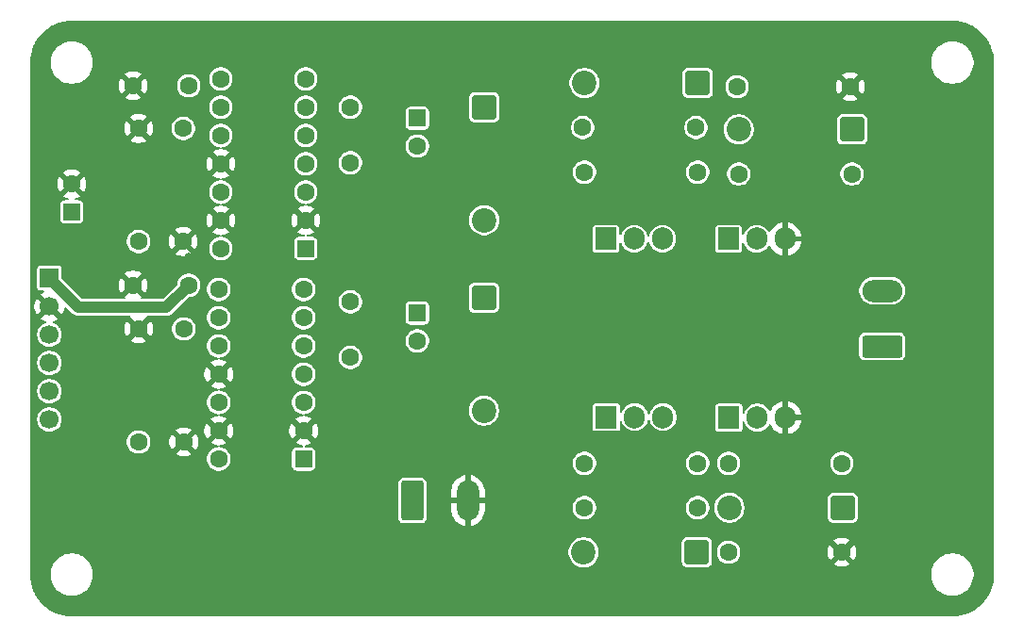
<source format=gbr>
%TF.GenerationSoftware,KiCad,Pcbnew,9.0.4*%
%TF.CreationDate,2025-09-15T17:12:11-07:00*%
%TF.ProjectId,motordriver,6d6f746f-7264-4726-9976-65722e6b6963,rev?*%
%TF.SameCoordinates,Original*%
%TF.FileFunction,Copper,L2,Bot*%
%TF.FilePolarity,Positive*%
%FSLAX46Y46*%
G04 Gerber Fmt 4.6, Leading zero omitted, Abs format (unit mm)*
G04 Created by KiCad (PCBNEW 9.0.4) date 2025-09-15 17:12:11*
%MOMM*%
%LPD*%
G01*
G04 APERTURE LIST*
G04 Aperture macros list*
%AMRoundRect*
0 Rectangle with rounded corners*
0 $1 Rounding radius*
0 $2 $3 $4 $5 $6 $7 $8 $9 X,Y pos of 4 corners*
0 Add a 4 corners polygon primitive as box body*
4,1,4,$2,$3,$4,$5,$6,$7,$8,$9,$2,$3,0*
0 Add four circle primitives for the rounded corners*
1,1,$1+$1,$2,$3*
1,1,$1+$1,$4,$5*
1,1,$1+$1,$6,$7*
1,1,$1+$1,$8,$9*
0 Add four rect primitives between the rounded corners*
20,1,$1+$1,$2,$3,$4,$5,0*
20,1,$1+$1,$4,$5,$6,$7,0*
20,1,$1+$1,$6,$7,$8,$9,0*
20,1,$1+$1,$8,$9,$2,$3,0*%
G04 Aperture macros list end*
%TA.AperFunction,ComponentPad*%
%ADD10C,1.600000*%
%TD*%
%TA.AperFunction,ComponentPad*%
%ADD11RoundRect,0.250000X-0.550000X0.550000X-0.550000X-0.550000X0.550000X-0.550000X0.550000X0.550000X0*%
%TD*%
%TA.AperFunction,ComponentPad*%
%ADD12O,3.600000X2.000000*%
%TD*%
%TA.AperFunction,ComponentPad*%
%ADD13RoundRect,0.250000X1.550000X-0.750000X1.550000X0.750000X-1.550000X0.750000X-1.550000X-0.750000X0*%
%TD*%
%TA.AperFunction,ComponentPad*%
%ADD14O,2.000000X3.600000*%
%TD*%
%TA.AperFunction,ComponentPad*%
%ADD15RoundRect,0.250000X-0.750000X-1.550000X0.750000X-1.550000X0.750000X1.550000X-0.750000X1.550000X0*%
%TD*%
%TA.AperFunction,ComponentPad*%
%ADD16RoundRect,0.249999X0.850001X0.850001X-0.850001X0.850001X-0.850001X-0.850001X0.850001X-0.850001X0*%
%TD*%
%TA.AperFunction,ComponentPad*%
%ADD17C,2.200000*%
%TD*%
%TA.AperFunction,ComponentPad*%
%ADD18RoundRect,0.250000X0.550000X0.550000X-0.550000X0.550000X-0.550000X-0.550000X0.550000X-0.550000X0*%
%TD*%
%TA.AperFunction,ComponentPad*%
%ADD19RoundRect,0.250000X0.550000X-0.550000X0.550000X0.550000X-0.550000X0.550000X-0.550000X-0.550000X0*%
%TD*%
%TA.AperFunction,ComponentPad*%
%ADD20R,1.905000X2.000000*%
%TD*%
%TA.AperFunction,ComponentPad*%
%ADD21O,1.905000X2.000000*%
%TD*%
%TA.AperFunction,ComponentPad*%
%ADD22RoundRect,0.249999X-0.850001X0.850001X-0.850001X-0.850001X0.850001X-0.850001X0.850001X0.850001X0*%
%TD*%
%TA.AperFunction,ComponentPad*%
%ADD23R,1.700000X1.700000*%
%TD*%
%TA.AperFunction,ComponentPad*%
%ADD24C,1.700000*%
%TD*%
%TA.AperFunction,ViaPad*%
%ADD25C,0.800000*%
%TD*%
%TA.AperFunction,Conductor*%
%ADD26C,1.000000*%
%TD*%
G04 APERTURE END LIST*
D10*
%TO.P,C5,2*%
%TO.N,/VOUT1*%
X35000000Y-29000000D03*
D11*
%TO.P,C5,1*%
%TO.N,Net-(D2-K)*%
X35000000Y-26500000D03*
%TD*%
D10*
%TO.P,R1,2*%
%TO.N,GND*%
X14000000Y-20080000D03*
%TO.P,R1,1*%
%TO.N,/HIN2*%
X14000000Y-9920000D03*
%TD*%
%TO.P,R2,2*%
%TO.N,GND*%
X10000000Y-9920000D03*
%TO.P,R2,1*%
%TO.N,/LIN2*%
X10000000Y-20080000D03*
%TD*%
%TO.P,R4,2*%
%TO.N,GND*%
X10000000Y-27920000D03*
%TO.P,R4,1*%
%TO.N,/LIN1*%
X10000000Y-38080000D03*
%TD*%
%TO.P,R3,2*%
%TO.N,GND*%
X14050000Y-38080000D03*
%TO.P,R3,1*%
%TO.N,/HIN1*%
X14050000Y-27920000D03*
%TD*%
%TO.P,R12,2*%
%TO.N,GND*%
X73840000Y-6160000D03*
%TO.P,R12,1*%
%TO.N,Net-(D6-A)*%
X63680000Y-6160000D03*
%TD*%
%TO.P,C6,1*%
%TO.N,Net-(D1-K)*%
X29000000Y-8000000D03*
%TO.P,C6,2*%
%TO.N,/VOUT2*%
X29000000Y-13000000D03*
%TD*%
D11*
%TO.P,C4,1*%
%TO.N,Net-(D1-K)*%
X35000000Y-9000000D03*
D10*
%TO.P,C4,2*%
%TO.N,/VOUT2*%
X35000000Y-11500000D03*
%TD*%
D12*
%TO.P,J3,2,Pin_2*%
%TO.N,/VOUT2*%
X76700000Y-24500000D03*
D13*
%TO.P,J3,1,Pin_1*%
%TO.N,/VOUT1*%
X76700000Y-29500000D03*
%TD*%
D10*
%TO.P,C7,1*%
%TO.N,Net-(D2-K)*%
X29000000Y-25500000D03*
%TO.P,C7,2*%
%TO.N,/VOUT1*%
X29000000Y-30500000D03*
%TD*%
D14*
%TO.P,J2,2,Pin_2*%
%TO.N,GND*%
X39550000Y-43350000D03*
D15*
%TO.P,J2,1,Pin_1*%
%TO.N,+24V*%
X34550000Y-43350000D03*
%TD*%
D10*
%TO.P,R5,1*%
%TO.N,/HO1*%
X60160000Y-44000000D03*
%TO.P,R5,2*%
%TO.N,Net-(D3-A)*%
X50000000Y-44000000D03*
%TD*%
D16*
%TO.P,D4,1,K*%
%TO.N,/LO1*%
X73160000Y-44000000D03*
D17*
%TO.P,D4,2,A*%
%TO.N,Net-(D4-A)*%
X63000000Y-44000000D03*
%TD*%
D10*
%TO.P,R6,1*%
%TO.N,/LO1*%
X73080000Y-40000000D03*
%TO.P,R6,2*%
%TO.N,Net-(D4-A)*%
X62920000Y-40000000D03*
%TD*%
D18*
%TO.P,U2,1,LO*%
%TO.N,/LO1*%
X24805000Y-39620000D03*
D10*
%TO.P,U2,2,COM*%
%TO.N,GND*%
X24805000Y-37080000D03*
%TO.P,U2,3,VCC*%
%TO.N,+24V*%
X24805000Y-34540000D03*
%TO.P,U2,4,NC*%
%TO.N,unconnected-(U2-NC-Pad4)*%
X24805000Y-32000000D03*
%TO.P,U2,5,VS*%
%TO.N,/VOUT1*%
X24805000Y-29460000D03*
%TO.P,U2,6,VB*%
%TO.N,Net-(D2-K)*%
X24805000Y-26920000D03*
%TO.P,U2,7,HO*%
%TO.N,/HO1*%
X24805000Y-24380000D03*
%TO.P,U2,8,NC*%
%TO.N,unconnected-(U2-NC-Pad8)*%
X17185000Y-24380000D03*
%TO.P,U2,9,VDD*%
%TO.N,VDD*%
X17185000Y-26920000D03*
%TO.P,U2,10,HIN*%
%TO.N,/HIN1*%
X17185000Y-29460000D03*
%TO.P,U2,11,SD*%
%TO.N,GND*%
X17185000Y-32000000D03*
%TO.P,U2,12,LIN*%
%TO.N,/LIN1*%
X17185000Y-34540000D03*
%TO.P,U2,13,VSS*%
%TO.N,GND*%
X17185000Y-37080000D03*
%TO.P,U2,14,NC*%
%TO.N,unconnected-(U2-NC-Pad14)*%
X17185000Y-39620000D03*
%TD*%
D18*
%TO.P,U1,1,LO*%
%TO.N,/LO2*%
X25000000Y-20700000D03*
D10*
%TO.P,U1,2,COM*%
%TO.N,GND*%
X25000000Y-18160000D03*
%TO.P,U1,3,VCC*%
%TO.N,+24V*%
X25000000Y-15620000D03*
%TO.P,U1,4,NC*%
%TO.N,unconnected-(U1-NC-Pad4)*%
X25000000Y-13080000D03*
%TO.P,U1,5,VS*%
%TO.N,/VOUT2*%
X25000000Y-10540000D03*
%TO.P,U1,6,VB*%
%TO.N,Net-(D1-K)*%
X25000000Y-8000000D03*
%TO.P,U1,7,HO*%
%TO.N,/HO2*%
X25000000Y-5460000D03*
%TO.P,U1,8,NC*%
%TO.N,unconnected-(U1-NC-Pad8)*%
X17380000Y-5460000D03*
%TO.P,U1,9,VDD*%
%TO.N,VDD*%
X17380000Y-8000000D03*
%TO.P,U1,10,HIN*%
%TO.N,/HIN2*%
X17380000Y-10540000D03*
%TO.P,U1,11,SD*%
%TO.N,GND*%
X17380000Y-13080000D03*
%TO.P,U1,12,LIN*%
%TO.N,/LIN2*%
X17380000Y-15620000D03*
%TO.P,U1,13,VSS*%
%TO.N,GND*%
X17380000Y-18160000D03*
%TO.P,U1,14,NC*%
%TO.N,unconnected-(U1-NC-Pad14)*%
X17380000Y-20700000D03*
%TD*%
%TO.P,R8,1*%
%TO.N,Net-(D4-A)*%
X62920000Y-48000000D03*
%TO.P,R8,2*%
%TO.N,GND*%
X73080000Y-48000000D03*
%TD*%
%TO.P,R10,1*%
%TO.N,/LO2*%
X74000000Y-14000000D03*
%TO.P,R10,2*%
%TO.N,Net-(D6-A)*%
X63840000Y-14000000D03*
%TD*%
D16*
%TO.P,D3,1,K*%
%TO.N,/HO1*%
X60080000Y-48000000D03*
D17*
%TO.P,D3,2,A*%
%TO.N,Net-(D3-A)*%
X49920000Y-48000000D03*
%TD*%
D19*
%TO.P,C1,1*%
%TO.N,VDD*%
X4000000Y-17420000D03*
D10*
%TO.P,C1,2*%
%TO.N,GND*%
X4000000Y-14920000D03*
%TD*%
D20*
%TO.P,Q2,1,G*%
%TO.N,Net-(D4-A)*%
X62960000Y-35900000D03*
D21*
%TO.P,Q2,2,D*%
%TO.N,/VOUT1*%
X65500000Y-35900000D03*
%TO.P,Q2,3,S*%
%TO.N,GND*%
X68040000Y-35900000D03*
%TD*%
D22*
%TO.P,D2,1,K*%
%TO.N,Net-(D2-K)*%
X40975000Y-25115000D03*
D17*
%TO.P,D2,2,A*%
%TO.N,+24V*%
X40975000Y-35275000D03*
%TD*%
D10*
%TO.P,C3,1*%
%TO.N,VDD*%
X14500000Y-6080000D03*
%TO.P,C3,2*%
%TO.N,GND*%
X9500000Y-6080000D03*
%TD*%
%TO.P,R9,1*%
%TO.N,/HO2*%
X60000000Y-9840000D03*
%TO.P,R9,2*%
%TO.N,Net-(D5-A)*%
X49840000Y-9840000D03*
%TD*%
D23*
%TO.P,J1,1,Pin_1*%
%TO.N,VDD*%
X2000000Y-23380000D03*
D24*
%TO.P,J1,2,Pin_2*%
%TO.N,GND*%
X2000000Y-25920000D03*
%TO.P,J1,3,Pin_3*%
%TO.N,/HIN2*%
X2000000Y-28460000D03*
%TO.P,J1,4,Pin_4*%
%TO.N,/LIN2*%
X2000000Y-31000000D03*
%TO.P,J1,5,Pin_5*%
%TO.N,/HIN1*%
X2000000Y-33540000D03*
%TO.P,J1,6,Pin_6*%
%TO.N,/LIN1*%
X2000000Y-36080000D03*
%TD*%
D20*
%TO.P,Q4,1,G*%
%TO.N,Net-(D6-A)*%
X62920000Y-19840000D03*
D21*
%TO.P,Q4,2,D*%
%TO.N,/VOUT2*%
X65460000Y-19840000D03*
%TO.P,Q4,3,S*%
%TO.N,GND*%
X68000000Y-19840000D03*
%TD*%
D10*
%TO.P,R11,1*%
%TO.N,Net-(D5-A)*%
X50000000Y-13840000D03*
%TO.P,R11,2*%
%TO.N,/VOUT2*%
X60160000Y-13840000D03*
%TD*%
D16*
%TO.P,D5,1,K*%
%TO.N,/HO2*%
X60160000Y-5840000D03*
D17*
%TO.P,D5,2,A*%
%TO.N,Net-(D5-A)*%
X50000000Y-5840000D03*
%TD*%
D20*
%TO.P,Q1,1,G*%
%TO.N,Net-(D3-A)*%
X51960000Y-35850000D03*
D21*
%TO.P,Q1,2,D*%
%TO.N,+24V*%
X54500000Y-35850000D03*
%TO.P,Q1,3,S*%
%TO.N,/VOUT1*%
X57040000Y-35850000D03*
%TD*%
D16*
%TO.P,D6,1,K*%
%TO.N,/LO2*%
X74000000Y-10000000D03*
D17*
%TO.P,D6,2,A*%
%TO.N,Net-(D6-A)*%
X63840000Y-10000000D03*
%TD*%
D10*
%TO.P,C2,1*%
%TO.N,VDD*%
X14500000Y-24000000D03*
%TO.P,C2,2*%
%TO.N,GND*%
X9500000Y-24000000D03*
%TD*%
D22*
%TO.P,D1,1,K*%
%TO.N,Net-(D1-K)*%
X41000000Y-8000000D03*
D17*
%TO.P,D1,2,A*%
%TO.N,+24V*%
X41000000Y-18160000D03*
%TD*%
D20*
%TO.P,Q3,1,G*%
%TO.N,Net-(D5-A)*%
X51920000Y-19840000D03*
D21*
%TO.P,Q3,2,D*%
%TO.N,+24V*%
X54460000Y-19840000D03*
%TO.P,Q3,3,S*%
%TO.N,/VOUT2*%
X57000000Y-19840000D03*
%TD*%
D10*
%TO.P,R7,1*%
%TO.N,Net-(D3-A)*%
X50000000Y-40000000D03*
%TO.P,R7,2*%
%TO.N,/VOUT1*%
X60160000Y-40000000D03*
%TD*%
D25*
%TO.N,GND*%
X72000000Y-39000000D03*
X72000000Y-41500000D03*
X72000000Y-46500000D03*
X72000000Y-49000000D03*
X22000000Y-36500000D03*
X22000000Y-29000000D03*
X32000000Y-26500000D03*
X32000000Y-29000000D03*
X29500000Y-29000000D03*
X27000000Y-31500000D03*
X32000000Y-31500000D03*
X34500000Y-31500000D03*
X37000000Y-31500000D03*
X39500000Y-31500000D03*
X42000000Y-31500000D03*
X42000000Y-29000000D03*
X39500000Y-29000000D03*
X37000000Y-24000000D03*
X34500000Y-24000000D03*
X32000000Y-24000000D03*
X29500000Y-21500000D03*
X29500000Y-24000000D03*
X27000000Y-24000000D03*
X27000000Y-21500000D03*
X39500000Y-46500000D03*
X42000000Y-46500000D03*
X2000000Y-46500000D03*
X4500000Y-46500000D03*
X7000000Y-46500000D03*
X7000000Y-51500000D03*
X9500000Y-51500000D03*
X12000000Y-51500000D03*
X27000000Y-49000000D03*
X29500000Y-51500000D03*
X27000000Y-51500000D03*
X24500000Y-51500000D03*
X22000000Y-41500000D03*
X19500000Y-41500000D03*
X17000000Y-41500000D03*
X14500000Y-41500000D03*
X9500000Y-41500000D03*
X12000000Y-41500000D03*
X4500000Y-6500000D03*
X2000000Y-6500000D03*
X7000000Y-1500000D03*
X9500000Y-1500000D03*
X12000000Y-1500000D03*
X14500000Y-1500000D03*
X17000000Y-1500000D03*
X19500000Y-1500000D03*
X22000000Y-1500000D03*
X69500000Y-1500000D03*
X72000000Y-1500000D03*
X74500000Y-1500000D03*
X77000000Y-1500000D03*
X79500000Y-1500000D03*
X84500000Y-6500000D03*
X82000000Y-6500000D03*
X84500000Y-46500000D03*
X82000000Y-46500000D03*
X79500000Y-51500000D03*
X77000000Y-51500000D03*
X74500000Y-51500000D03*
X69500000Y-51500000D03*
X67000000Y-51500000D03*
X64500000Y-51500000D03*
X62000000Y-51500000D03*
X59500000Y-51500000D03*
X22000000Y-39000000D03*
X54500000Y-41500000D03*
X31500000Y-49750000D03*
X28500000Y-47000000D03*
X26250000Y-44750000D03*
X34000000Y-48750000D03*
X30500000Y-45500000D03*
X27750000Y-43000000D03*
X54500000Y-44000000D03*
X57000000Y-41500000D03*
X57000000Y-39000000D03*
X54500000Y-39000000D03*
X52000000Y-39000000D03*
X52000000Y-41500000D03*
X52000000Y-44000000D03*
X57000000Y-46500000D03*
X54500000Y-49000000D03*
X57000000Y-49000000D03*
X69500000Y-46500000D03*
X69500000Y-44000000D03*
X69500000Y-41500000D03*
X69500000Y-39000000D03*
X67000000Y-39000000D03*
X67000000Y-44000000D03*
X67000000Y-41500000D03*
X67000000Y-46500000D03*
X64500000Y-49000000D03*
X67000000Y-49000000D03*
X69500000Y-49000000D03*
X79500000Y-46500000D03*
X79500000Y-49000000D03*
X77000000Y-49000000D03*
X77000000Y-46500000D03*
X77000000Y-44000000D03*
X82000000Y-44000000D03*
X84500000Y-44000000D03*
X79500000Y-44000000D03*
X74500000Y-39000000D03*
X74500000Y-41500000D03*
X79500000Y-41500000D03*
X82000000Y-41500000D03*
X77000000Y-41500000D03*
X79500000Y-39000000D03*
X82000000Y-39000000D03*
X77000000Y-39000000D03*
X82000000Y-36500000D03*
X79500000Y-36500000D03*
X77000000Y-36500000D03*
X74500000Y-36500000D03*
X72000000Y-36500000D03*
X82000000Y-34000000D03*
X82000000Y-31500000D03*
X84500000Y-31500000D03*
X84500000Y-29000000D03*
X82000000Y-29000000D03*
X82000000Y-24000000D03*
X84500000Y-26500000D03*
X82000000Y-26500000D03*
X84500000Y-24000000D03*
X84500000Y-21500000D03*
X82000000Y-21500000D03*
X79500000Y-21500000D03*
X79500000Y-19000000D03*
X84500000Y-19000000D03*
X82000000Y-19000000D03*
X77000000Y-19000000D03*
X74500000Y-19000000D03*
X72000000Y-19000000D03*
X77000000Y-16500000D03*
X72000000Y-16500000D03*
X82000000Y-16500000D03*
X74500000Y-16500000D03*
X79500000Y-16500000D03*
X84500000Y-16500000D03*
X84500000Y-14000000D03*
X82000000Y-14000000D03*
X79500000Y-14000000D03*
X77000000Y-14000000D03*
X77000000Y-11500000D03*
X79500000Y-11500000D03*
X82000000Y-11500000D03*
X84500000Y-11500000D03*
X82000000Y-9000000D03*
X84500000Y-9000000D03*
X79500000Y-9000000D03*
X77000000Y-9000000D03*
X77000000Y-6500000D03*
X79500000Y-6500000D03*
X79500000Y-4000000D03*
X77000000Y-4000000D03*
X74500000Y-4000000D03*
X69500000Y-4000000D03*
X72000000Y-4000000D03*
X69500000Y-9000000D03*
X69500000Y-16500000D03*
X69500000Y-14000000D03*
X69500000Y-11500000D03*
X57000000Y-6500000D03*
X57000000Y-9000000D03*
X62000000Y-6500000D03*
X62000000Y-9000000D03*
X62000000Y-11500000D03*
X62000000Y-14000000D03*
X62000000Y-16500000D03*
X67000000Y-16500000D03*
X67000000Y-14000000D03*
X67000000Y-11500000D03*
X67000000Y-9000000D03*
X67000000Y-6500000D03*
X64500000Y-4000000D03*
X62000000Y-4000000D03*
X44500000Y-6500000D03*
X39500000Y-6500000D03*
X37000000Y-6500000D03*
X34500000Y-6500000D03*
X27000000Y-6500000D03*
X29500000Y-6500000D03*
X32000000Y-6500000D03*
X44500000Y-11500000D03*
X47000000Y-14000000D03*
X47000000Y-11500000D03*
X47000000Y-9000000D03*
X52000000Y-6500000D03*
X52000000Y-9000000D03*
X54500000Y-11500000D03*
X52000000Y-11500000D03*
X52000000Y-14000000D03*
X54500000Y-14000000D03*
X57000000Y-14000000D03*
X57000000Y-16500000D03*
X54500000Y-16500000D03*
X52000000Y-16500000D03*
X44500000Y-14000000D03*
X52000000Y-46500000D03*
X42000000Y-39000000D03*
X44500000Y-39000000D03*
X47000000Y-39000000D03*
X47000000Y-44000000D03*
X47000000Y-41500000D03*
X44500000Y-41500000D03*
X42000000Y-41500000D03*
X42000000Y-44000000D03*
X44500000Y-44000000D03*
X47000000Y-46500000D03*
X44500000Y-46500000D03*
X2000000Y-21500000D03*
X14500000Y-31500000D03*
X12000000Y-34000000D03*
X14500000Y-21500000D03*
X12000000Y-24000000D03*
X12000000Y-21500000D03*
X9500000Y-16500000D03*
X12000000Y-14000000D03*
X7000000Y-19000000D03*
X2000000Y-19000000D03*
X2000000Y-16500000D03*
X2000000Y-14000000D03*
X4500000Y-11500000D03*
X2000000Y-11500000D03*
X7000000Y-11500000D03*
X7000000Y-4000000D03*
X7000000Y-6500000D03*
X2000000Y-9000000D03*
X4500000Y-9000000D03*
X7000000Y-9000000D03*
X12000000Y-6500000D03*
X9500000Y-4000000D03*
X12000000Y-4000000D03*
X14500000Y-4000000D03*
X17000000Y-4000000D03*
X22000000Y-4000000D03*
X19500000Y-6500000D03*
X19500000Y-4000000D03*
X19500000Y-9000000D03*
X19500000Y-14000000D03*
X19500000Y-11500000D03*
X19500000Y-16500000D03*
X19500000Y-19000000D03*
X19500000Y-21500000D03*
X22000000Y-21500000D03*
X22000000Y-24000000D03*
X19500000Y-24000000D03*
X19500000Y-26500000D03*
X19500000Y-29000000D03*
X19500000Y-31500000D03*
X19500000Y-34000000D03*
X19500000Y-36500000D03*
X19500000Y-39000000D03*
X12000000Y-39000000D03*
X7000000Y-39000000D03*
X4500000Y-39000000D03*
X2000000Y-39000000D03*
X4500000Y-44000000D03*
X2000000Y-44000000D03*
X7000000Y-44000000D03*
X4500000Y-41500000D03*
X2000000Y-41500000D03*
X7000000Y-41500000D03*
%TD*%
D26*
%TO.N,VDD*%
X12500000Y-26000000D02*
X4620000Y-26000000D01*
X14500000Y-24000000D02*
X12500000Y-26000000D01*
X4620000Y-26000000D02*
X2000000Y-23380000D01*
%TD*%
%TA.AperFunction,Conductor*%
%TO.N,GND*%
G36*
X83002422Y-250619D02*
G01*
X83362679Y-268317D01*
X83372319Y-269267D01*
X83726687Y-321833D01*
X83736193Y-323723D01*
X84083715Y-410773D01*
X84092986Y-413585D01*
X84430296Y-534276D01*
X84439265Y-537991D01*
X84763112Y-691159D01*
X84771675Y-695737D01*
X85078935Y-879902D01*
X85087013Y-885299D01*
X85374755Y-1098703D01*
X85382265Y-1104867D01*
X85543234Y-1250760D01*
X85647698Y-1345441D01*
X85654563Y-1352306D01*
X85895132Y-1617734D01*
X85901296Y-1625244D01*
X86114700Y-1912986D01*
X86120097Y-1921064D01*
X86304262Y-2228324D01*
X86308842Y-2236892D01*
X86462006Y-2560731D01*
X86465724Y-2569707D01*
X86586410Y-2907000D01*
X86589230Y-2916297D01*
X86676273Y-3263795D01*
X86678168Y-3273324D01*
X86730730Y-3627666D01*
X86731683Y-3637334D01*
X86749381Y-3997577D01*
X86749500Y-4002435D01*
X86749500Y-49997564D01*
X86749381Y-50002422D01*
X86731683Y-50362665D01*
X86730730Y-50372333D01*
X86678168Y-50726675D01*
X86676273Y-50736204D01*
X86589230Y-51083702D01*
X86586410Y-51092999D01*
X86465724Y-51430292D01*
X86462006Y-51439268D01*
X86308842Y-51763107D01*
X86304262Y-51771675D01*
X86120097Y-52078935D01*
X86114700Y-52087013D01*
X85901296Y-52374755D01*
X85895132Y-52382265D01*
X85654563Y-52647693D01*
X85647693Y-52654563D01*
X85382265Y-52895132D01*
X85374755Y-52901296D01*
X85087013Y-53114700D01*
X85078935Y-53120097D01*
X84771675Y-53304262D01*
X84763107Y-53308842D01*
X84439268Y-53462006D01*
X84430292Y-53465724D01*
X84092999Y-53586410D01*
X84083702Y-53589230D01*
X83736204Y-53676273D01*
X83726675Y-53678168D01*
X83372333Y-53730730D01*
X83362665Y-53731683D01*
X83002422Y-53749381D01*
X82997564Y-53749500D01*
X4002436Y-53749500D01*
X3997578Y-53749381D01*
X3637334Y-53731683D01*
X3627666Y-53730730D01*
X3273324Y-53678168D01*
X3263795Y-53676273D01*
X2916297Y-53589230D01*
X2907000Y-53586410D01*
X2569707Y-53465724D01*
X2560731Y-53462006D01*
X2236892Y-53308842D01*
X2228324Y-53304262D01*
X1921064Y-53120097D01*
X1912986Y-53114700D01*
X1625244Y-52901296D01*
X1617734Y-52895132D01*
X1352306Y-52654563D01*
X1345441Y-52647698D01*
X1250760Y-52543234D01*
X1104867Y-52382265D01*
X1098703Y-52374755D01*
X885299Y-52087013D01*
X879902Y-52078935D01*
X714814Y-51803503D01*
X695735Y-51771671D01*
X691157Y-51763107D01*
X665172Y-51708167D01*
X537991Y-51439265D01*
X534275Y-51430292D01*
X413585Y-51092986D01*
X410773Y-51083715D01*
X323723Y-50736193D01*
X321833Y-50726687D01*
X269267Y-50372319D01*
X268317Y-50362679D01*
X250619Y-50002422D01*
X250500Y-49997564D01*
X250500Y-49875433D01*
X2099500Y-49875433D01*
X2099500Y-50124566D01*
X2132017Y-50371557D01*
X2132017Y-50371562D01*
X2132018Y-50371565D01*
X2189974Y-50587861D01*
X2196496Y-50612199D01*
X2196500Y-50612212D01*
X2291832Y-50842365D01*
X2291834Y-50842369D01*
X2291836Y-50842373D01*
X2367943Y-50974194D01*
X2416403Y-51058130D01*
X2568056Y-51255769D01*
X2568058Y-51255771D01*
X2568062Y-51255776D01*
X2744224Y-51431938D01*
X2744228Y-51431941D01*
X2744230Y-51431943D01*
X2941869Y-51583596D01*
X2941873Y-51583599D01*
X3157627Y-51708164D01*
X3387793Y-51803502D01*
X3628435Y-51867982D01*
X3875435Y-51900500D01*
X3875436Y-51900500D01*
X4124564Y-51900500D01*
X4124565Y-51900500D01*
X4371565Y-51867982D01*
X4612207Y-51803502D01*
X4842373Y-51708164D01*
X5058127Y-51583599D01*
X5255776Y-51431938D01*
X5431938Y-51255776D01*
X5583599Y-51058127D01*
X5708164Y-50842373D01*
X5803502Y-50612207D01*
X5867982Y-50371565D01*
X5900500Y-50124565D01*
X5900500Y-49875435D01*
X5900500Y-49875433D01*
X81099500Y-49875433D01*
X81099500Y-50124566D01*
X81132017Y-50371557D01*
X81132017Y-50371562D01*
X81132018Y-50371565D01*
X81189974Y-50587861D01*
X81196496Y-50612199D01*
X81196500Y-50612212D01*
X81291832Y-50842365D01*
X81291834Y-50842369D01*
X81291836Y-50842373D01*
X81367943Y-50974194D01*
X81416403Y-51058130D01*
X81568056Y-51255769D01*
X81568058Y-51255771D01*
X81568062Y-51255776D01*
X81744224Y-51431938D01*
X81744228Y-51431941D01*
X81744230Y-51431943D01*
X81941869Y-51583596D01*
X81941873Y-51583599D01*
X82157627Y-51708164D01*
X82387793Y-51803502D01*
X82628435Y-51867982D01*
X82875435Y-51900500D01*
X82875436Y-51900500D01*
X83124564Y-51900500D01*
X83124565Y-51900500D01*
X83371565Y-51867982D01*
X83612207Y-51803502D01*
X83842373Y-51708164D01*
X84058127Y-51583599D01*
X84255776Y-51431938D01*
X84431938Y-51255776D01*
X84583599Y-51058127D01*
X84708164Y-50842373D01*
X84803502Y-50612207D01*
X84867982Y-50371565D01*
X84900500Y-50124565D01*
X84900500Y-49875435D01*
X84867982Y-49628435D01*
X84803502Y-49387793D01*
X84708164Y-49157627D01*
X84583599Y-48941873D01*
X84575211Y-48930941D01*
X84431943Y-48744230D01*
X84431941Y-48744228D01*
X84431938Y-48744224D01*
X84255776Y-48568062D01*
X84255771Y-48568058D01*
X84255769Y-48568056D01*
X84058130Y-48416403D01*
X83982505Y-48372741D01*
X83842373Y-48291836D01*
X83842369Y-48291834D01*
X83842365Y-48291832D01*
X83612212Y-48196500D01*
X83612211Y-48196499D01*
X83612207Y-48196498D01*
X83371565Y-48132018D01*
X83371562Y-48132017D01*
X83371560Y-48132017D01*
X83124566Y-48099500D01*
X83124565Y-48099500D01*
X82875435Y-48099500D01*
X82875433Y-48099500D01*
X82628442Y-48132017D01*
X82628437Y-48132017D01*
X82387800Y-48196496D01*
X82387787Y-48196500D01*
X82157634Y-48291832D01*
X81941869Y-48416403D01*
X81744230Y-48568056D01*
X81568056Y-48744230D01*
X81416403Y-48941869D01*
X81291832Y-49157634D01*
X81196500Y-49387787D01*
X81196496Y-49387800D01*
X81132017Y-49628437D01*
X81132017Y-49628442D01*
X81099500Y-49875433D01*
X5900500Y-49875433D01*
X5867982Y-49628435D01*
X5803502Y-49387793D01*
X5708164Y-49157627D01*
X5583599Y-48941873D01*
X5575211Y-48930941D01*
X5431943Y-48744230D01*
X5431941Y-48744228D01*
X5431938Y-48744224D01*
X5255776Y-48568062D01*
X5255771Y-48568058D01*
X5255769Y-48568056D01*
X5058130Y-48416403D01*
X4982505Y-48372741D01*
X4842373Y-48291836D01*
X4842369Y-48291834D01*
X4842365Y-48291832D01*
X4612212Y-48196500D01*
X4612211Y-48196499D01*
X4612207Y-48196498D01*
X4371565Y-48132018D01*
X4371562Y-48132017D01*
X4371560Y-48132017D01*
X4124566Y-48099500D01*
X4124565Y-48099500D01*
X3875435Y-48099500D01*
X3875433Y-48099500D01*
X3628442Y-48132017D01*
X3628437Y-48132017D01*
X3387800Y-48196496D01*
X3387787Y-48196500D01*
X3157634Y-48291832D01*
X2941869Y-48416403D01*
X2744230Y-48568056D01*
X2568056Y-48744230D01*
X2416403Y-48941869D01*
X2291832Y-49157634D01*
X2196500Y-49387787D01*
X2196496Y-49387800D01*
X2132017Y-49628437D01*
X2132017Y-49628442D01*
X2099500Y-49875433D01*
X250500Y-49875433D01*
X250500Y-47893709D01*
X48569500Y-47893709D01*
X48569500Y-48106290D01*
X48602752Y-48316238D01*
X48668443Y-48518412D01*
X48764948Y-48707815D01*
X48764950Y-48707819D01*
X48889891Y-48879786D01*
X48889893Y-48879788D01*
X48889896Y-48879792D01*
X49040208Y-49030104D01*
X49040211Y-49030106D01*
X49040213Y-49030108D01*
X49212180Y-49155049D01*
X49212184Y-49155051D01*
X49401588Y-49251557D01*
X49603757Y-49317246D01*
X49603758Y-49317246D01*
X49603761Y-49317247D01*
X49813710Y-49350500D01*
X49813713Y-49350500D01*
X50026290Y-49350500D01*
X50236238Y-49317247D01*
X50236239Y-49317246D01*
X50236243Y-49317246D01*
X50438412Y-49251557D01*
X50627816Y-49155051D01*
X50799792Y-49030104D01*
X50950104Y-48879792D01*
X51075051Y-48707816D01*
X51171557Y-48518412D01*
X51237246Y-48316243D01*
X51241112Y-48291836D01*
X51270500Y-48106290D01*
X51270500Y-47893709D01*
X51237247Y-47683761D01*
X51235999Y-47679920D01*
X51171557Y-47481588D01*
X51123304Y-47386886D01*
X51075052Y-47292185D01*
X50996468Y-47184023D01*
X50950104Y-47120208D01*
X50932024Y-47102128D01*
X58729500Y-47102128D01*
X58729500Y-48897871D01*
X58735908Y-48957478D01*
X58735910Y-48957489D01*
X58786202Y-49092329D01*
X58800825Y-49111863D01*
X58872453Y-49207547D01*
X58931243Y-49251556D01*
X58987670Y-49293797D01*
X59122510Y-49344089D01*
X59122511Y-49344089D01*
X59122516Y-49344091D01*
X59182126Y-49350500D01*
X59182129Y-49350500D01*
X60977871Y-49350500D01*
X60977874Y-49350500D01*
X61037484Y-49344091D01*
X61109459Y-49317246D01*
X61172329Y-49293797D01*
X61172329Y-49293796D01*
X61172331Y-49293796D01*
X61287547Y-49207547D01*
X61373796Y-49092331D01*
X61389399Y-49050499D01*
X61424089Y-48957489D01*
X61424088Y-48957489D01*
X61424091Y-48957484D01*
X61430500Y-48897874D01*
X61430500Y-47896532D01*
X61869500Y-47896532D01*
X61869500Y-48103467D01*
X61909869Y-48306418D01*
X61989058Y-48497597D01*
X62002966Y-48518412D01*
X62104023Y-48669655D01*
X62250345Y-48815977D01*
X62422402Y-48930941D01*
X62613580Y-49010130D01*
X62816535Y-49050500D01*
X62816536Y-49050500D01*
X63023464Y-49050500D01*
X63023465Y-49050500D01*
X63226420Y-49010130D01*
X63417598Y-48930941D01*
X63589655Y-48815977D01*
X63735977Y-48669655D01*
X63850941Y-48497598D01*
X63930130Y-48306420D01*
X63970500Y-48103465D01*
X63970500Y-47897684D01*
X71780000Y-47897684D01*
X71780000Y-48102315D01*
X71812008Y-48304412D01*
X71875243Y-48499027D01*
X71968139Y-48681348D01*
X71968143Y-48681353D01*
X72000523Y-48725920D01*
X72000524Y-48725920D01*
X72680000Y-48046444D01*
X72680000Y-48052661D01*
X72707259Y-48154394D01*
X72759920Y-48245606D01*
X72834394Y-48320080D01*
X72925606Y-48372741D01*
X73027339Y-48400000D01*
X73033553Y-48400000D01*
X72354078Y-49079475D01*
X72398647Y-49111858D01*
X72580972Y-49204756D01*
X72775587Y-49267991D01*
X72977685Y-49300000D01*
X73182315Y-49300000D01*
X73384412Y-49267991D01*
X73579027Y-49204756D01*
X73761342Y-49111863D01*
X73761350Y-49111858D01*
X73805920Y-49079475D01*
X73126445Y-48400000D01*
X73132661Y-48400000D01*
X73234394Y-48372741D01*
X73325606Y-48320080D01*
X73400080Y-48245606D01*
X73452741Y-48154394D01*
X73480000Y-48052661D01*
X73480000Y-48046445D01*
X74159475Y-48725920D01*
X74191858Y-48681350D01*
X74191863Y-48681342D01*
X74284756Y-48499027D01*
X74347991Y-48304412D01*
X74380000Y-48102315D01*
X74380000Y-47897684D01*
X74347991Y-47695587D01*
X74284756Y-47500972D01*
X74191858Y-47318647D01*
X74159475Y-47274078D01*
X73480000Y-47953553D01*
X73480000Y-47947339D01*
X73452741Y-47845606D01*
X73400080Y-47754394D01*
X73325606Y-47679920D01*
X73234394Y-47627259D01*
X73132661Y-47600000D01*
X73126445Y-47600000D01*
X73805920Y-46920524D01*
X73805920Y-46920523D01*
X73761353Y-46888143D01*
X73761348Y-46888139D01*
X73579027Y-46795243D01*
X73384412Y-46732008D01*
X73182315Y-46700000D01*
X72977685Y-46700000D01*
X72775587Y-46732008D01*
X72580972Y-46795243D01*
X72398651Y-46888139D01*
X72398647Y-46888141D01*
X72354078Y-46920523D01*
X73033555Y-47600000D01*
X73027339Y-47600000D01*
X72925606Y-47627259D01*
X72834394Y-47679920D01*
X72759920Y-47754394D01*
X72707259Y-47845606D01*
X72680000Y-47947339D01*
X72680000Y-47953555D01*
X72000523Y-47274078D01*
X71968141Y-47318647D01*
X71968139Y-47318651D01*
X71875243Y-47500972D01*
X71812008Y-47695587D01*
X71780000Y-47897684D01*
X63970500Y-47897684D01*
X63970500Y-47896535D01*
X63930130Y-47693580D01*
X63850941Y-47502402D01*
X63735977Y-47330345D01*
X63589655Y-47184023D01*
X63494148Y-47120208D01*
X63417595Y-47069057D01*
X63370908Y-47049719D01*
X63370907Y-47049719D01*
X63226418Y-46989869D01*
X63023467Y-46949500D01*
X63023465Y-46949500D01*
X62816535Y-46949500D01*
X62816532Y-46949500D01*
X62613581Y-46989869D01*
X62422402Y-47069058D01*
X62250348Y-47184020D01*
X62104020Y-47330348D01*
X61989058Y-47502402D01*
X61909869Y-47693581D01*
X61869500Y-47896532D01*
X61430500Y-47896532D01*
X61430500Y-47102126D01*
X61424091Y-47042516D01*
X61424089Y-47042510D01*
X61373797Y-46907670D01*
X61326844Y-46844948D01*
X61287547Y-46792453D01*
X61228756Y-46748443D01*
X61172329Y-46706202D01*
X61037489Y-46655910D01*
X61037484Y-46655909D01*
X61037482Y-46655908D01*
X61037478Y-46655908D01*
X61006250Y-46652550D01*
X60977874Y-46649500D01*
X59182126Y-46649500D01*
X59157635Y-46652133D01*
X59122521Y-46655908D01*
X59122510Y-46655910D01*
X58987670Y-46706202D01*
X58872455Y-46792451D01*
X58872451Y-46792455D01*
X58786202Y-46907670D01*
X58735910Y-47042510D01*
X58735908Y-47042521D01*
X58729500Y-47102128D01*
X50932024Y-47102128D01*
X50799792Y-46969896D01*
X50799788Y-46969893D01*
X50799786Y-46969891D01*
X50627819Y-46844950D01*
X50627815Y-46844948D01*
X50438412Y-46748443D01*
X50236238Y-46682752D01*
X50026290Y-46649500D01*
X50026287Y-46649500D01*
X49813713Y-46649500D01*
X49813710Y-46649500D01*
X49603761Y-46682752D01*
X49401587Y-46748443D01*
X49212184Y-46844948D01*
X49212180Y-46844950D01*
X49040213Y-46969891D01*
X48889891Y-47120213D01*
X48764950Y-47292180D01*
X48764948Y-47292184D01*
X48668443Y-47481587D01*
X48602752Y-47683761D01*
X48569500Y-47893709D01*
X250500Y-47893709D01*
X250500Y-41752129D01*
X33299500Y-41752129D01*
X33299500Y-44947866D01*
X33299501Y-44947870D01*
X33305908Y-45007480D01*
X33305909Y-45007485D01*
X33356202Y-45142329D01*
X33442450Y-45257541D01*
X33442454Y-45257546D01*
X33442457Y-45257548D01*
X33442458Y-45257549D01*
X33557670Y-45343797D01*
X33692511Y-45394089D01*
X33692512Y-45394089D01*
X33692517Y-45394091D01*
X33752127Y-45400500D01*
X35347872Y-45400499D01*
X35407483Y-45394091D01*
X35524357Y-45350500D01*
X35542329Y-45343797D01*
X35542329Y-45343796D01*
X35542331Y-45343796D01*
X35657546Y-45257546D01*
X35743796Y-45142331D01*
X35794091Y-45007483D01*
X35800500Y-44947873D01*
X35800499Y-42431943D01*
X38050000Y-42431943D01*
X38050000Y-43099999D01*
X38050001Y-43100000D01*
X38895879Y-43100000D01*
X38876901Y-43145818D01*
X38850000Y-43281056D01*
X38850000Y-43418944D01*
X38876901Y-43554182D01*
X38895879Y-43600000D01*
X38050001Y-43600000D01*
X38050000Y-43600001D01*
X38050000Y-44268056D01*
X38086934Y-44501252D01*
X38086935Y-44501256D01*
X38159892Y-44725793D01*
X38159894Y-44725796D01*
X38267083Y-44936168D01*
X38405863Y-45127182D01*
X38572817Y-45294136D01*
X38763831Y-45432916D01*
X38974199Y-45540103D01*
X39198752Y-45613065D01*
X39299999Y-45629101D01*
X39300000Y-45629100D01*
X39300000Y-44004120D01*
X39345818Y-44023099D01*
X39481056Y-44050000D01*
X39618944Y-44050000D01*
X39754182Y-44023099D01*
X39800000Y-44004120D01*
X39800000Y-45629101D01*
X39901247Y-45613065D01*
X40125800Y-45540103D01*
X40336168Y-45432916D01*
X40527182Y-45294136D01*
X40694136Y-45127182D01*
X40832916Y-44936168D01*
X40940105Y-44725796D01*
X40940107Y-44725793D01*
X41013064Y-44501256D01*
X41013065Y-44501252D01*
X41050000Y-44268056D01*
X41050000Y-43896532D01*
X48949500Y-43896532D01*
X48949500Y-44103467D01*
X48989869Y-44306418D01*
X49069058Y-44497597D01*
X49071503Y-44501256D01*
X49184023Y-44669655D01*
X49330345Y-44815977D01*
X49502402Y-44930941D01*
X49693580Y-45010130D01*
X49896535Y-45050500D01*
X49896536Y-45050500D01*
X50103464Y-45050500D01*
X50103465Y-45050500D01*
X50306420Y-45010130D01*
X50497598Y-44930941D01*
X50669655Y-44815977D01*
X50815977Y-44669655D01*
X50930941Y-44497598D01*
X51010130Y-44306420D01*
X51050500Y-44103465D01*
X51050500Y-43896535D01*
X51050499Y-43896532D01*
X59109500Y-43896532D01*
X59109500Y-44103467D01*
X59149869Y-44306418D01*
X59229058Y-44497597D01*
X59231503Y-44501256D01*
X59344023Y-44669655D01*
X59490345Y-44815977D01*
X59662402Y-44930941D01*
X59853580Y-45010130D01*
X60056535Y-45050500D01*
X60056536Y-45050500D01*
X60263464Y-45050500D01*
X60263465Y-45050500D01*
X60466420Y-45010130D01*
X60657598Y-44930941D01*
X60829655Y-44815977D01*
X60975977Y-44669655D01*
X61090941Y-44497598D01*
X61170130Y-44306420D01*
X61210500Y-44103465D01*
X61210500Y-43896535D01*
X61209938Y-43893709D01*
X61649500Y-43893709D01*
X61649500Y-44106290D01*
X61682752Y-44316238D01*
X61748443Y-44518412D01*
X61844948Y-44707815D01*
X61844950Y-44707819D01*
X61969891Y-44879786D01*
X61969893Y-44879788D01*
X61969896Y-44879792D01*
X62120208Y-45030104D01*
X62120211Y-45030106D01*
X62120213Y-45030108D01*
X62292180Y-45155049D01*
X62292184Y-45155051D01*
X62481588Y-45251557D01*
X62683757Y-45317246D01*
X62683758Y-45317246D01*
X62683761Y-45317247D01*
X62893710Y-45350500D01*
X62893713Y-45350500D01*
X63106290Y-45350500D01*
X63316238Y-45317247D01*
X63316239Y-45317246D01*
X63316243Y-45317246D01*
X63518412Y-45251557D01*
X63707816Y-45155051D01*
X63725327Y-45142329D01*
X63879786Y-45030108D01*
X63879792Y-45030104D01*
X64030104Y-44879792D01*
X64155051Y-44707816D01*
X64251557Y-44518412D01*
X64317246Y-44316243D01*
X64350500Y-44106287D01*
X64350500Y-43893713D01*
X64350500Y-43893709D01*
X64317247Y-43683761D01*
X64317246Y-43683757D01*
X64251557Y-43481588D01*
X64203304Y-43386886D01*
X64155052Y-43292185D01*
X64076468Y-43184023D01*
X64030104Y-43120208D01*
X64012024Y-43102128D01*
X71809500Y-43102128D01*
X71809500Y-44897871D01*
X71815908Y-44957478D01*
X71815910Y-44957489D01*
X71866202Y-45092329D01*
X71892293Y-45127182D01*
X71952453Y-45207547D01*
X72011243Y-45251556D01*
X72067670Y-45293797D01*
X72202510Y-45344089D01*
X72202511Y-45344089D01*
X72202516Y-45344091D01*
X72262126Y-45350500D01*
X72262129Y-45350500D01*
X74057871Y-45350500D01*
X74057874Y-45350500D01*
X74117484Y-45344091D01*
X74189459Y-45317246D01*
X74252329Y-45293797D01*
X74252329Y-45293796D01*
X74252331Y-45293796D01*
X74367547Y-45207547D01*
X74453796Y-45092331D01*
X74469399Y-45050499D01*
X74504089Y-44957489D01*
X74504088Y-44957489D01*
X74504091Y-44957484D01*
X74510500Y-44897874D01*
X74510500Y-43102126D01*
X74504091Y-43042516D01*
X74495106Y-43018426D01*
X74453797Y-42907670D01*
X74367548Y-42792455D01*
X74367547Y-42792453D01*
X74308756Y-42748443D01*
X74252329Y-42706202D01*
X74117489Y-42655910D01*
X74117484Y-42655909D01*
X74117482Y-42655908D01*
X74117478Y-42655908D01*
X74086250Y-42652550D01*
X74057874Y-42649500D01*
X72262126Y-42649500D01*
X72237635Y-42652133D01*
X72202521Y-42655908D01*
X72202510Y-42655910D01*
X72067670Y-42706202D01*
X71952455Y-42792451D01*
X71952451Y-42792455D01*
X71866202Y-42907670D01*
X71815910Y-43042510D01*
X71815908Y-43042521D01*
X71809500Y-43102128D01*
X64012024Y-43102128D01*
X63879792Y-42969896D01*
X63879788Y-42969893D01*
X63879786Y-42969891D01*
X63707819Y-42844950D01*
X63707815Y-42844948D01*
X63518412Y-42748443D01*
X63316238Y-42682752D01*
X63106290Y-42649500D01*
X63106287Y-42649500D01*
X62893713Y-42649500D01*
X62893710Y-42649500D01*
X62683761Y-42682752D01*
X62481587Y-42748443D01*
X62292184Y-42844948D01*
X62292180Y-42844950D01*
X62120213Y-42969891D01*
X61969891Y-43120213D01*
X61844950Y-43292180D01*
X61844948Y-43292184D01*
X61748443Y-43481587D01*
X61682752Y-43683761D01*
X61649500Y-43893709D01*
X61209938Y-43893709D01*
X61170130Y-43693580D01*
X61090941Y-43502402D01*
X60975977Y-43330345D01*
X60829655Y-43184023D01*
X60734156Y-43120213D01*
X60657597Y-43069058D01*
X60466418Y-42989869D01*
X60263467Y-42949500D01*
X60263465Y-42949500D01*
X60056535Y-42949500D01*
X60056532Y-42949500D01*
X59853581Y-42989869D01*
X59662402Y-43069058D01*
X59490348Y-43184020D01*
X59344020Y-43330348D01*
X59229058Y-43502402D01*
X59149869Y-43693581D01*
X59109500Y-43896532D01*
X51050499Y-43896532D01*
X51010130Y-43693580D01*
X50930941Y-43502402D01*
X50815977Y-43330345D01*
X50669655Y-43184023D01*
X50574156Y-43120213D01*
X50497597Y-43069058D01*
X50306418Y-42989869D01*
X50103467Y-42949500D01*
X50103465Y-42949500D01*
X49896535Y-42949500D01*
X49896532Y-42949500D01*
X49693581Y-42989869D01*
X49502402Y-43069058D01*
X49330348Y-43184020D01*
X49184020Y-43330348D01*
X49069058Y-43502402D01*
X48989869Y-43693581D01*
X48949500Y-43896532D01*
X41050000Y-43896532D01*
X41050000Y-43600001D01*
X41049999Y-43600000D01*
X40204121Y-43600000D01*
X40223099Y-43554182D01*
X40250000Y-43418944D01*
X40250000Y-43281056D01*
X40223099Y-43145818D01*
X40204121Y-43100000D01*
X41049999Y-43100000D01*
X41050000Y-43099999D01*
X41050000Y-42431943D01*
X41013065Y-42198747D01*
X41013064Y-42198743D01*
X40940107Y-41974206D01*
X40940105Y-41974203D01*
X40832916Y-41763831D01*
X40694136Y-41572817D01*
X40527182Y-41405863D01*
X40336168Y-41267083D01*
X40125796Y-41159894D01*
X40125793Y-41159892D01*
X39901256Y-41086935D01*
X39901251Y-41086934D01*
X39800000Y-41070897D01*
X39800000Y-42695879D01*
X39754182Y-42676901D01*
X39618944Y-42650000D01*
X39481056Y-42650000D01*
X39345818Y-42676901D01*
X39300000Y-42695879D01*
X39300000Y-41070898D01*
X39299999Y-41070897D01*
X39198748Y-41086934D01*
X39198743Y-41086935D01*
X38974206Y-41159892D01*
X38974203Y-41159894D01*
X38763831Y-41267083D01*
X38572817Y-41405863D01*
X38405863Y-41572817D01*
X38267083Y-41763831D01*
X38159894Y-41974203D01*
X38159892Y-41974206D01*
X38086935Y-42198743D01*
X38086934Y-42198747D01*
X38050000Y-42431943D01*
X35800499Y-42431943D01*
X35800499Y-41752128D01*
X35794091Y-41692517D01*
X35749446Y-41572817D01*
X35743797Y-41557670D01*
X35657549Y-41442458D01*
X35657548Y-41442457D01*
X35657546Y-41442454D01*
X35608667Y-41405863D01*
X35542329Y-41356202D01*
X35407488Y-41305910D01*
X35407483Y-41305909D01*
X35407481Y-41305908D01*
X35407477Y-41305908D01*
X35376249Y-41302550D01*
X35347873Y-41299500D01*
X35347870Y-41299500D01*
X33752133Y-41299500D01*
X33752129Y-41299500D01*
X33752128Y-41299501D01*
X33744949Y-41300272D01*
X33692519Y-41305908D01*
X33692514Y-41305909D01*
X33557670Y-41356202D01*
X33442458Y-41442450D01*
X33442450Y-41442458D01*
X33356202Y-41557670D01*
X33305910Y-41692511D01*
X33305908Y-41692522D01*
X33299500Y-41752129D01*
X250500Y-41752129D01*
X250500Y-37976532D01*
X8949500Y-37976532D01*
X8949500Y-38183467D01*
X8989869Y-38386418D01*
X9069058Y-38577597D01*
X9159166Y-38712454D01*
X9184023Y-38749655D01*
X9330345Y-38895977D01*
X9502402Y-39010941D01*
X9693580Y-39090130D01*
X9896535Y-39130500D01*
X9896536Y-39130500D01*
X10103464Y-39130500D01*
X10103465Y-39130500D01*
X10306420Y-39090130D01*
X10497598Y-39010941D01*
X10669655Y-38895977D01*
X10815977Y-38749655D01*
X10930941Y-38577598D01*
X11010130Y-38386420D01*
X11050500Y-38183465D01*
X11050500Y-37977684D01*
X12750000Y-37977684D01*
X12750000Y-38182315D01*
X12782008Y-38384412D01*
X12845243Y-38579027D01*
X12938139Y-38761348D01*
X12938143Y-38761353D01*
X12970523Y-38805920D01*
X12970524Y-38805920D01*
X13650000Y-38126444D01*
X13650000Y-38132661D01*
X13677259Y-38234394D01*
X13729920Y-38325606D01*
X13804394Y-38400080D01*
X13895606Y-38452741D01*
X13997339Y-38480000D01*
X14003553Y-38480000D01*
X13324078Y-39159475D01*
X13368647Y-39191858D01*
X13550972Y-39284756D01*
X13745587Y-39347991D01*
X13947685Y-39380000D01*
X14152315Y-39380000D01*
X14354412Y-39347991D01*
X14549027Y-39284756D01*
X14731342Y-39191863D01*
X14731350Y-39191858D01*
X14775920Y-39159475D01*
X14096445Y-38480000D01*
X14102661Y-38480000D01*
X14204394Y-38452741D01*
X14295606Y-38400080D01*
X14370080Y-38325606D01*
X14422741Y-38234394D01*
X14450000Y-38132661D01*
X14450000Y-38126445D01*
X15129475Y-38805920D01*
X15161858Y-38761350D01*
X15161863Y-38761342D01*
X15254756Y-38579027D01*
X15317991Y-38384412D01*
X15350000Y-38182315D01*
X15350000Y-37977684D01*
X15317991Y-37775587D01*
X15254756Y-37580972D01*
X15161858Y-37398647D01*
X15129475Y-37354078D01*
X14450000Y-38033553D01*
X14450000Y-38027339D01*
X14422741Y-37925606D01*
X14370080Y-37834394D01*
X14295606Y-37759920D01*
X14204394Y-37707259D01*
X14102661Y-37680000D01*
X14096445Y-37680000D01*
X14775921Y-37000523D01*
X14731353Y-36968143D01*
X14731348Y-36968139D01*
X14549027Y-36875243D01*
X14354412Y-36812008D01*
X14152315Y-36780000D01*
X13947685Y-36780000D01*
X13745587Y-36812008D01*
X13550972Y-36875243D01*
X13368651Y-36968139D01*
X13368647Y-36968141D01*
X13324078Y-37000523D01*
X14003555Y-37680000D01*
X13997339Y-37680000D01*
X13895606Y-37707259D01*
X13804394Y-37759920D01*
X13729920Y-37834394D01*
X13677259Y-37925606D01*
X13650000Y-38027339D01*
X13650000Y-38033555D01*
X12970523Y-37354078D01*
X12938141Y-37398647D01*
X12938139Y-37398651D01*
X12845243Y-37580972D01*
X12782008Y-37775587D01*
X12750000Y-37977684D01*
X11050500Y-37977684D01*
X11050500Y-37976535D01*
X11010130Y-37773580D01*
X10930941Y-37582402D01*
X10815977Y-37410345D01*
X10669655Y-37264023D01*
X10547369Y-37182315D01*
X10497595Y-37149057D01*
X10450908Y-37129719D01*
X10450907Y-37129719D01*
X10306418Y-37069869D01*
X10103467Y-37029500D01*
X10103465Y-37029500D01*
X9896535Y-37029500D01*
X9896532Y-37029500D01*
X9693581Y-37069869D01*
X9502402Y-37149058D01*
X9330348Y-37264020D01*
X9184020Y-37410348D01*
X9069058Y-37582402D01*
X8989869Y-37773581D01*
X8949500Y-37976532D01*
X250500Y-37976532D01*
X250500Y-35993385D01*
X899500Y-35993385D01*
X899500Y-36166614D01*
X926597Y-36337702D01*
X926598Y-36337706D01*
X980123Y-36502438D01*
X980125Y-36502441D01*
X980126Y-36502444D01*
X980127Y-36502445D01*
X1058768Y-36656788D01*
X1160586Y-36796928D01*
X1283072Y-36919414D01*
X1423212Y-37021232D01*
X1577555Y-37099873D01*
X1577557Y-37099873D01*
X1577558Y-37099874D01*
X1577561Y-37099876D01*
X1742293Y-37153401D01*
X1742297Y-37153402D01*
X1913386Y-37180500D01*
X1913389Y-37180500D01*
X2086614Y-37180500D01*
X2257702Y-37153402D01*
X2257706Y-37153401D01*
X2422438Y-37099876D01*
X2422440Y-37099874D01*
X2422445Y-37099873D01*
X2576788Y-37021232D01*
X2716928Y-36919414D01*
X2839414Y-36796928D01*
X2941232Y-36656788D01*
X3019873Y-36502445D01*
X3019874Y-36502440D01*
X3019876Y-36502438D01*
X3073401Y-36337706D01*
X3073402Y-36337702D01*
X3100500Y-36166614D01*
X3100500Y-35993385D01*
X3073402Y-35822297D01*
X3073401Y-35822293D01*
X3019876Y-35657561D01*
X3019874Y-35657558D01*
X3019873Y-35657557D01*
X3019873Y-35657555D01*
X2941232Y-35503212D01*
X2839414Y-35363072D01*
X2716928Y-35240586D01*
X2576788Y-35138768D01*
X2576787Y-35138767D01*
X2576785Y-35138766D01*
X2422441Y-35060125D01*
X2422438Y-35060123D01*
X2257706Y-35006598D01*
X2257702Y-35006597D01*
X2086614Y-34979500D01*
X2086611Y-34979500D01*
X1913389Y-34979500D01*
X1913386Y-34979500D01*
X1742297Y-35006597D01*
X1742293Y-35006598D01*
X1577561Y-35060123D01*
X1577558Y-35060125D01*
X1423214Y-35138766D01*
X1283073Y-35240585D01*
X1160585Y-35363073D01*
X1058766Y-35503214D01*
X980125Y-35657558D01*
X980123Y-35657561D01*
X926598Y-35822293D01*
X926597Y-35822297D01*
X899500Y-35993385D01*
X250500Y-35993385D01*
X250500Y-33453385D01*
X899500Y-33453385D01*
X899500Y-33626614D01*
X926597Y-33797702D01*
X926598Y-33797706D01*
X980123Y-33962438D01*
X980125Y-33962441D01*
X980126Y-33962444D01*
X980127Y-33962445D01*
X1058768Y-34116788D01*
X1160586Y-34256928D01*
X1283072Y-34379414D01*
X1423212Y-34481232D01*
X1577555Y-34559873D01*
X1577557Y-34559873D01*
X1577558Y-34559874D01*
X1577561Y-34559876D01*
X1742293Y-34613401D01*
X1742297Y-34613402D01*
X1913386Y-34640500D01*
X1913389Y-34640500D01*
X2086614Y-34640500D01*
X2257702Y-34613402D01*
X2257706Y-34613401D01*
X2422438Y-34559876D01*
X2422440Y-34559874D01*
X2422445Y-34559873D01*
X2576788Y-34481232D01*
X2716928Y-34379414D01*
X2839414Y-34256928D01*
X2941232Y-34116788D01*
X3019873Y-33962445D01*
X3019874Y-33962440D01*
X3019876Y-33962438D01*
X3073401Y-33797706D01*
X3073402Y-33797702D01*
X3100500Y-33626614D01*
X3100500Y-33453385D01*
X3073402Y-33282297D01*
X3073401Y-33282293D01*
X3019876Y-33117561D01*
X3019874Y-33117558D01*
X3019873Y-33117557D01*
X3019873Y-33117555D01*
X2941232Y-32963212D01*
X2839414Y-32823072D01*
X2716928Y-32700586D01*
X2576788Y-32598768D01*
X2576787Y-32598767D01*
X2576785Y-32598766D01*
X2422441Y-32520125D01*
X2422438Y-32520123D01*
X2257706Y-32466598D01*
X2257702Y-32466597D01*
X2086614Y-32439500D01*
X2086611Y-32439500D01*
X1913389Y-32439500D01*
X1913386Y-32439500D01*
X1742297Y-32466597D01*
X1742293Y-32466598D01*
X1577561Y-32520123D01*
X1577558Y-32520125D01*
X1423214Y-32598766D01*
X1283073Y-32700585D01*
X1160585Y-32823073D01*
X1058766Y-32963214D01*
X980125Y-33117558D01*
X980123Y-33117561D01*
X926598Y-33282293D01*
X926597Y-33282297D01*
X899500Y-33453385D01*
X250500Y-33453385D01*
X250500Y-30913385D01*
X899500Y-30913385D01*
X899500Y-31086614D01*
X926597Y-31257702D01*
X926598Y-31257706D01*
X980123Y-31422438D01*
X980125Y-31422441D01*
X1045373Y-31550500D01*
X1058768Y-31576788D01*
X1160586Y-31716928D01*
X1283072Y-31839414D01*
X1423212Y-31941232D01*
X1577555Y-32019873D01*
X1577557Y-32019873D01*
X1577558Y-32019874D01*
X1577561Y-32019876D01*
X1742293Y-32073401D01*
X1742297Y-32073402D01*
X1913386Y-32100500D01*
X1913389Y-32100500D01*
X2086614Y-32100500D01*
X2257702Y-32073402D01*
X2257706Y-32073401D01*
X2422438Y-32019876D01*
X2422440Y-32019874D01*
X2422445Y-32019873D01*
X2576788Y-31941232D01*
X2636726Y-31897684D01*
X15885000Y-31897684D01*
X15885000Y-32102315D01*
X15917008Y-32304412D01*
X15980243Y-32499027D01*
X16073139Y-32681348D01*
X16073143Y-32681353D01*
X16105523Y-32725920D01*
X16105524Y-32725920D01*
X16785000Y-32046444D01*
X16785000Y-32052661D01*
X16812259Y-32154394D01*
X16864920Y-32245606D01*
X16939394Y-32320080D01*
X17030606Y-32372741D01*
X17132339Y-32400000D01*
X17138553Y-32400000D01*
X16459078Y-33079475D01*
X16503647Y-33111858D01*
X16685972Y-33204756D01*
X16880587Y-33267991D01*
X17064858Y-33297176D01*
X17119374Y-33324953D01*
X17147152Y-33379470D01*
X17137581Y-33439902D01*
X17094316Y-33483166D01*
X17068685Y-33492055D01*
X16878581Y-33529869D01*
X16687402Y-33609058D01*
X16515348Y-33724020D01*
X16369020Y-33870348D01*
X16254058Y-34042402D01*
X16174869Y-34233581D01*
X16134500Y-34436532D01*
X16134500Y-34643467D01*
X16174869Y-34846418D01*
X16254058Y-35037597D01*
X16343857Y-35171991D01*
X16369023Y-35209655D01*
X16515345Y-35355977D01*
X16687402Y-35470941D01*
X16878580Y-35550130D01*
X16982481Y-35570797D01*
X17068685Y-35587944D01*
X17122069Y-35617841D01*
X17147685Y-35673406D01*
X17135748Y-35733415D01*
X17090818Y-35774948D01*
X17064858Y-35782823D01*
X16880587Y-35812008D01*
X16685972Y-35875243D01*
X16503651Y-35968139D01*
X16503647Y-35968141D01*
X16459078Y-36000523D01*
X17138555Y-36680000D01*
X17132339Y-36680000D01*
X17030606Y-36707259D01*
X16939394Y-36759920D01*
X16864920Y-36834394D01*
X16812259Y-36925606D01*
X16785000Y-37027339D01*
X16785000Y-37033555D01*
X16105523Y-36354078D01*
X16073141Y-36398647D01*
X16073139Y-36398651D01*
X15980243Y-36580972D01*
X15917008Y-36775587D01*
X15885000Y-36977684D01*
X15885000Y-37182315D01*
X15917008Y-37384412D01*
X15980243Y-37579027D01*
X16073139Y-37761348D01*
X16073143Y-37761353D01*
X16105523Y-37805920D01*
X16105524Y-37805920D01*
X16785000Y-37126444D01*
X16785000Y-37132661D01*
X16812259Y-37234394D01*
X16864920Y-37325606D01*
X16939394Y-37400080D01*
X17030606Y-37452741D01*
X17132339Y-37480000D01*
X17138553Y-37480000D01*
X16459078Y-38159475D01*
X16503647Y-38191858D01*
X16685972Y-38284756D01*
X16880587Y-38347991D01*
X17064858Y-38377176D01*
X17119374Y-38404953D01*
X17147152Y-38459470D01*
X17137581Y-38519902D01*
X17094316Y-38563166D01*
X17068685Y-38572055D01*
X16878581Y-38609869D01*
X16687402Y-38689058D01*
X16515348Y-38804020D01*
X16369020Y-38950348D01*
X16254058Y-39122402D01*
X16174869Y-39313581D01*
X16134500Y-39516532D01*
X16134500Y-39723467D01*
X16174869Y-39926418D01*
X16254058Y-40117597D01*
X16254059Y-40117598D01*
X16369023Y-40289655D01*
X16515345Y-40435977D01*
X16687402Y-40550941D01*
X16878580Y-40630130D01*
X17081535Y-40670500D01*
X17081536Y-40670500D01*
X17288464Y-40670500D01*
X17288465Y-40670500D01*
X17491420Y-40630130D01*
X17682598Y-40550941D01*
X17854655Y-40435977D01*
X18000977Y-40289655D01*
X18115941Y-40117598D01*
X18195130Y-39926420D01*
X18235500Y-39723465D01*
X18235500Y-39516535D01*
X18195130Y-39313580D01*
X18115941Y-39122402D01*
X18000977Y-38950345D01*
X17854655Y-38804023D01*
X17854651Y-38804020D01*
X17682597Y-38689058D01*
X17491418Y-38609869D01*
X17301314Y-38572055D01*
X17247930Y-38542158D01*
X17222314Y-38486593D01*
X17234251Y-38426583D01*
X17279181Y-38385051D01*
X17305141Y-38377176D01*
X17489412Y-38347991D01*
X17684027Y-38284756D01*
X17866342Y-38191863D01*
X17866350Y-38191858D01*
X17910920Y-38159475D01*
X17231445Y-37480000D01*
X17237661Y-37480000D01*
X17339394Y-37452741D01*
X17430606Y-37400080D01*
X17505080Y-37325606D01*
X17557741Y-37234394D01*
X17585000Y-37132661D01*
X17585000Y-37126445D01*
X18264475Y-37805920D01*
X18296858Y-37761350D01*
X18296863Y-37761342D01*
X18389756Y-37579027D01*
X18452991Y-37384412D01*
X18485000Y-37182315D01*
X18485000Y-36977684D01*
X23505000Y-36977684D01*
X23505000Y-37182315D01*
X23537008Y-37384412D01*
X23600243Y-37579027D01*
X23693139Y-37761348D01*
X23693143Y-37761353D01*
X23725523Y-37805920D01*
X23725524Y-37805920D01*
X24405000Y-37126444D01*
X24405000Y-37132661D01*
X24432259Y-37234394D01*
X24484920Y-37325606D01*
X24559394Y-37400080D01*
X24650606Y-37452741D01*
X24752339Y-37480000D01*
X24758553Y-37480000D01*
X24079078Y-38159475D01*
X24123647Y-38191858D01*
X24305972Y-38284756D01*
X24500588Y-38347991D01*
X24656717Y-38372719D01*
X24711234Y-38400496D01*
X24739012Y-38455012D01*
X24729441Y-38515445D01*
X24686177Y-38558709D01*
X24641231Y-38569500D01*
X24207133Y-38569500D01*
X24207129Y-38569500D01*
X24207128Y-38569501D01*
X24199949Y-38570272D01*
X24147519Y-38575908D01*
X24147514Y-38575909D01*
X24012670Y-38626202D01*
X23897458Y-38712450D01*
X23897450Y-38712458D01*
X23811202Y-38827670D01*
X23760910Y-38962511D01*
X23760908Y-38962522D01*
X23754500Y-39022129D01*
X23754500Y-40217866D01*
X23754501Y-40217870D01*
X23760908Y-40277480D01*
X23760909Y-40277485D01*
X23811202Y-40412329D01*
X23875034Y-40497597D01*
X23897454Y-40527546D01*
X23897457Y-40527548D01*
X23897458Y-40527549D01*
X24012670Y-40613797D01*
X24147511Y-40664089D01*
X24147512Y-40664089D01*
X24147517Y-40664091D01*
X24207127Y-40670500D01*
X25402872Y-40670499D01*
X25462483Y-40664091D01*
X25553537Y-40630130D01*
X25597329Y-40613797D01*
X25597329Y-40613796D01*
X25597331Y-40613796D01*
X25712546Y-40527546D01*
X25798796Y-40412331D01*
X25849091Y-40277483D01*
X25855500Y-40217873D01*
X25855500Y-39896532D01*
X48949500Y-39896532D01*
X48949500Y-40103467D01*
X48989869Y-40306418D01*
X49069058Y-40497597D01*
X49180305Y-40664091D01*
X49184023Y-40669655D01*
X49330345Y-40815977D01*
X49502402Y-40930941D01*
X49693580Y-41010130D01*
X49896535Y-41050500D01*
X49896536Y-41050500D01*
X50103464Y-41050500D01*
X50103465Y-41050500D01*
X50306420Y-41010130D01*
X50497598Y-40930941D01*
X50669655Y-40815977D01*
X50815977Y-40669655D01*
X50930941Y-40497598D01*
X51010130Y-40306420D01*
X51050500Y-40103465D01*
X51050500Y-39896535D01*
X51050499Y-39896532D01*
X59109500Y-39896532D01*
X59109500Y-40103467D01*
X59149869Y-40306418D01*
X59229058Y-40497597D01*
X59340305Y-40664091D01*
X59344023Y-40669655D01*
X59490345Y-40815977D01*
X59662402Y-40930941D01*
X59853580Y-41010130D01*
X60056535Y-41050500D01*
X60056536Y-41050500D01*
X60263464Y-41050500D01*
X60263465Y-41050500D01*
X60466420Y-41010130D01*
X60657598Y-40930941D01*
X60829655Y-40815977D01*
X60975977Y-40669655D01*
X61090941Y-40497598D01*
X61170130Y-40306420D01*
X61210500Y-40103465D01*
X61210500Y-39896535D01*
X61210499Y-39896532D01*
X61869500Y-39896532D01*
X61869500Y-40103467D01*
X61909869Y-40306418D01*
X61989058Y-40497597D01*
X62100305Y-40664091D01*
X62104023Y-40669655D01*
X62250345Y-40815977D01*
X62422402Y-40930941D01*
X62613580Y-41010130D01*
X62816535Y-41050500D01*
X62816536Y-41050500D01*
X63023464Y-41050500D01*
X63023465Y-41050500D01*
X63226420Y-41010130D01*
X63417598Y-40930941D01*
X63589655Y-40815977D01*
X63735977Y-40669655D01*
X63850941Y-40497598D01*
X63930130Y-40306420D01*
X63970500Y-40103465D01*
X63970500Y-39896535D01*
X63970499Y-39896532D01*
X72029500Y-39896532D01*
X72029500Y-40103467D01*
X72069869Y-40306418D01*
X72149058Y-40497597D01*
X72260305Y-40664091D01*
X72264023Y-40669655D01*
X72410345Y-40815977D01*
X72582402Y-40930941D01*
X72773580Y-41010130D01*
X72976535Y-41050500D01*
X72976536Y-41050500D01*
X73183464Y-41050500D01*
X73183465Y-41050500D01*
X73386420Y-41010130D01*
X73577598Y-40930941D01*
X73749655Y-40815977D01*
X73895977Y-40669655D01*
X74010941Y-40497598D01*
X74090130Y-40306420D01*
X74130500Y-40103465D01*
X74130500Y-39896535D01*
X74090130Y-39693580D01*
X74010941Y-39502402D01*
X73895977Y-39330345D01*
X73749655Y-39184023D01*
X73749651Y-39184020D01*
X73577597Y-39069058D01*
X73386418Y-38989869D01*
X73183467Y-38949500D01*
X73183465Y-38949500D01*
X72976535Y-38949500D01*
X72976532Y-38949500D01*
X72773581Y-38989869D01*
X72582402Y-39069058D01*
X72410348Y-39184020D01*
X72264020Y-39330348D01*
X72149058Y-39502402D01*
X72069869Y-39693581D01*
X72029500Y-39896532D01*
X63970499Y-39896532D01*
X63930130Y-39693580D01*
X63850941Y-39502402D01*
X63735977Y-39330345D01*
X63589655Y-39184023D01*
X63589651Y-39184020D01*
X63417597Y-39069058D01*
X63226418Y-38989869D01*
X63023467Y-38949500D01*
X63023465Y-38949500D01*
X62816535Y-38949500D01*
X62816532Y-38949500D01*
X62613581Y-38989869D01*
X62422402Y-39069058D01*
X62250348Y-39184020D01*
X62104020Y-39330348D01*
X61989058Y-39502402D01*
X61909869Y-39693581D01*
X61869500Y-39896532D01*
X61210499Y-39896532D01*
X61170130Y-39693580D01*
X61090941Y-39502402D01*
X60975977Y-39330345D01*
X60829655Y-39184023D01*
X60829651Y-39184020D01*
X60657597Y-39069058D01*
X60466418Y-38989869D01*
X60263467Y-38949500D01*
X60263465Y-38949500D01*
X60056535Y-38949500D01*
X60056532Y-38949500D01*
X59853581Y-38989869D01*
X59662402Y-39069058D01*
X59490348Y-39184020D01*
X59344020Y-39330348D01*
X59229058Y-39502402D01*
X59149869Y-39693581D01*
X59109500Y-39896532D01*
X51050499Y-39896532D01*
X51010130Y-39693580D01*
X50930941Y-39502402D01*
X50815977Y-39330345D01*
X50669655Y-39184023D01*
X50669651Y-39184020D01*
X50497597Y-39069058D01*
X50306418Y-38989869D01*
X50103467Y-38949500D01*
X50103465Y-38949500D01*
X49896535Y-38949500D01*
X49896532Y-38949500D01*
X49693581Y-38989869D01*
X49502402Y-39069058D01*
X49330348Y-39184020D01*
X49184020Y-39330348D01*
X49069058Y-39502402D01*
X48989869Y-39693581D01*
X48949500Y-39896532D01*
X25855500Y-39896532D01*
X25855499Y-39516536D01*
X25855499Y-39022133D01*
X25855499Y-39022128D01*
X25849091Y-38962517D01*
X25824274Y-38895979D01*
X25798797Y-38827670D01*
X25712549Y-38712458D01*
X25712548Y-38712457D01*
X25712546Y-38712454D01*
X25712541Y-38712450D01*
X25597329Y-38626202D01*
X25462488Y-38575910D01*
X25462483Y-38575909D01*
X25462481Y-38575908D01*
X25462477Y-38575908D01*
X25426637Y-38572055D01*
X25402873Y-38569500D01*
X25402870Y-38569500D01*
X24968770Y-38569500D01*
X24910579Y-38550593D01*
X24874615Y-38501093D01*
X24874615Y-38439907D01*
X24910579Y-38390407D01*
X24953283Y-38372719D01*
X25109412Y-38347991D01*
X25304027Y-38284756D01*
X25486342Y-38191863D01*
X25486350Y-38191858D01*
X25530920Y-38159475D01*
X24851445Y-37480000D01*
X24857661Y-37480000D01*
X24959394Y-37452741D01*
X25050606Y-37400080D01*
X25125080Y-37325606D01*
X25177741Y-37234394D01*
X25205000Y-37132661D01*
X25205000Y-37126445D01*
X25884475Y-37805920D01*
X25916858Y-37761350D01*
X25916863Y-37761342D01*
X26009756Y-37579027D01*
X26072991Y-37384412D01*
X26105000Y-37182315D01*
X26105000Y-36977684D01*
X26072991Y-36775587D01*
X26009756Y-36580972D01*
X25916858Y-36398647D01*
X25884475Y-36354078D01*
X25205000Y-37033553D01*
X25205000Y-37027339D01*
X25177741Y-36925606D01*
X25125080Y-36834394D01*
X25050606Y-36759920D01*
X24959394Y-36707259D01*
X24857661Y-36680000D01*
X24851445Y-36680000D01*
X25530920Y-36000524D01*
X25530920Y-36000523D01*
X25486353Y-35968143D01*
X25486348Y-35968139D01*
X25304027Y-35875243D01*
X25109412Y-35812008D01*
X24925141Y-35782823D01*
X24870624Y-35755046D01*
X24842847Y-35700529D01*
X24852418Y-35640097D01*
X24895683Y-35596832D01*
X24921312Y-35587944D01*
X25111420Y-35550130D01*
X25302598Y-35470941D01*
X25474655Y-35355977D01*
X25620977Y-35209655D01*
X25648336Y-35168709D01*
X39624500Y-35168709D01*
X39624500Y-35381290D01*
X39657752Y-35591238D01*
X39723443Y-35793412D01*
X39819948Y-35982815D01*
X39819950Y-35982819D01*
X39944891Y-36154786D01*
X39944893Y-36154788D01*
X39944896Y-36154792D01*
X40095208Y-36305104D01*
X40095211Y-36305106D01*
X40095213Y-36305108D01*
X40267180Y-36430049D01*
X40267184Y-36430051D01*
X40456588Y-36526557D01*
X40658757Y-36592246D01*
X40658758Y-36592246D01*
X40658761Y-36592247D01*
X40868710Y-36625500D01*
X40868713Y-36625500D01*
X41081290Y-36625500D01*
X41291238Y-36592247D01*
X41291239Y-36592246D01*
X41291243Y-36592246D01*
X41493412Y-36526557D01*
X41682816Y-36430051D01*
X41854792Y-36305104D01*
X42005104Y-36154792D01*
X42088402Y-36040141D01*
X42130049Y-35982819D01*
X42130051Y-35982816D01*
X42226557Y-35793412D01*
X42292246Y-35591243D01*
X42294905Y-35574455D01*
X42325500Y-35381290D01*
X42325500Y-35168709D01*
X42292247Y-34958761D01*
X42268249Y-34884902D01*
X42248892Y-34825327D01*
X50757000Y-34825327D01*
X50757000Y-36874672D01*
X50757001Y-36874684D01*
X50771533Y-36947736D01*
X50771535Y-36947742D01*
X50826897Y-37030599D01*
X50826900Y-37030602D01*
X50885669Y-37069869D01*
X50909760Y-37085966D01*
X50965308Y-37097015D01*
X50982815Y-37100498D01*
X50982820Y-37100498D01*
X50982826Y-37100500D01*
X50982827Y-37100500D01*
X52937173Y-37100500D01*
X52937174Y-37100500D01*
X53010240Y-37085966D01*
X53093101Y-37030601D01*
X53148466Y-36947740D01*
X53163000Y-36874674D01*
X53163000Y-36300689D01*
X53181907Y-36242498D01*
X53231407Y-36206534D01*
X53292593Y-36206534D01*
X53342093Y-36242498D01*
X53356155Y-36270097D01*
X53385135Y-36359290D01*
X53470927Y-36527667D01*
X53471102Y-36528009D01*
X53582403Y-36681202D01*
X53716298Y-36815097D01*
X53869491Y-36926398D01*
X54038208Y-37012364D01*
X54218297Y-37070878D01*
X54279692Y-37080602D01*
X54405319Y-37100500D01*
X54405322Y-37100500D01*
X54594681Y-37100500D01*
X54688190Y-37085689D01*
X54781703Y-37070878D01*
X54961792Y-37012364D01*
X55130509Y-36926398D01*
X55283702Y-36815097D01*
X55417597Y-36681202D01*
X55528898Y-36528009D01*
X55614864Y-36359292D01*
X55673378Y-36179203D01*
X55673379Y-36179190D01*
X55673735Y-36177715D01*
X55674004Y-36177275D01*
X55674580Y-36175504D01*
X55675005Y-36175642D01*
X55705705Y-36125547D01*
X55762233Y-36102132D01*
X55821728Y-36116416D01*
X55861464Y-36162942D01*
X55866265Y-36177715D01*
X55866623Y-36179207D01*
X55925135Y-36359290D01*
X56010927Y-36527667D01*
X56011102Y-36528009D01*
X56122403Y-36681202D01*
X56256298Y-36815097D01*
X56409491Y-36926398D01*
X56578208Y-37012364D01*
X56758297Y-37070878D01*
X56819692Y-37080602D01*
X56945319Y-37100500D01*
X56945322Y-37100500D01*
X57134681Y-37100500D01*
X57228190Y-37085689D01*
X57321703Y-37070878D01*
X57501792Y-37012364D01*
X57670509Y-36926398D01*
X57823702Y-36815097D01*
X57957597Y-36681202D01*
X58068898Y-36528009D01*
X58154864Y-36359292D01*
X58213378Y-36179203D01*
X58235081Y-36042178D01*
X58243000Y-35992181D01*
X58243000Y-35707818D01*
X58218024Y-35550130D01*
X58213378Y-35520797D01*
X58154864Y-35340708D01*
X58068898Y-35171991D01*
X57957597Y-35018798D01*
X57823702Y-34884903D01*
X57810522Y-34875327D01*
X61757000Y-34875327D01*
X61757000Y-36924672D01*
X61757001Y-36924684D01*
X61771533Y-36997736D01*
X61771535Y-36997742D01*
X61826897Y-37080599D01*
X61826900Y-37080602D01*
X61904814Y-37132661D01*
X61909760Y-37135966D01*
X61965308Y-37147015D01*
X61982815Y-37150498D01*
X61982820Y-37150498D01*
X61982826Y-37150500D01*
X61982827Y-37150500D01*
X63937173Y-37150500D01*
X63937174Y-37150500D01*
X64010240Y-37135966D01*
X64093101Y-37080601D01*
X64148466Y-36997740D01*
X64163000Y-36924674D01*
X64163000Y-36350689D01*
X64181907Y-36292498D01*
X64231407Y-36256534D01*
X64292593Y-36256534D01*
X64342093Y-36292498D01*
X64356155Y-36320097D01*
X64385135Y-36409290D01*
X64471099Y-36578005D01*
X64471102Y-36578009D01*
X64582403Y-36731202D01*
X64716298Y-36865097D01*
X64869491Y-36976398D01*
X65038208Y-37062364D01*
X65218297Y-37120878D01*
X65274117Y-37129719D01*
X65405319Y-37150500D01*
X65405322Y-37150500D01*
X65594681Y-37150500D01*
X65707308Y-37132661D01*
X65781703Y-37120878D01*
X65961792Y-37062364D01*
X66130509Y-36976398D01*
X66283702Y-36865097D01*
X66417597Y-36731202D01*
X66528898Y-36578009D01*
X66541780Y-36552727D01*
X66585044Y-36509462D01*
X66645476Y-36499890D01*
X66699993Y-36527667D01*
X66718200Y-36552726D01*
X66797709Y-36708774D01*
X66932094Y-36893738D01*
X67093761Y-37055405D01*
X67278726Y-37189790D01*
X67482433Y-37293583D01*
X67699876Y-37364235D01*
X67790000Y-37378509D01*
X67790000Y-36390747D01*
X67827708Y-36412518D01*
X67967591Y-36450000D01*
X68112409Y-36450000D01*
X68252292Y-36412518D01*
X68290000Y-36390747D01*
X68290000Y-37378508D01*
X68380123Y-37364235D01*
X68597566Y-37293583D01*
X68801273Y-37189790D01*
X68986238Y-37055405D01*
X69147905Y-36893738D01*
X69282290Y-36708773D01*
X69386083Y-36505066D01*
X69456735Y-36287623D01*
X69478532Y-36150000D01*
X68530748Y-36150000D01*
X68552518Y-36112292D01*
X68590000Y-35972409D01*
X68590000Y-35827591D01*
X68552518Y-35687708D01*
X68530748Y-35650000D01*
X69478532Y-35650000D01*
X69456735Y-35512376D01*
X69386083Y-35294933D01*
X69282290Y-35091226D01*
X69147905Y-34906261D01*
X68986238Y-34744594D01*
X68801273Y-34610209D01*
X68597564Y-34506415D01*
X68380127Y-34435766D01*
X68290000Y-34421490D01*
X68290000Y-35409252D01*
X68252292Y-35387482D01*
X68112409Y-35350000D01*
X67967591Y-35350000D01*
X67827708Y-35387482D01*
X67790000Y-35409252D01*
X67790000Y-34421490D01*
X67789999Y-34421490D01*
X67699872Y-34435766D01*
X67482435Y-34506415D01*
X67278726Y-34610209D01*
X67093761Y-34744594D01*
X66932094Y-34906261D01*
X66797709Y-35091226D01*
X66718200Y-35247273D01*
X66674935Y-35290538D01*
X66614503Y-35300109D01*
X66559986Y-35272332D01*
X66541781Y-35247273D01*
X66528904Y-35222001D01*
X66528900Y-35221994D01*
X66468433Y-35138768D01*
X66417597Y-35068798D01*
X66283702Y-34934903D01*
X66130509Y-34823602D01*
X66130508Y-34823601D01*
X66130506Y-34823600D01*
X65961790Y-34737635D01*
X65781700Y-34679121D01*
X65594681Y-34649500D01*
X65594678Y-34649500D01*
X65405322Y-34649500D01*
X65405319Y-34649500D01*
X65218299Y-34679121D01*
X65038209Y-34737635D01*
X64869493Y-34823600D01*
X64716299Y-34934902D01*
X64582402Y-35068799D01*
X64471100Y-35221993D01*
X64385136Y-35390707D01*
X64356155Y-35479903D01*
X64320191Y-35529403D01*
X64262000Y-35548310D01*
X64203809Y-35529403D01*
X64167845Y-35479903D01*
X64163000Y-35449310D01*
X64163000Y-34875327D01*
X64162998Y-34875315D01*
X64152711Y-34823600D01*
X64148466Y-34802260D01*
X64129316Y-34773600D01*
X64093102Y-34719400D01*
X64093099Y-34719397D01*
X64010242Y-34664035D01*
X64010240Y-34664034D01*
X64010237Y-34664033D01*
X64010236Y-34664033D01*
X63937184Y-34649501D01*
X63937174Y-34649500D01*
X61982826Y-34649500D01*
X61982825Y-34649500D01*
X61982815Y-34649501D01*
X61909763Y-34664033D01*
X61909757Y-34664035D01*
X61826900Y-34719397D01*
X61826897Y-34719400D01*
X61771535Y-34802257D01*
X61771533Y-34802263D01*
X61757001Y-34875315D01*
X61757000Y-34875327D01*
X57810522Y-34875327D01*
X57670509Y-34773602D01*
X57670508Y-34773601D01*
X57670506Y-34773600D01*
X57501790Y-34687635D01*
X57321700Y-34629121D01*
X57134681Y-34599500D01*
X57134678Y-34599500D01*
X56945322Y-34599500D01*
X56945319Y-34599500D01*
X56758299Y-34629121D01*
X56578209Y-34687635D01*
X56409493Y-34773600D01*
X56256299Y-34884902D01*
X56122402Y-35018799D01*
X56011100Y-35171993D01*
X55925135Y-35340709D01*
X55866622Y-35520795D01*
X55866264Y-35522288D01*
X55865994Y-35522727D01*
X55865420Y-35524496D01*
X55864995Y-35524358D01*
X55834292Y-35574455D01*
X55777763Y-35597867D01*
X55718269Y-35583581D01*
X55678534Y-35537053D01*
X55673736Y-35522288D01*
X55673378Y-35520799D01*
X55673378Y-35520797D01*
X55614864Y-35340708D01*
X55528898Y-35171991D01*
X55417597Y-35018798D01*
X55283702Y-34884903D01*
X55130509Y-34773602D01*
X55130508Y-34773601D01*
X55130506Y-34773600D01*
X54961790Y-34687635D01*
X54781700Y-34629121D01*
X54594681Y-34599500D01*
X54594678Y-34599500D01*
X54405322Y-34599500D01*
X54405319Y-34599500D01*
X54218299Y-34629121D01*
X54038209Y-34687635D01*
X53869493Y-34773600D01*
X53716299Y-34884902D01*
X53582402Y-35018799D01*
X53471100Y-35171993D01*
X53385136Y-35340707D01*
X53356155Y-35429903D01*
X53320191Y-35479403D01*
X53262000Y-35498310D01*
X53203809Y-35479403D01*
X53167845Y-35429903D01*
X53163000Y-35399310D01*
X53163000Y-34825327D01*
X53162998Y-34825315D01*
X53152711Y-34773600D01*
X53148466Y-34752260D01*
X53126508Y-34719397D01*
X53093102Y-34669400D01*
X53093099Y-34669397D01*
X53010242Y-34614035D01*
X53010240Y-34614034D01*
X53010237Y-34614033D01*
X53010236Y-34614033D01*
X52937184Y-34599501D01*
X52937174Y-34599500D01*
X50982826Y-34599500D01*
X50982825Y-34599500D01*
X50982815Y-34599501D01*
X50909763Y-34614033D01*
X50909757Y-34614035D01*
X50826900Y-34669397D01*
X50826897Y-34669400D01*
X50771535Y-34752257D01*
X50771533Y-34752263D01*
X50757001Y-34825315D01*
X50757000Y-34825327D01*
X42248892Y-34825327D01*
X42226557Y-34756588D01*
X42130051Y-34567184D01*
X42130049Y-34567180D01*
X42005108Y-34395213D01*
X42005106Y-34395211D01*
X42005104Y-34395208D01*
X41854792Y-34244896D01*
X41854788Y-34244893D01*
X41854786Y-34244891D01*
X41682819Y-34119950D01*
X41682815Y-34119948D01*
X41493412Y-34023443D01*
X41291238Y-33957752D01*
X41081290Y-33924500D01*
X41081287Y-33924500D01*
X40868713Y-33924500D01*
X40868710Y-33924500D01*
X40658761Y-33957752D01*
X40456587Y-34023443D01*
X40267184Y-34119948D01*
X40267180Y-34119950D01*
X40095213Y-34244891D01*
X39944891Y-34395213D01*
X39819950Y-34567180D01*
X39819948Y-34567184D01*
X39723443Y-34756587D01*
X39657752Y-34958761D01*
X39624500Y-35168709D01*
X25648336Y-35168709D01*
X25735941Y-35037598D01*
X25815130Y-34846420D01*
X25855500Y-34643465D01*
X25855500Y-34436535D01*
X25815130Y-34233580D01*
X25735941Y-34042402D01*
X25620977Y-33870345D01*
X25474655Y-33724023D01*
X25474651Y-33724020D01*
X25302597Y-33609058D01*
X25111418Y-33529869D01*
X24908467Y-33489500D01*
X24908465Y-33489500D01*
X24701535Y-33489500D01*
X24701532Y-33489500D01*
X24498581Y-33529869D01*
X24307402Y-33609058D01*
X24135348Y-33724020D01*
X23989020Y-33870348D01*
X23874058Y-34042402D01*
X23794869Y-34233581D01*
X23754500Y-34436532D01*
X23754500Y-34643467D01*
X23794869Y-34846418D01*
X23874058Y-35037597D01*
X23963857Y-35171991D01*
X23989023Y-35209655D01*
X24135345Y-35355977D01*
X24307402Y-35470941D01*
X24498580Y-35550130D01*
X24602481Y-35570797D01*
X24688685Y-35587944D01*
X24742069Y-35617841D01*
X24767685Y-35673406D01*
X24755748Y-35733415D01*
X24710818Y-35774948D01*
X24684858Y-35782823D01*
X24500587Y-35812008D01*
X24305972Y-35875243D01*
X24123651Y-35968139D01*
X24123647Y-35968141D01*
X24079078Y-36000523D01*
X24758555Y-36680000D01*
X24752339Y-36680000D01*
X24650606Y-36707259D01*
X24559394Y-36759920D01*
X24484920Y-36834394D01*
X24432259Y-36925606D01*
X24405000Y-37027339D01*
X24405000Y-37033555D01*
X23725523Y-36354078D01*
X23693141Y-36398647D01*
X23693139Y-36398651D01*
X23600243Y-36580972D01*
X23537008Y-36775587D01*
X23505000Y-36977684D01*
X18485000Y-36977684D01*
X18452991Y-36775587D01*
X18389756Y-36580972D01*
X18296858Y-36398647D01*
X18264475Y-36354078D01*
X17585000Y-37033553D01*
X17585000Y-37027339D01*
X17557741Y-36925606D01*
X17505080Y-36834394D01*
X17430606Y-36759920D01*
X17339394Y-36707259D01*
X17237661Y-36680000D01*
X17231445Y-36680000D01*
X17910920Y-36000524D01*
X17910920Y-36000523D01*
X17866353Y-35968143D01*
X17866348Y-35968139D01*
X17684027Y-35875243D01*
X17489412Y-35812008D01*
X17305141Y-35782823D01*
X17250624Y-35755046D01*
X17222847Y-35700529D01*
X17232418Y-35640097D01*
X17275683Y-35596832D01*
X17301312Y-35587944D01*
X17491420Y-35550130D01*
X17682598Y-35470941D01*
X17854655Y-35355977D01*
X18000977Y-35209655D01*
X18115941Y-35037598D01*
X18195130Y-34846420D01*
X18235500Y-34643465D01*
X18235500Y-34436535D01*
X18195130Y-34233580D01*
X18115941Y-34042402D01*
X18000977Y-33870345D01*
X17854655Y-33724023D01*
X17854651Y-33724020D01*
X17682597Y-33609058D01*
X17491418Y-33529869D01*
X17301314Y-33492055D01*
X17247930Y-33462158D01*
X17222314Y-33406593D01*
X17234251Y-33346583D01*
X17279181Y-33305051D01*
X17305141Y-33297176D01*
X17489412Y-33267991D01*
X17684027Y-33204756D01*
X17866342Y-33111863D01*
X17866350Y-33111858D01*
X17910920Y-33079475D01*
X17231445Y-32400000D01*
X17237661Y-32400000D01*
X17339394Y-32372741D01*
X17430606Y-32320080D01*
X17505080Y-32245606D01*
X17557741Y-32154394D01*
X17585000Y-32052661D01*
X17585000Y-32046445D01*
X18264475Y-32725920D01*
X18296858Y-32681350D01*
X18296863Y-32681342D01*
X18389756Y-32499027D01*
X18452991Y-32304412D01*
X18485000Y-32102315D01*
X18485000Y-31897686D01*
X18484999Y-31897682D01*
X18484817Y-31896532D01*
X23754500Y-31896532D01*
X23754500Y-32103467D01*
X23794869Y-32306418D01*
X23874058Y-32497597D01*
X23941658Y-32598768D01*
X23989023Y-32669655D01*
X24135345Y-32815977D01*
X24307402Y-32930941D01*
X24498580Y-33010130D01*
X24701535Y-33050500D01*
X24701536Y-33050500D01*
X24908464Y-33050500D01*
X24908465Y-33050500D01*
X25111420Y-33010130D01*
X25302598Y-32930941D01*
X25474655Y-32815977D01*
X25620977Y-32669655D01*
X25735941Y-32497598D01*
X25815130Y-32306420D01*
X25855500Y-32103465D01*
X25855500Y-31896535D01*
X25815130Y-31693580D01*
X25735941Y-31502402D01*
X25620977Y-31330345D01*
X25474655Y-31184023D01*
X25453146Y-31169651D01*
X25302597Y-31069058D01*
X25111418Y-30989869D01*
X24908467Y-30949500D01*
X24908465Y-30949500D01*
X24701535Y-30949500D01*
X24701532Y-30949500D01*
X24498581Y-30989869D01*
X24307402Y-31069058D01*
X24135348Y-31184020D01*
X23989020Y-31330348D01*
X23874058Y-31502402D01*
X23794869Y-31693581D01*
X23754500Y-31896532D01*
X18484817Y-31896532D01*
X18452991Y-31695587D01*
X18389756Y-31500972D01*
X18296858Y-31318647D01*
X18264475Y-31274078D01*
X17585000Y-31953553D01*
X17585000Y-31947339D01*
X17557741Y-31845606D01*
X17505080Y-31754394D01*
X17430606Y-31679920D01*
X17339394Y-31627259D01*
X17237661Y-31600000D01*
X17231445Y-31600000D01*
X17910920Y-30920524D01*
X17910920Y-30920523D01*
X17866353Y-30888143D01*
X17866348Y-30888139D01*
X17684027Y-30795243D01*
X17489412Y-30732008D01*
X17305141Y-30702823D01*
X17250624Y-30675046D01*
X17222847Y-30620529D01*
X17232418Y-30560097D01*
X17275683Y-30516832D01*
X17301312Y-30507944D01*
X17491420Y-30470130D01*
X17682598Y-30390941D01*
X17854655Y-30275977D01*
X18000977Y-30129655D01*
X18115941Y-29957598D01*
X18195130Y-29766420D01*
X18235500Y-29563465D01*
X18235500Y-29356535D01*
X18235499Y-29356532D01*
X23754500Y-29356532D01*
X23754500Y-29563467D01*
X23794869Y-29766418D01*
X23874058Y-29957597D01*
X23941658Y-30058768D01*
X23989023Y-30129655D01*
X24135345Y-30275977D01*
X24307402Y-30390941D01*
X24498580Y-30470130D01*
X24701535Y-30510500D01*
X24701536Y-30510500D01*
X24908464Y-30510500D01*
X24908465Y-30510500D01*
X25111420Y-30470130D01*
X25289100Y-30396532D01*
X27949500Y-30396532D01*
X27949500Y-30603467D01*
X27989869Y-30806418D01*
X28069058Y-30997597D01*
X28116807Y-31069059D01*
X28184023Y-31169655D01*
X28330345Y-31315977D01*
X28502402Y-31430941D01*
X28693580Y-31510130D01*
X28896535Y-31550500D01*
X28896536Y-31550500D01*
X29103464Y-31550500D01*
X29103465Y-31550500D01*
X29306420Y-31510130D01*
X29497598Y-31430941D01*
X29669655Y-31315977D01*
X29815977Y-31169655D01*
X29930941Y-30997598D01*
X30010130Y-30806420D01*
X30050500Y-30603465D01*
X30050500Y-30396535D01*
X30010130Y-30193580D01*
X29930941Y-30002402D01*
X29815977Y-29830345D01*
X29669655Y-29684023D01*
X29497598Y-29569059D01*
X29497599Y-29569059D01*
X29497597Y-29569058D01*
X29306418Y-29489869D01*
X29103467Y-29449500D01*
X29103465Y-29449500D01*
X28896535Y-29449500D01*
X28896532Y-29449500D01*
X28693581Y-29489869D01*
X28502402Y-29569058D01*
X28330348Y-29684020D01*
X28184020Y-29830348D01*
X28069058Y-30002402D01*
X27989869Y-30193581D01*
X27949500Y-30396532D01*
X25289100Y-30396532D01*
X25302598Y-30390941D01*
X25474655Y-30275977D01*
X25620977Y-30129655D01*
X25735941Y-29957598D01*
X25815130Y-29766420D01*
X25855500Y-29563465D01*
X25855500Y-29356535D01*
X25815130Y-29153580D01*
X25735941Y-28962402D01*
X25691928Y-28896532D01*
X33949500Y-28896532D01*
X33949500Y-29103467D01*
X33989869Y-29306418D01*
X34069058Y-29497597D01*
X34116807Y-29569059D01*
X34184023Y-29669655D01*
X34330345Y-29815977D01*
X34502402Y-29930941D01*
X34693580Y-30010130D01*
X34896535Y-30050500D01*
X34896536Y-30050500D01*
X35103464Y-30050500D01*
X35103465Y-30050500D01*
X35306420Y-30010130D01*
X35497598Y-29930941D01*
X35669655Y-29815977D01*
X35815977Y-29669655D01*
X35930941Y-29497598D01*
X36010130Y-29306420D01*
X36050500Y-29103465D01*
X36050500Y-28896535D01*
X36011830Y-28702129D01*
X74649500Y-28702129D01*
X74649500Y-30297866D01*
X74649501Y-30297870D01*
X74655908Y-30357480D01*
X74655909Y-30357485D01*
X74706202Y-30492329D01*
X74770005Y-30577558D01*
X74792454Y-30607546D01*
X74792457Y-30607548D01*
X74792458Y-30607549D01*
X74907670Y-30693797D01*
X75042511Y-30744089D01*
X75042512Y-30744089D01*
X75042517Y-30744091D01*
X75102127Y-30750500D01*
X78297872Y-30750499D01*
X78357483Y-30744091D01*
X78424907Y-30718943D01*
X78492329Y-30693797D01*
X78492329Y-30693796D01*
X78492331Y-30693796D01*
X78607546Y-30607546D01*
X78693796Y-30492331D01*
X78702077Y-30470130D01*
X78744089Y-30357488D01*
X78744090Y-30357485D01*
X78744091Y-30357483D01*
X78750500Y-30297873D01*
X78750499Y-28702128D01*
X78744091Y-28642517D01*
X78724375Y-28589655D01*
X78693797Y-28507670D01*
X78607549Y-28392458D01*
X78607548Y-28392457D01*
X78607546Y-28392454D01*
X78607541Y-28392450D01*
X78492329Y-28306202D01*
X78357488Y-28255910D01*
X78357483Y-28255909D01*
X78357481Y-28255908D01*
X78357477Y-28255908D01*
X78326249Y-28252550D01*
X78297873Y-28249500D01*
X78297870Y-28249500D01*
X75102133Y-28249500D01*
X75102129Y-28249500D01*
X75102128Y-28249501D01*
X75094949Y-28250272D01*
X75042519Y-28255908D01*
X75042514Y-28255909D01*
X74907670Y-28306202D01*
X74792458Y-28392450D01*
X74792450Y-28392458D01*
X74706202Y-28507670D01*
X74655910Y-28642511D01*
X74655908Y-28642522D01*
X74649500Y-28702129D01*
X36011830Y-28702129D01*
X36010130Y-28693580D01*
X35930941Y-28502402D01*
X35815977Y-28330345D01*
X35669655Y-28184023D01*
X35642092Y-28165606D01*
X35497597Y-28069058D01*
X35306418Y-27989869D01*
X35103467Y-27949500D01*
X35103465Y-27949500D01*
X34896535Y-27949500D01*
X34896532Y-27949500D01*
X34693581Y-27989869D01*
X34502402Y-28069058D01*
X34330348Y-28184020D01*
X34184020Y-28330348D01*
X34069058Y-28502402D01*
X33989869Y-28693581D01*
X33949500Y-28896532D01*
X25691928Y-28896532D01*
X25620977Y-28790345D01*
X25474655Y-28644023D01*
X25472409Y-28642522D01*
X25302597Y-28529058D01*
X25111418Y-28449869D01*
X24908467Y-28409500D01*
X24908465Y-28409500D01*
X24701535Y-28409500D01*
X24701532Y-28409500D01*
X24498581Y-28449869D01*
X24307402Y-28529058D01*
X24135348Y-28644020D01*
X23989020Y-28790348D01*
X23874058Y-28962402D01*
X23794869Y-29153581D01*
X23754500Y-29356532D01*
X18235499Y-29356532D01*
X18195130Y-29153580D01*
X18115941Y-28962402D01*
X18000977Y-28790345D01*
X17854655Y-28644023D01*
X17852409Y-28642522D01*
X17682597Y-28529058D01*
X17491418Y-28449869D01*
X17288467Y-28409500D01*
X17288465Y-28409500D01*
X17081535Y-28409500D01*
X17081532Y-28409500D01*
X16878581Y-28449869D01*
X16687402Y-28529058D01*
X16515348Y-28644020D01*
X16369020Y-28790348D01*
X16254058Y-28962402D01*
X16174869Y-29153581D01*
X16134500Y-29356532D01*
X16134500Y-29563467D01*
X16174869Y-29766418D01*
X16254058Y-29957597D01*
X16321658Y-30058768D01*
X16369023Y-30129655D01*
X16515345Y-30275977D01*
X16687402Y-30390941D01*
X16878580Y-30470130D01*
X16990183Y-30492329D01*
X17068685Y-30507944D01*
X17122069Y-30537841D01*
X17147685Y-30593406D01*
X17135748Y-30653415D01*
X17090818Y-30694948D01*
X17064858Y-30702823D01*
X16880587Y-30732008D01*
X16685972Y-30795243D01*
X16503651Y-30888139D01*
X16503647Y-30888141D01*
X16459078Y-30920523D01*
X17138555Y-31600000D01*
X17132339Y-31600000D01*
X17030606Y-31627259D01*
X16939394Y-31679920D01*
X16864920Y-31754394D01*
X16812259Y-31845606D01*
X16785000Y-31947339D01*
X16785000Y-31953555D01*
X16105523Y-31274078D01*
X16073141Y-31318647D01*
X16073139Y-31318651D01*
X15980243Y-31500972D01*
X15917008Y-31695587D01*
X15885000Y-31897684D01*
X2636726Y-31897684D01*
X2716928Y-31839414D01*
X2839414Y-31716928D01*
X2941232Y-31576788D01*
X3019873Y-31422445D01*
X3019874Y-31422440D01*
X3019876Y-31422438D01*
X3073401Y-31257706D01*
X3073402Y-31257702D01*
X3100500Y-31086614D01*
X3100500Y-30913385D01*
X3073402Y-30742297D01*
X3073401Y-30742293D01*
X3019876Y-30577561D01*
X3019874Y-30577558D01*
X3019873Y-30577557D01*
X3019873Y-30577555D01*
X2941232Y-30423212D01*
X2839414Y-30283072D01*
X2716928Y-30160586D01*
X2576788Y-30058768D01*
X2576787Y-30058767D01*
X2576785Y-30058766D01*
X2422441Y-29980125D01*
X2422438Y-29980123D01*
X2257706Y-29926598D01*
X2257702Y-29926597D01*
X2086614Y-29899500D01*
X2086611Y-29899500D01*
X1913389Y-29899500D01*
X1913386Y-29899500D01*
X1742297Y-29926597D01*
X1742293Y-29926598D01*
X1577561Y-29980123D01*
X1577558Y-29980125D01*
X1423214Y-30058766D01*
X1283073Y-30160585D01*
X1160585Y-30283073D01*
X1058766Y-30423214D01*
X980125Y-30577558D01*
X980123Y-30577561D01*
X926598Y-30742293D01*
X926597Y-30742297D01*
X899500Y-30913385D01*
X250500Y-30913385D01*
X250500Y-25813749D01*
X650000Y-25813749D01*
X650000Y-26026250D01*
X683240Y-26236121D01*
X748904Y-26438215D01*
X845376Y-26627553D01*
X845380Y-26627559D01*
X884728Y-26681716D01*
X884729Y-26681716D01*
X1517037Y-26049407D01*
X1534075Y-26112993D01*
X1599901Y-26227007D01*
X1692993Y-26320099D01*
X1807007Y-26385925D01*
X1870589Y-26402962D01*
X1238282Y-27035269D01*
X1238282Y-27035270D01*
X1292440Y-27074619D01*
X1292446Y-27074623D01*
X1481786Y-27171096D01*
X1653886Y-27227014D01*
X1703386Y-27262978D01*
X1722294Y-27321169D01*
X1703387Y-27379359D01*
X1653888Y-27415323D01*
X1577558Y-27440125D01*
X1423214Y-27518766D01*
X1283073Y-27620585D01*
X1160585Y-27743073D01*
X1058766Y-27883214D01*
X980125Y-28037558D01*
X980123Y-28037561D01*
X926598Y-28202293D01*
X926597Y-28202297D01*
X899500Y-28373385D01*
X899500Y-28546614D01*
X926597Y-28717702D01*
X926598Y-28717706D01*
X980123Y-28882438D01*
X980125Y-28882441D01*
X1056258Y-29031863D01*
X1058768Y-29036788D01*
X1160586Y-29176928D01*
X1283072Y-29299414D01*
X1423212Y-29401232D01*
X1577555Y-29479873D01*
X1577557Y-29479873D01*
X1577558Y-29479874D01*
X1577561Y-29479876D01*
X1742293Y-29533401D01*
X1742297Y-29533402D01*
X1913386Y-29560500D01*
X1913389Y-29560500D01*
X2086614Y-29560500D01*
X2257702Y-29533402D01*
X2257706Y-29533401D01*
X2422438Y-29479876D01*
X2422440Y-29479874D01*
X2422445Y-29479873D01*
X2576788Y-29401232D01*
X2716928Y-29299414D01*
X2839414Y-29176928D01*
X2941232Y-29036788D01*
X3019873Y-28882445D01*
X3019874Y-28882441D01*
X3019876Y-28882438D01*
X3073401Y-28717706D01*
X3073402Y-28717702D01*
X3100500Y-28546614D01*
X3100500Y-28373385D01*
X3073402Y-28202297D01*
X3073401Y-28202293D01*
X3019876Y-28037561D01*
X3019874Y-28037558D01*
X3019873Y-28037557D01*
X3019873Y-28037555D01*
X2941232Y-27883212D01*
X2933077Y-27871987D01*
X2933076Y-27871985D01*
X2839418Y-27743077D01*
X2839416Y-27743075D01*
X2839414Y-27743072D01*
X2716928Y-27620586D01*
X2576788Y-27518768D01*
X2576787Y-27518767D01*
X2576785Y-27518766D01*
X2422441Y-27440125D01*
X2346111Y-27415323D01*
X2296612Y-27379359D01*
X2277705Y-27321168D01*
X2296613Y-27262977D01*
X2346113Y-27227014D01*
X2518213Y-27171096D01*
X2707556Y-27074620D01*
X2761716Y-27035270D01*
X2129408Y-26402962D01*
X2192993Y-26385925D01*
X2307007Y-26320099D01*
X2400099Y-26227007D01*
X2465925Y-26112993D01*
X2482962Y-26049408D01*
X3115270Y-26681716D01*
X3154620Y-26627556D01*
X3251095Y-26438215D01*
X3316759Y-26236121D01*
X3349998Y-26026256D01*
X3350286Y-26022603D01*
X3373693Y-25966072D01*
X3425858Y-25934095D01*
X3486855Y-25938888D01*
X3518986Y-25960353D01*
X4037049Y-26478416D01*
X4037048Y-26478416D01*
X4109132Y-26550499D01*
X4141584Y-26582951D01*
X4208336Y-26627553D01*
X4264503Y-26665083D01*
X4264504Y-26665083D01*
X4264505Y-26665084D01*
X4321080Y-26688518D01*
X4401088Y-26721659D01*
X4517241Y-26744763D01*
X4546082Y-26750500D01*
X4546083Y-26750500D01*
X9174065Y-26750500D01*
X9232256Y-26769407D01*
X9268220Y-26818907D01*
X9270335Y-26836780D01*
X9953555Y-27520000D01*
X9947339Y-27520000D01*
X9845606Y-27547259D01*
X9754394Y-27599920D01*
X9679920Y-27674394D01*
X9627259Y-27765606D01*
X9600000Y-27867339D01*
X9600000Y-27873555D01*
X8920523Y-27194078D01*
X8888141Y-27238647D01*
X8888139Y-27238651D01*
X8795243Y-27420972D01*
X8732008Y-27615587D01*
X8700000Y-27817684D01*
X8700000Y-28022315D01*
X8732008Y-28224412D01*
X8795243Y-28419027D01*
X8888139Y-28601348D01*
X8888143Y-28601353D01*
X8920523Y-28645920D01*
X8920524Y-28645920D01*
X9600000Y-27966444D01*
X9600000Y-27972661D01*
X9627259Y-28074394D01*
X9679920Y-28165606D01*
X9754394Y-28240080D01*
X9845606Y-28292741D01*
X9947339Y-28320000D01*
X9953553Y-28320000D01*
X9274078Y-28999475D01*
X9318647Y-29031858D01*
X9500972Y-29124756D01*
X9695587Y-29187991D01*
X9897685Y-29220000D01*
X10102315Y-29220000D01*
X10304412Y-29187991D01*
X10499027Y-29124756D01*
X10681342Y-29031863D01*
X10681350Y-29031858D01*
X10725920Y-28999475D01*
X10046445Y-28320000D01*
X10052661Y-28320000D01*
X10154394Y-28292741D01*
X10245606Y-28240080D01*
X10320080Y-28165606D01*
X10372741Y-28074394D01*
X10400000Y-27972661D01*
X10400000Y-27966445D01*
X11079475Y-28645920D01*
X11111858Y-28601350D01*
X11111863Y-28601342D01*
X11204756Y-28419027D01*
X11267991Y-28224412D01*
X11300000Y-28022315D01*
X11300000Y-27817686D01*
X11299999Y-27817682D01*
X11299817Y-27816532D01*
X12999500Y-27816532D01*
X12999500Y-28023467D01*
X13039869Y-28226418D01*
X13119058Y-28417597D01*
X13193534Y-28529059D01*
X13234023Y-28589655D01*
X13380345Y-28735977D01*
X13552402Y-28850941D01*
X13743580Y-28930130D01*
X13946535Y-28970500D01*
X13946536Y-28970500D01*
X14153464Y-28970500D01*
X14153465Y-28970500D01*
X14356420Y-28930130D01*
X14547598Y-28850941D01*
X14719655Y-28735977D01*
X14865977Y-28589655D01*
X14980941Y-28417598D01*
X15060130Y-28226420D01*
X15100500Y-28023465D01*
X15100500Y-27816535D01*
X15060130Y-27613580D01*
X14980941Y-27422402D01*
X14865977Y-27250345D01*
X14719655Y-27104023D01*
X14710451Y-27097873D01*
X14547597Y-26989058D01*
X14356418Y-26909869D01*
X14352112Y-26909013D01*
X14291345Y-26896925D01*
X14153467Y-26869500D01*
X14153465Y-26869500D01*
X13946535Y-26869500D01*
X13946532Y-26869500D01*
X13743581Y-26909869D01*
X13552402Y-26989058D01*
X13380348Y-27104020D01*
X13234020Y-27250348D01*
X13119058Y-27422402D01*
X13039869Y-27613581D01*
X12999500Y-27816532D01*
X11299817Y-27816532D01*
X11267991Y-27615587D01*
X11204756Y-27420972D01*
X11111858Y-27238647D01*
X11079475Y-27194078D01*
X10400000Y-27873553D01*
X10400000Y-27867339D01*
X10372741Y-27765606D01*
X10320080Y-27674394D01*
X10245606Y-27599920D01*
X10154394Y-27547259D01*
X10052661Y-27520000D01*
X10046445Y-27520000D01*
X10732945Y-26833499D01*
X10737019Y-26816532D01*
X16134500Y-26816532D01*
X16134500Y-27023467D01*
X16174869Y-27226418D01*
X16254058Y-27417597D01*
X16369020Y-27589651D01*
X16369023Y-27589655D01*
X16515345Y-27735977D01*
X16687402Y-27850941D01*
X16878580Y-27930130D01*
X17081535Y-27970500D01*
X17081536Y-27970500D01*
X17288464Y-27970500D01*
X17288465Y-27970500D01*
X17491420Y-27930130D01*
X17682598Y-27850941D01*
X17854655Y-27735977D01*
X18000977Y-27589655D01*
X18115941Y-27417598D01*
X18195130Y-27226420D01*
X18235500Y-27023465D01*
X18235500Y-26816535D01*
X18235499Y-26816532D01*
X23754500Y-26816532D01*
X23754500Y-27023467D01*
X23794869Y-27226418D01*
X23874058Y-27417597D01*
X23989020Y-27589651D01*
X23989023Y-27589655D01*
X24135345Y-27735977D01*
X24307402Y-27850941D01*
X24498580Y-27930130D01*
X24701535Y-27970500D01*
X24701536Y-27970500D01*
X24908464Y-27970500D01*
X24908465Y-27970500D01*
X25111420Y-27930130D01*
X25302598Y-27850941D01*
X25474655Y-27735977D01*
X25620977Y-27589655D01*
X25735941Y-27417598D01*
X25815130Y-27226420D01*
X25855500Y-27023465D01*
X25855500Y-26816535D01*
X25815130Y-26613580D01*
X25735941Y-26422402D01*
X25620977Y-26250345D01*
X25474655Y-26104023D01*
X25427461Y-26072489D01*
X25302597Y-25989058D01*
X25111418Y-25909869D01*
X24908467Y-25869500D01*
X24908465Y-25869500D01*
X24701535Y-25869500D01*
X24701532Y-25869500D01*
X24498581Y-25909869D01*
X24307402Y-25989058D01*
X24135348Y-26104020D01*
X23989020Y-26250348D01*
X23874058Y-26422402D01*
X23794869Y-26613581D01*
X23754500Y-26816532D01*
X18235499Y-26816532D01*
X18195130Y-26613580D01*
X18115941Y-26422402D01*
X18000977Y-26250345D01*
X17854655Y-26104023D01*
X17807461Y-26072489D01*
X17682597Y-25989058D01*
X17491418Y-25909869D01*
X17288467Y-25869500D01*
X17288465Y-25869500D01*
X17081535Y-25869500D01*
X17081532Y-25869500D01*
X16878581Y-25909869D01*
X16687402Y-25989058D01*
X16515348Y-26104020D01*
X16369020Y-26250348D01*
X16254058Y-26422402D01*
X16174869Y-26613581D01*
X16134500Y-26816532D01*
X10737019Y-26816532D01*
X10741523Y-26797772D01*
X10788049Y-26758036D01*
X10825934Y-26750500D01*
X12573917Y-26750500D01*
X12573918Y-26750500D01*
X12718913Y-26721658D01*
X12855495Y-26665084D01*
X12904729Y-26632186D01*
X12978416Y-26582952D01*
X14481871Y-25079495D01*
X14536388Y-25051719D01*
X14551875Y-25050500D01*
X14603464Y-25050500D01*
X14603465Y-25050500D01*
X14806420Y-25010130D01*
X14997598Y-24930941D01*
X15169655Y-24815977D01*
X15315977Y-24669655D01*
X15430941Y-24497598D01*
X15510130Y-24306420D01*
X15516075Y-24276532D01*
X16134500Y-24276532D01*
X16134500Y-24483467D01*
X16174869Y-24686418D01*
X16254058Y-24877597D01*
X16342613Y-25010130D01*
X16369023Y-25049655D01*
X16515345Y-25195977D01*
X16687402Y-25310941D01*
X16878580Y-25390130D01*
X17081535Y-25430500D01*
X17081536Y-25430500D01*
X17288464Y-25430500D01*
X17288465Y-25430500D01*
X17491420Y-25390130D01*
X17682598Y-25310941D01*
X17854655Y-25195977D01*
X18000977Y-25049655D01*
X18115941Y-24877598D01*
X18195130Y-24686420D01*
X18235500Y-24483465D01*
X18235500Y-24276535D01*
X18235499Y-24276532D01*
X23754500Y-24276532D01*
X23754500Y-24483467D01*
X23794869Y-24686418D01*
X23874058Y-24877597D01*
X23962613Y-25010130D01*
X23989023Y-25049655D01*
X24135345Y-25195977D01*
X24307402Y-25310941D01*
X24498580Y-25390130D01*
X24701535Y-25430500D01*
X24701536Y-25430500D01*
X24908464Y-25430500D01*
X24908465Y-25430500D01*
X25079235Y-25396532D01*
X27949500Y-25396532D01*
X27949500Y-25603467D01*
X27989869Y-25806418D01*
X28069058Y-25997597D01*
X28119092Y-26072478D01*
X28184023Y-26169655D01*
X28330345Y-26315977D01*
X28502402Y-26430941D01*
X28693580Y-26510130D01*
X28896535Y-26550500D01*
X28896536Y-26550500D01*
X29103464Y-26550500D01*
X29103465Y-26550500D01*
X29306420Y-26510130D01*
X29497598Y-26430941D01*
X29669655Y-26315977D01*
X29815977Y-26169655D01*
X29930941Y-25997598D01*
X29970486Y-25902129D01*
X33949500Y-25902129D01*
X33949500Y-27097866D01*
X33949501Y-27097870D01*
X33955908Y-27157480D01*
X33955909Y-27157485D01*
X34006202Y-27292329D01*
X34071353Y-27379359D01*
X34092454Y-27407546D01*
X34092457Y-27407548D01*
X34092458Y-27407549D01*
X34207670Y-27493797D01*
X34342511Y-27544089D01*
X34342512Y-27544089D01*
X34342517Y-27544091D01*
X34402127Y-27550500D01*
X35597872Y-27550499D01*
X35657483Y-27544091D01*
X35725383Y-27518766D01*
X35792329Y-27493797D01*
X35792329Y-27493796D01*
X35792331Y-27493796D01*
X35907546Y-27407546D01*
X35993796Y-27292331D01*
X36044091Y-27157483D01*
X36050500Y-27097873D01*
X36050499Y-25902128D01*
X36044091Y-25842517D01*
X36001009Y-25727007D01*
X35993797Y-25707670D01*
X35907549Y-25592458D01*
X35907548Y-25592457D01*
X35907546Y-25592454D01*
X35810628Y-25519901D01*
X35792329Y-25506202D01*
X35657488Y-25455910D01*
X35657483Y-25455909D01*
X35657481Y-25455908D01*
X35657477Y-25455908D01*
X35626249Y-25452550D01*
X35597873Y-25449500D01*
X35597870Y-25449500D01*
X34402133Y-25449500D01*
X34402129Y-25449500D01*
X34402128Y-25449501D01*
X34394949Y-25450272D01*
X34342519Y-25455908D01*
X34342514Y-25455909D01*
X34207670Y-25506202D01*
X34092458Y-25592450D01*
X34092450Y-25592458D01*
X34006202Y-25707670D01*
X33955910Y-25842511D01*
X33955908Y-25842522D01*
X33949500Y-25902129D01*
X29970486Y-25902129D01*
X30010130Y-25806420D01*
X30050500Y-25603465D01*
X30050500Y-25396535D01*
X30010130Y-25193580D01*
X29930941Y-25002402D01*
X29815977Y-24830345D01*
X29669655Y-24684023D01*
X29669651Y-24684020D01*
X29497597Y-24569058D01*
X29306418Y-24489869D01*
X29103467Y-24449500D01*
X29103465Y-24449500D01*
X28896535Y-24449500D01*
X28896532Y-24449500D01*
X28693581Y-24489869D01*
X28502402Y-24569058D01*
X28330348Y-24684020D01*
X28184020Y-24830348D01*
X28069058Y-25002402D01*
X27989869Y-25193581D01*
X27949500Y-25396532D01*
X25079235Y-25396532D01*
X25111420Y-25390130D01*
X25302598Y-25310941D01*
X25474655Y-25195977D01*
X25620977Y-25049655D01*
X25735941Y-24877598D01*
X25815130Y-24686420D01*
X25855500Y-24483465D01*
X25855500Y-24276535D01*
X25843683Y-24217128D01*
X39624500Y-24217128D01*
X39624500Y-26012871D01*
X39630908Y-26072478D01*
X39630910Y-26072489D01*
X39681202Y-26207329D01*
X39713406Y-26250348D01*
X39767453Y-26322547D01*
X39843974Y-26379830D01*
X39882670Y-26408797D01*
X40017510Y-26459089D01*
X40017511Y-26459089D01*
X40017516Y-26459091D01*
X40077126Y-26465500D01*
X40077129Y-26465500D01*
X41872871Y-26465500D01*
X41872874Y-26465500D01*
X41932484Y-26459091D01*
X42037292Y-26420000D01*
X42067329Y-26408797D01*
X42067329Y-26408796D01*
X42067331Y-26408796D01*
X42182547Y-26322547D01*
X42268796Y-26207331D01*
X42319091Y-26072484D01*
X42325500Y-26012874D01*
X42325500Y-24401579D01*
X74649500Y-24401579D01*
X74649500Y-24598420D01*
X74680289Y-24792821D01*
X74741116Y-24980025D01*
X74812390Y-25119910D01*
X74830476Y-25155405D01*
X74946172Y-25314646D01*
X75085354Y-25453828D01*
X75244595Y-25569524D01*
X75419975Y-25658884D01*
X75607174Y-25719709D01*
X75607175Y-25719709D01*
X75607178Y-25719710D01*
X75801580Y-25750500D01*
X75801583Y-25750500D01*
X77598420Y-25750500D01*
X77792821Y-25719710D01*
X77792822Y-25719709D01*
X77792826Y-25719709D01*
X77980025Y-25658884D01*
X78155405Y-25569524D01*
X78314646Y-25453828D01*
X78453828Y-25314646D01*
X78569524Y-25155405D01*
X78658884Y-24980025D01*
X78719709Y-24792826D01*
X78719710Y-24792821D01*
X78750500Y-24598420D01*
X78750500Y-24401579D01*
X78719710Y-24207178D01*
X78719709Y-24207174D01*
X78658884Y-24019975D01*
X78569524Y-23844595D01*
X78453828Y-23685354D01*
X78314646Y-23546172D01*
X78155405Y-23430476D01*
X78155404Y-23430475D01*
X78155402Y-23430474D01*
X77980025Y-23341116D01*
X77792821Y-23280289D01*
X77598420Y-23249500D01*
X77598417Y-23249500D01*
X75801583Y-23249500D01*
X75801580Y-23249500D01*
X75607178Y-23280289D01*
X75419974Y-23341116D01*
X75244597Y-23430474D01*
X75085355Y-23546171D01*
X74946171Y-23685355D01*
X74830474Y-23844597D01*
X74741116Y-24019974D01*
X74680289Y-24207178D01*
X74649500Y-24401579D01*
X42325500Y-24401579D01*
X42325500Y-24217126D01*
X42319091Y-24157516D01*
X42317927Y-24154394D01*
X42268797Y-24022670D01*
X42224729Y-23963802D01*
X42182547Y-23907453D01*
X42144719Y-23879136D01*
X42067329Y-23821202D01*
X41932489Y-23770910D01*
X41932484Y-23770909D01*
X41932482Y-23770908D01*
X41932478Y-23770908D01*
X41901250Y-23767550D01*
X41872874Y-23764500D01*
X40077126Y-23764500D01*
X40052635Y-23767133D01*
X40017521Y-23770908D01*
X40017510Y-23770910D01*
X39882670Y-23821202D01*
X39767455Y-23907451D01*
X39767451Y-23907455D01*
X39681202Y-24022670D01*
X39630910Y-24157510D01*
X39630908Y-24157521D01*
X39624500Y-24217128D01*
X25843683Y-24217128D01*
X25815130Y-24073580D01*
X25735941Y-23882402D01*
X25620977Y-23710345D01*
X25474655Y-23564023D01*
X25447939Y-23546172D01*
X25302597Y-23449058D01*
X25111418Y-23369869D01*
X24908467Y-23329500D01*
X24908465Y-23329500D01*
X24701535Y-23329500D01*
X24701532Y-23329500D01*
X24498581Y-23369869D01*
X24307402Y-23449058D01*
X24135348Y-23564020D01*
X23989020Y-23710348D01*
X23874058Y-23882402D01*
X23794869Y-24073581D01*
X23754500Y-24276532D01*
X18235499Y-24276532D01*
X18195130Y-24073580D01*
X18115941Y-23882402D01*
X18000977Y-23710345D01*
X17854655Y-23564023D01*
X17827939Y-23546172D01*
X17682597Y-23449058D01*
X17491418Y-23369869D01*
X17288467Y-23329500D01*
X17288465Y-23329500D01*
X17081535Y-23329500D01*
X17081532Y-23329500D01*
X16878581Y-23369869D01*
X16687402Y-23449058D01*
X16515348Y-23564020D01*
X16369020Y-23710348D01*
X16254058Y-23882402D01*
X16174869Y-24073581D01*
X16134500Y-24276532D01*
X15516075Y-24276532D01*
X15550500Y-24103465D01*
X15550500Y-23896535D01*
X15510130Y-23693580D01*
X15430941Y-23502402D01*
X15315977Y-23330345D01*
X15169655Y-23184023D01*
X14997598Y-23069059D01*
X14997599Y-23069059D01*
X14997597Y-23069058D01*
X14806418Y-22989869D01*
X14603467Y-22949500D01*
X14603465Y-22949500D01*
X14396535Y-22949500D01*
X14396532Y-22949500D01*
X14193581Y-22989869D01*
X14002402Y-23069058D01*
X13830348Y-23184020D01*
X13684020Y-23330348D01*
X13569058Y-23502402D01*
X13489869Y-23693581D01*
X13449500Y-23896532D01*
X13449500Y-23948124D01*
X13430593Y-24006315D01*
X13420504Y-24018128D01*
X12218128Y-25220504D01*
X12163611Y-25248281D01*
X12148124Y-25249500D01*
X10296592Y-25249500D01*
X10238401Y-25230593D01*
X10202437Y-25181093D01*
X10202437Y-25119907D01*
X10225205Y-25088568D01*
X10225920Y-25079475D01*
X9546445Y-24400000D01*
X9552661Y-24400000D01*
X9654394Y-24372741D01*
X9745606Y-24320080D01*
X9820080Y-24245606D01*
X9872741Y-24154394D01*
X9900000Y-24052661D01*
X9900000Y-24046445D01*
X10579475Y-24725920D01*
X10611858Y-24681350D01*
X10611863Y-24681342D01*
X10704756Y-24499027D01*
X10767991Y-24304412D01*
X10800000Y-24102315D01*
X10800000Y-23897684D01*
X10767991Y-23695587D01*
X10704756Y-23500972D01*
X10611858Y-23318647D01*
X10579475Y-23274078D01*
X9900000Y-23953553D01*
X9900000Y-23947339D01*
X9872741Y-23845606D01*
X9820080Y-23754394D01*
X9745606Y-23679920D01*
X9654394Y-23627259D01*
X9552661Y-23600000D01*
X9546445Y-23600000D01*
X10225920Y-22920524D01*
X10225920Y-22920523D01*
X10181353Y-22888143D01*
X10181348Y-22888139D01*
X9999027Y-22795243D01*
X9804412Y-22732008D01*
X9602315Y-22700000D01*
X9397685Y-22700000D01*
X9195587Y-22732008D01*
X9000972Y-22795243D01*
X8818651Y-22888139D01*
X8818647Y-22888141D01*
X8774078Y-22920523D01*
X9453555Y-23600000D01*
X9447339Y-23600000D01*
X9345606Y-23627259D01*
X9254394Y-23679920D01*
X9179920Y-23754394D01*
X9127259Y-23845606D01*
X9100000Y-23947339D01*
X9100000Y-23953555D01*
X8420523Y-23274078D01*
X8388141Y-23318647D01*
X8388139Y-23318651D01*
X8295243Y-23500972D01*
X8232008Y-23695587D01*
X8200000Y-23897684D01*
X8200000Y-24102315D01*
X8232008Y-24304412D01*
X8295243Y-24499027D01*
X8388139Y-24681348D01*
X8388143Y-24681353D01*
X8420523Y-24725920D01*
X8420524Y-24725920D01*
X9100000Y-24046444D01*
X9100000Y-24052661D01*
X9127259Y-24154394D01*
X9179920Y-24245606D01*
X9254394Y-24320080D01*
X9345606Y-24372741D01*
X9447339Y-24400000D01*
X9453553Y-24400000D01*
X8774078Y-25079475D01*
X8774794Y-25088570D01*
X8797563Y-25119910D01*
X8797561Y-25181096D01*
X8761595Y-25230594D01*
X8703407Y-25249500D01*
X4971875Y-25249500D01*
X4913684Y-25230593D01*
X4901871Y-25220504D01*
X3645170Y-23963802D01*
X3129496Y-23448128D01*
X3101719Y-23393611D01*
X3100500Y-23378124D01*
X3100500Y-22505327D01*
X3100498Y-22505315D01*
X3097015Y-22487808D01*
X3085966Y-22432260D01*
X3030601Y-22349399D01*
X3030599Y-22349397D01*
X2947742Y-22294035D01*
X2947740Y-22294034D01*
X2947737Y-22294033D01*
X2947736Y-22294033D01*
X2874684Y-22279501D01*
X2874674Y-22279500D01*
X1125326Y-22279500D01*
X1125325Y-22279500D01*
X1125315Y-22279501D01*
X1052263Y-22294033D01*
X1052257Y-22294035D01*
X969400Y-22349397D01*
X969397Y-22349400D01*
X914035Y-22432257D01*
X914033Y-22432263D01*
X899501Y-22505315D01*
X899500Y-22505327D01*
X899500Y-24254672D01*
X899501Y-24254684D01*
X914033Y-24327736D01*
X914035Y-24327742D01*
X969397Y-24410599D01*
X969399Y-24410601D01*
X1052260Y-24465966D01*
X1107808Y-24477015D01*
X1125315Y-24480498D01*
X1125320Y-24480498D01*
X1125326Y-24480500D01*
X1439184Y-24480500D01*
X1497375Y-24499407D01*
X1533339Y-24548907D01*
X1533339Y-24610093D01*
X1497375Y-24659593D01*
X1484129Y-24667710D01*
X1292446Y-24765376D01*
X1292442Y-24765378D01*
X1238282Y-24804728D01*
X1870591Y-25437037D01*
X1807007Y-25454075D01*
X1692993Y-25519901D01*
X1599901Y-25612993D01*
X1534075Y-25727007D01*
X1517037Y-25790591D01*
X884728Y-25158282D01*
X845378Y-25212442D01*
X845376Y-25212446D01*
X748904Y-25401784D01*
X683240Y-25603878D01*
X650000Y-25813749D01*
X250500Y-25813749D01*
X250500Y-19976532D01*
X8949500Y-19976532D01*
X8949500Y-20183467D01*
X8989869Y-20386418D01*
X9069058Y-20577597D01*
X9184020Y-20749651D01*
X9184023Y-20749655D01*
X9330345Y-20895977D01*
X9502402Y-21010941D01*
X9693580Y-21090130D01*
X9896535Y-21130500D01*
X9896536Y-21130500D01*
X10103464Y-21130500D01*
X10103465Y-21130500D01*
X10306420Y-21090130D01*
X10497598Y-21010941D01*
X10669655Y-20895977D01*
X10815977Y-20749655D01*
X10930941Y-20577598D01*
X11010130Y-20386420D01*
X11050500Y-20183465D01*
X11050500Y-19977684D01*
X12700000Y-19977684D01*
X12700000Y-20182315D01*
X12732008Y-20384412D01*
X12795243Y-20579027D01*
X12888139Y-20761348D01*
X12888143Y-20761353D01*
X12920523Y-20805920D01*
X12920524Y-20805920D01*
X13600000Y-20126444D01*
X13600000Y-20132661D01*
X13627259Y-20234394D01*
X13679920Y-20325606D01*
X13754394Y-20400080D01*
X13845606Y-20452741D01*
X13947339Y-20480000D01*
X13953553Y-20480000D01*
X13274078Y-21159475D01*
X13318647Y-21191858D01*
X13500972Y-21284756D01*
X13695587Y-21347991D01*
X13897685Y-21380000D01*
X14102315Y-21380000D01*
X14304412Y-21347991D01*
X14499027Y-21284756D01*
X14681342Y-21191863D01*
X14681350Y-21191858D01*
X14725920Y-21159475D01*
X14046445Y-20480000D01*
X14052661Y-20480000D01*
X14154394Y-20452741D01*
X14245606Y-20400080D01*
X14320080Y-20325606D01*
X14372741Y-20234394D01*
X14400000Y-20132661D01*
X14400000Y-20126445D01*
X15079475Y-20805920D01*
X15111858Y-20761350D01*
X15111863Y-20761342D01*
X15204758Y-20579023D01*
X15204760Y-20579020D01*
X15210589Y-20561081D01*
X15210589Y-20561078D01*
X15267991Y-20384412D01*
X15300000Y-20182315D01*
X15300000Y-19977684D01*
X15267991Y-19775587D01*
X15204756Y-19580972D01*
X15111858Y-19398647D01*
X15079475Y-19354078D01*
X14400000Y-20033553D01*
X14400000Y-20027339D01*
X14372741Y-19925606D01*
X14320080Y-19834394D01*
X14245606Y-19759920D01*
X14154394Y-19707259D01*
X14052661Y-19680000D01*
X14046445Y-19680000D01*
X14725920Y-19000524D01*
X14725920Y-19000523D01*
X14681353Y-18968143D01*
X14681348Y-18968139D01*
X14499027Y-18875243D01*
X14304412Y-18812008D01*
X14102315Y-18780000D01*
X13897685Y-18780000D01*
X13695587Y-18812008D01*
X13500972Y-18875243D01*
X13318651Y-18968139D01*
X13318647Y-18968141D01*
X13274078Y-19000523D01*
X13953555Y-19680000D01*
X13947339Y-19680000D01*
X13845606Y-19707259D01*
X13754394Y-19759920D01*
X13679920Y-19834394D01*
X13627259Y-19925606D01*
X13600000Y-20027339D01*
X13600000Y-20033555D01*
X12920523Y-19354078D01*
X12888141Y-19398647D01*
X12888139Y-19398651D01*
X12795243Y-19580972D01*
X12732008Y-19775587D01*
X12700000Y-19977684D01*
X11050500Y-19977684D01*
X11050500Y-19976535D01*
X11010130Y-19773580D01*
X10930941Y-19582402D01*
X10815977Y-19410345D01*
X10669655Y-19264023D01*
X10626118Y-19234933D01*
X10497595Y-19149057D01*
X10450908Y-19129719D01*
X10450907Y-19129719D01*
X10306418Y-19069869D01*
X10103467Y-19029500D01*
X10103465Y-19029500D01*
X9896535Y-19029500D01*
X9896532Y-19029500D01*
X9693581Y-19069869D01*
X9502402Y-19149058D01*
X9330348Y-19264020D01*
X9184020Y-19410348D01*
X9069058Y-19582402D01*
X8989869Y-19773581D01*
X8949500Y-19976532D01*
X250500Y-19976532D01*
X250500Y-14817684D01*
X2700000Y-14817684D01*
X2700000Y-15022315D01*
X2732008Y-15224412D01*
X2795243Y-15419027D01*
X2888139Y-15601348D01*
X2888143Y-15601353D01*
X2920523Y-15645920D01*
X2920524Y-15645920D01*
X3600000Y-14966444D01*
X3600000Y-14972661D01*
X3627259Y-15074394D01*
X3679920Y-15165606D01*
X3754394Y-15240080D01*
X3845606Y-15292741D01*
X3947339Y-15320000D01*
X3953553Y-15320000D01*
X3274078Y-15999475D01*
X3318647Y-16031858D01*
X3500974Y-16124757D01*
X3659745Y-16176345D01*
X3709246Y-16212309D01*
X3728153Y-16270500D01*
X3709246Y-16328691D01*
X3659746Y-16364655D01*
X3629153Y-16369500D01*
X3402133Y-16369500D01*
X3402129Y-16369500D01*
X3402128Y-16369501D01*
X3394949Y-16370272D01*
X3342519Y-16375908D01*
X3342514Y-16375909D01*
X3207670Y-16426202D01*
X3092458Y-16512450D01*
X3092450Y-16512458D01*
X3006202Y-16627670D01*
X2955910Y-16762511D01*
X2955908Y-16762522D01*
X2949500Y-16822129D01*
X2949500Y-18017866D01*
X2949501Y-18017870D01*
X2955908Y-18077480D01*
X2955909Y-18077485D01*
X3006202Y-18212329D01*
X3082608Y-18314394D01*
X3092454Y-18327546D01*
X3092457Y-18327548D01*
X3092458Y-18327549D01*
X3207670Y-18413797D01*
X3342511Y-18464089D01*
X3342512Y-18464089D01*
X3342517Y-18464091D01*
X3402127Y-18470500D01*
X4597872Y-18470499D01*
X4657483Y-18464091D01*
X4724907Y-18438943D01*
X4792329Y-18413797D01*
X4792329Y-18413796D01*
X4792331Y-18413796D01*
X4907546Y-18327546D01*
X4993796Y-18212331D01*
X5044091Y-18077483D01*
X5050500Y-18017873D01*
X5050499Y-16822128D01*
X5044091Y-16762517D01*
X5040693Y-16753406D01*
X4993797Y-16627670D01*
X4907549Y-16512458D01*
X4907548Y-16512457D01*
X4907546Y-16512454D01*
X4805389Y-16435979D01*
X4792329Y-16426202D01*
X4657488Y-16375910D01*
X4657483Y-16375909D01*
X4657481Y-16375908D01*
X4657477Y-16375908D01*
X4626249Y-16372550D01*
X4597873Y-16369500D01*
X4597870Y-16369500D01*
X4370848Y-16369500D01*
X4312657Y-16350593D01*
X4276693Y-16301093D01*
X4276693Y-16239907D01*
X4312657Y-16190407D01*
X4340255Y-16176345D01*
X4499027Y-16124756D01*
X4681342Y-16031863D01*
X4681350Y-16031858D01*
X4725920Y-15999475D01*
X4046445Y-15320000D01*
X4052661Y-15320000D01*
X4154394Y-15292741D01*
X4245606Y-15240080D01*
X4320080Y-15165606D01*
X4372741Y-15074394D01*
X4400000Y-14972661D01*
X4400000Y-14966445D01*
X5079475Y-15645920D01*
X5111858Y-15601350D01*
X5111863Y-15601342D01*
X5180453Y-15466726D01*
X5204756Y-15419027D01*
X5267991Y-15224412D01*
X5300000Y-15022315D01*
X5300000Y-14817684D01*
X5267991Y-14615587D01*
X5204756Y-14420972D01*
X5111858Y-14238647D01*
X5079475Y-14194078D01*
X4400000Y-14873553D01*
X4400000Y-14867339D01*
X4372741Y-14765606D01*
X4320080Y-14674394D01*
X4245606Y-14599920D01*
X4154394Y-14547259D01*
X4052661Y-14520000D01*
X4046445Y-14520000D01*
X4725920Y-13840524D01*
X4725920Y-13840523D01*
X4681353Y-13808143D01*
X4681348Y-13808139D01*
X4499027Y-13715243D01*
X4304412Y-13652008D01*
X4102315Y-13620000D01*
X3897685Y-13620000D01*
X3695587Y-13652008D01*
X3500972Y-13715243D01*
X3318651Y-13808139D01*
X3318647Y-13808141D01*
X3274078Y-13840523D01*
X3953555Y-14520000D01*
X3947339Y-14520000D01*
X3845606Y-14547259D01*
X3754394Y-14599920D01*
X3679920Y-14674394D01*
X3627259Y-14765606D01*
X3600000Y-14867339D01*
X3600000Y-14873555D01*
X2920523Y-14194078D01*
X2888141Y-14238647D01*
X2888139Y-14238651D01*
X2795243Y-14420972D01*
X2732008Y-14615587D01*
X2700000Y-14817684D01*
X250500Y-14817684D01*
X250500Y-12977684D01*
X16080000Y-12977684D01*
X16080000Y-13182315D01*
X16112008Y-13384412D01*
X16175243Y-13579027D01*
X16268139Y-13761348D01*
X16268143Y-13761353D01*
X16300523Y-13805920D01*
X16300524Y-13805920D01*
X16980000Y-13126444D01*
X16980000Y-13132661D01*
X17007259Y-13234394D01*
X17059920Y-13325606D01*
X17134394Y-13400080D01*
X17225606Y-13452741D01*
X17327339Y-13480000D01*
X17333553Y-13480000D01*
X16654078Y-14159475D01*
X16698647Y-14191858D01*
X16880972Y-14284756D01*
X17075587Y-14347991D01*
X17259858Y-14377176D01*
X17314374Y-14404953D01*
X17342152Y-14459470D01*
X17332581Y-14519902D01*
X17289316Y-14563166D01*
X17263685Y-14572055D01*
X17073581Y-14609869D01*
X16882402Y-14689058D01*
X16710348Y-14804020D01*
X16564020Y-14950348D01*
X16449058Y-15122402D01*
X16369869Y-15313581D01*
X16329500Y-15516532D01*
X16329500Y-15723467D01*
X16369869Y-15926418D01*
X16449058Y-16117597D01*
X16551224Y-16270500D01*
X16564023Y-16289655D01*
X16710345Y-16435977D01*
X16882402Y-16550941D01*
X17073580Y-16630130D01*
X17256786Y-16666571D01*
X17263685Y-16667944D01*
X17317069Y-16697841D01*
X17342685Y-16753406D01*
X17330748Y-16813415D01*
X17285818Y-16854948D01*
X17259858Y-16862823D01*
X17075587Y-16892008D01*
X16880972Y-16955243D01*
X16698651Y-17048139D01*
X16698647Y-17048141D01*
X16654078Y-17080523D01*
X17333555Y-17760000D01*
X17327339Y-17760000D01*
X17225606Y-17787259D01*
X17134394Y-17839920D01*
X17059920Y-17914394D01*
X17007259Y-18005606D01*
X16980000Y-18107339D01*
X16980000Y-18113555D01*
X16300523Y-17434078D01*
X16268141Y-17478647D01*
X16268139Y-17478651D01*
X16175243Y-17660972D01*
X16112008Y-17855587D01*
X16080000Y-18057684D01*
X16080000Y-18262315D01*
X16112008Y-18464412D01*
X16175243Y-18659027D01*
X16268139Y-18841348D01*
X16268143Y-18841353D01*
X16300523Y-18885920D01*
X16300524Y-18885920D01*
X16980000Y-18206444D01*
X16980000Y-18212661D01*
X17007259Y-18314394D01*
X17059920Y-18405606D01*
X17134394Y-18480080D01*
X17225606Y-18532741D01*
X17327339Y-18560000D01*
X17333553Y-18560000D01*
X16654078Y-19239475D01*
X16698647Y-19271858D01*
X16880972Y-19364756D01*
X17075587Y-19427991D01*
X17259858Y-19457176D01*
X17314374Y-19484953D01*
X17342152Y-19539470D01*
X17332581Y-19599902D01*
X17289316Y-19643166D01*
X17263685Y-19652055D01*
X17073581Y-19689869D01*
X16882402Y-19769058D01*
X16710348Y-19884020D01*
X16564020Y-20030348D01*
X16449058Y-20202402D01*
X16369869Y-20393581D01*
X16329500Y-20596532D01*
X16329500Y-20803467D01*
X16369869Y-21006418D01*
X16449058Y-21197597D01*
X16555886Y-21357477D01*
X16564023Y-21369655D01*
X16710345Y-21515977D01*
X16882402Y-21630941D01*
X17073580Y-21710130D01*
X17276535Y-21750500D01*
X17276536Y-21750500D01*
X17483464Y-21750500D01*
X17483465Y-21750500D01*
X17686420Y-21710130D01*
X17877598Y-21630941D01*
X18049655Y-21515977D01*
X18195977Y-21369655D01*
X18310941Y-21197598D01*
X18390130Y-21006420D01*
X18430500Y-20803465D01*
X18430500Y-20596535D01*
X18390130Y-20393580D01*
X18310941Y-20202402D01*
X18298288Y-20183465D01*
X18278919Y-20154477D01*
X18195979Y-20030348D01*
X18195977Y-20030345D01*
X18049655Y-19884023D01*
X18049651Y-19884020D01*
X17877597Y-19769058D01*
X17686418Y-19689869D01*
X17496314Y-19652055D01*
X17442930Y-19622158D01*
X17417314Y-19566593D01*
X17429251Y-19506583D01*
X17474181Y-19465051D01*
X17500141Y-19457176D01*
X17684412Y-19427991D01*
X17879027Y-19364756D01*
X18061342Y-19271863D01*
X18061350Y-19271858D01*
X18105920Y-19239475D01*
X17426445Y-18560000D01*
X17432661Y-18560000D01*
X17534394Y-18532741D01*
X17625606Y-18480080D01*
X17700080Y-18405606D01*
X17752741Y-18314394D01*
X17780000Y-18212661D01*
X17780000Y-18206445D01*
X18459475Y-18885920D01*
X18491858Y-18841350D01*
X18491863Y-18841342D01*
X18584756Y-18659027D01*
X18647991Y-18464412D01*
X18680000Y-18262315D01*
X18680000Y-18057684D01*
X23700000Y-18057684D01*
X23700000Y-18262315D01*
X23732008Y-18464412D01*
X23795243Y-18659027D01*
X23888139Y-18841348D01*
X23888143Y-18841353D01*
X23920523Y-18885920D01*
X23920524Y-18885920D01*
X24600000Y-18206444D01*
X24600000Y-18212661D01*
X24627259Y-18314394D01*
X24679920Y-18405606D01*
X24754394Y-18480080D01*
X24845606Y-18532741D01*
X24947339Y-18560000D01*
X24953553Y-18560000D01*
X24274078Y-19239475D01*
X24318647Y-19271858D01*
X24500972Y-19364756D01*
X24695588Y-19427991D01*
X24851717Y-19452719D01*
X24906234Y-19480496D01*
X24934012Y-19535012D01*
X24924441Y-19595445D01*
X24881177Y-19638709D01*
X24836231Y-19649500D01*
X24402133Y-19649500D01*
X24402129Y-19649500D01*
X24402128Y-19649501D01*
X24394949Y-19650272D01*
X24342519Y-19655908D01*
X24342514Y-19655909D01*
X24207670Y-19706202D01*
X24092458Y-19792450D01*
X24092450Y-19792458D01*
X24006202Y-19907670D01*
X23955910Y-20042511D01*
X23955908Y-20042522D01*
X23949500Y-20102129D01*
X23949500Y-21297866D01*
X23949501Y-21297870D01*
X23955908Y-21357480D01*
X23955909Y-21357485D01*
X24006202Y-21492329D01*
X24092450Y-21607541D01*
X24092454Y-21607546D01*
X24092457Y-21607548D01*
X24092458Y-21607549D01*
X24207670Y-21693797D01*
X24342511Y-21744089D01*
X24342512Y-21744089D01*
X24342517Y-21744091D01*
X24402127Y-21750500D01*
X25597872Y-21750499D01*
X25657483Y-21744091D01*
X25748537Y-21710130D01*
X25792329Y-21693797D01*
X25792329Y-21693796D01*
X25792331Y-21693796D01*
X25907546Y-21607546D01*
X25993796Y-21492331D01*
X26044091Y-21357483D01*
X26050500Y-21297873D01*
X26050499Y-20102128D01*
X26044091Y-20042517D01*
X26019482Y-19976536D01*
X25993797Y-19907670D01*
X25907549Y-19792458D01*
X25907548Y-19792457D01*
X25907546Y-19792454D01*
X25882334Y-19773580D01*
X25792329Y-19706202D01*
X25657488Y-19655910D01*
X25657483Y-19655909D01*
X25657481Y-19655908D01*
X25657477Y-19655908D01*
X25621637Y-19652055D01*
X25597873Y-19649500D01*
X25597870Y-19649500D01*
X25163770Y-19649500D01*
X25105579Y-19630593D01*
X25069615Y-19581093D01*
X25069615Y-19519907D01*
X25105579Y-19470407D01*
X25148283Y-19452719D01*
X25304412Y-19427991D01*
X25499027Y-19364756D01*
X25681342Y-19271863D01*
X25681350Y-19271858D01*
X25725920Y-19239475D01*
X25046445Y-18560000D01*
X25052661Y-18560000D01*
X25154394Y-18532741D01*
X25245606Y-18480080D01*
X25320080Y-18405606D01*
X25372741Y-18314394D01*
X25400000Y-18212661D01*
X25400000Y-18206445D01*
X26079475Y-18885920D01*
X26111858Y-18841350D01*
X26111863Y-18841342D01*
X26204756Y-18659027D01*
X26267991Y-18464412D01*
X26300000Y-18262315D01*
X26300000Y-18057695D01*
X26299998Y-18057674D01*
X26299370Y-18053709D01*
X39649500Y-18053709D01*
X39649500Y-18266290D01*
X39682752Y-18476238D01*
X39748443Y-18678412D01*
X39844948Y-18867815D01*
X39844950Y-18867819D01*
X39969891Y-19039786D01*
X39969893Y-19039788D01*
X39969896Y-19039792D01*
X40120208Y-19190104D01*
X40120211Y-19190106D01*
X40120213Y-19190108D01*
X40292180Y-19315049D01*
X40292184Y-19315051D01*
X40481588Y-19411557D01*
X40683757Y-19477246D01*
X40683758Y-19477246D01*
X40683761Y-19477247D01*
X40893710Y-19510500D01*
X40893713Y-19510500D01*
X41106290Y-19510500D01*
X41316238Y-19477247D01*
X41316239Y-19477246D01*
X41316243Y-19477246D01*
X41518412Y-19411557D01*
X41707816Y-19315051D01*
X41879792Y-19190104D01*
X42030104Y-19039792D01*
X42155051Y-18867816D01*
X42181795Y-18815327D01*
X50717000Y-18815327D01*
X50717000Y-20864672D01*
X50717001Y-20864684D01*
X50731533Y-20937736D01*
X50731535Y-20937742D01*
X50786897Y-21020599D01*
X50786899Y-21020601D01*
X50869760Y-21075966D01*
X50925308Y-21087015D01*
X50942815Y-21090498D01*
X50942820Y-21090498D01*
X50942826Y-21090500D01*
X50942827Y-21090500D01*
X52897173Y-21090500D01*
X52897174Y-21090500D01*
X52970240Y-21075966D01*
X53053101Y-21020601D01*
X53108466Y-20937740D01*
X53123000Y-20864674D01*
X53123000Y-20290689D01*
X53141907Y-20232498D01*
X53191407Y-20196534D01*
X53252593Y-20196534D01*
X53302093Y-20232498D01*
X53316155Y-20260097D01*
X53345135Y-20349290D01*
X53431099Y-20518005D01*
X53431102Y-20518009D01*
X53542403Y-20671202D01*
X53676298Y-20805097D01*
X53829491Y-20916398D01*
X53998208Y-21002364D01*
X54178297Y-21060878D01*
X54253107Y-21072726D01*
X54365319Y-21090500D01*
X54365322Y-21090500D01*
X54554681Y-21090500D01*
X54648190Y-21075689D01*
X54741703Y-21060878D01*
X54921792Y-21002364D01*
X55090509Y-20916398D01*
X55243702Y-20805097D01*
X55377597Y-20671202D01*
X55488898Y-20518009D01*
X55574864Y-20349292D01*
X55633378Y-20169203D01*
X55633379Y-20169190D01*
X55633735Y-20167715D01*
X55634004Y-20167275D01*
X55634580Y-20165504D01*
X55635005Y-20165642D01*
X55665705Y-20115547D01*
X55722233Y-20092132D01*
X55781728Y-20106416D01*
X55821464Y-20152942D01*
X55826265Y-20167715D01*
X55826623Y-20169207D01*
X55885135Y-20349290D01*
X55971099Y-20518005D01*
X55971102Y-20518009D01*
X56082403Y-20671202D01*
X56216298Y-20805097D01*
X56369491Y-20916398D01*
X56538208Y-21002364D01*
X56718297Y-21060878D01*
X56793107Y-21072726D01*
X56905319Y-21090500D01*
X56905322Y-21090500D01*
X57094681Y-21090500D01*
X57188190Y-21075689D01*
X57281703Y-21060878D01*
X57461792Y-21002364D01*
X57630509Y-20916398D01*
X57783702Y-20805097D01*
X57917597Y-20671202D01*
X58028898Y-20518009D01*
X58114864Y-20349292D01*
X58173378Y-20169203D01*
X58191895Y-20052292D01*
X58203000Y-19982181D01*
X58203000Y-19697818D01*
X58177213Y-19535012D01*
X58173378Y-19510797D01*
X58114864Y-19330708D01*
X58028898Y-19161991D01*
X57917597Y-19008798D01*
X57783702Y-18874903D01*
X57701703Y-18815327D01*
X61717000Y-18815327D01*
X61717000Y-20864672D01*
X61717001Y-20864684D01*
X61731533Y-20937736D01*
X61731535Y-20937742D01*
X61786897Y-21020599D01*
X61786899Y-21020601D01*
X61869760Y-21075966D01*
X61925308Y-21087015D01*
X61942815Y-21090498D01*
X61942820Y-21090498D01*
X61942826Y-21090500D01*
X61942827Y-21090500D01*
X63897173Y-21090500D01*
X63897174Y-21090500D01*
X63970240Y-21075966D01*
X64053101Y-21020601D01*
X64108466Y-20937740D01*
X64123000Y-20864674D01*
X64123000Y-20290689D01*
X64141907Y-20232498D01*
X64191407Y-20196534D01*
X64252593Y-20196534D01*
X64302093Y-20232498D01*
X64316155Y-20260097D01*
X64345135Y-20349290D01*
X64431099Y-20518005D01*
X64431102Y-20518009D01*
X64542403Y-20671202D01*
X64676298Y-20805097D01*
X64829491Y-20916398D01*
X64998208Y-21002364D01*
X65178297Y-21060878D01*
X65253107Y-21072726D01*
X65365319Y-21090500D01*
X65365322Y-21090500D01*
X65554681Y-21090500D01*
X65648190Y-21075689D01*
X65741703Y-21060878D01*
X65921792Y-21002364D01*
X66090509Y-20916398D01*
X66243702Y-20805097D01*
X66377597Y-20671202D01*
X66488898Y-20518009D01*
X66501780Y-20492727D01*
X66545044Y-20449462D01*
X66605476Y-20439890D01*
X66659993Y-20467667D01*
X66678200Y-20492726D01*
X66757709Y-20648774D01*
X66892094Y-20833738D01*
X67053761Y-20995405D01*
X67238726Y-21129790D01*
X67442433Y-21233583D01*
X67659876Y-21304235D01*
X67750000Y-21318509D01*
X67750000Y-20330747D01*
X67787708Y-20352518D01*
X67927591Y-20390000D01*
X68072409Y-20390000D01*
X68212292Y-20352518D01*
X68250000Y-20330747D01*
X68250000Y-21318508D01*
X68340123Y-21304235D01*
X68557566Y-21233583D01*
X68761273Y-21129790D01*
X68946238Y-20995405D01*
X69107905Y-20833738D01*
X69242290Y-20648773D01*
X69346083Y-20445066D01*
X69416735Y-20227623D01*
X69438532Y-20090000D01*
X68490748Y-20090000D01*
X68512518Y-20052292D01*
X68550000Y-19912409D01*
X68550000Y-19767591D01*
X68512518Y-19627708D01*
X68490748Y-19590000D01*
X69438532Y-19590000D01*
X69416735Y-19452376D01*
X69346083Y-19234933D01*
X69242290Y-19031226D01*
X69107905Y-18846261D01*
X68946238Y-18684594D01*
X68761273Y-18550209D01*
X68557564Y-18446415D01*
X68340127Y-18375766D01*
X68250000Y-18361490D01*
X68250000Y-19349252D01*
X68212292Y-19327482D01*
X68072409Y-19290000D01*
X67927591Y-19290000D01*
X67787708Y-19327482D01*
X67750000Y-19349252D01*
X67750000Y-18361490D01*
X67749999Y-18361490D01*
X67659872Y-18375766D01*
X67442435Y-18446415D01*
X67238726Y-18550209D01*
X67053761Y-18684594D01*
X66892094Y-18846261D01*
X66757709Y-19031226D01*
X66678200Y-19187273D01*
X66634935Y-19230538D01*
X66574503Y-19240109D01*
X66519986Y-19212332D01*
X66501781Y-19187273D01*
X66488904Y-19162001D01*
X66488900Y-19161994D01*
X66479502Y-19149059D01*
X66377597Y-19008798D01*
X66243702Y-18874903D01*
X66090509Y-18763602D01*
X66090508Y-18763601D01*
X66090506Y-18763600D01*
X65921790Y-18677635D01*
X65741700Y-18619121D01*
X65554681Y-18589500D01*
X65554678Y-18589500D01*
X65365322Y-18589500D01*
X65365319Y-18589500D01*
X65178299Y-18619121D01*
X64998209Y-18677635D01*
X64829493Y-18763600D01*
X64676299Y-18874902D01*
X64542402Y-19008799D01*
X64431100Y-19161993D01*
X64345136Y-19330707D01*
X64316155Y-19419903D01*
X64280191Y-19469403D01*
X64222000Y-19488310D01*
X64163809Y-19469403D01*
X64127845Y-19419903D01*
X64123000Y-19389310D01*
X64123000Y-18815327D01*
X64122998Y-18815315D01*
X64112711Y-18763600D01*
X64108466Y-18742260D01*
X64108464Y-18742257D01*
X64053102Y-18659400D01*
X64053099Y-18659397D01*
X63970242Y-18604035D01*
X63970240Y-18604034D01*
X63970237Y-18604033D01*
X63970236Y-18604033D01*
X63897184Y-18589501D01*
X63897174Y-18589500D01*
X61942826Y-18589500D01*
X61942825Y-18589500D01*
X61942815Y-18589501D01*
X61869763Y-18604033D01*
X61869757Y-18604035D01*
X61786900Y-18659397D01*
X61786897Y-18659400D01*
X61731535Y-18742257D01*
X61731533Y-18742263D01*
X61717001Y-18815315D01*
X61717000Y-18815327D01*
X57701703Y-18815327D01*
X57630509Y-18763602D01*
X57630508Y-18763601D01*
X57630506Y-18763600D01*
X57461790Y-18677635D01*
X57281700Y-18619121D01*
X57094681Y-18589500D01*
X57094678Y-18589500D01*
X56905322Y-18589500D01*
X56905319Y-18589500D01*
X56718299Y-18619121D01*
X56538209Y-18677635D01*
X56369493Y-18763600D01*
X56216299Y-18874902D01*
X56082402Y-19008799D01*
X55971100Y-19161993D01*
X55885135Y-19330709D01*
X55826622Y-19510795D01*
X55826264Y-19512288D01*
X55825994Y-19512727D01*
X55825420Y-19514496D01*
X55824995Y-19514358D01*
X55794292Y-19564455D01*
X55737763Y-19587867D01*
X55678269Y-19573581D01*
X55638534Y-19527053D01*
X55633736Y-19512288D01*
X55633378Y-19510799D01*
X55633378Y-19510797D01*
X55574864Y-19330708D01*
X55488898Y-19161991D01*
X55377597Y-19008798D01*
X55243702Y-18874903D01*
X55090509Y-18763602D01*
X55090508Y-18763601D01*
X55090506Y-18763600D01*
X54921790Y-18677635D01*
X54741700Y-18619121D01*
X54554681Y-18589500D01*
X54554678Y-18589500D01*
X54365322Y-18589500D01*
X54365319Y-18589500D01*
X54178299Y-18619121D01*
X53998209Y-18677635D01*
X53829493Y-18763600D01*
X53676299Y-18874902D01*
X53542402Y-19008799D01*
X53431100Y-19161993D01*
X53345136Y-19330707D01*
X53316155Y-19419903D01*
X53280191Y-19469403D01*
X53222000Y-19488310D01*
X53163809Y-19469403D01*
X53127845Y-19419903D01*
X53123000Y-19389310D01*
X53123000Y-18815327D01*
X53122998Y-18815315D01*
X53112711Y-18763600D01*
X53108466Y-18742260D01*
X53108464Y-18742257D01*
X53053102Y-18659400D01*
X53053099Y-18659397D01*
X52970242Y-18604035D01*
X52970240Y-18604034D01*
X52970237Y-18604033D01*
X52970236Y-18604033D01*
X52897184Y-18589501D01*
X52897174Y-18589500D01*
X50942826Y-18589500D01*
X50942825Y-18589500D01*
X50942815Y-18589501D01*
X50869763Y-18604033D01*
X50869757Y-18604035D01*
X50786900Y-18659397D01*
X50786897Y-18659400D01*
X50731535Y-18742257D01*
X50731533Y-18742263D01*
X50717001Y-18815315D01*
X50717000Y-18815327D01*
X42181795Y-18815327D01*
X42251557Y-18678412D01*
X42317246Y-18476243D01*
X42319171Y-18464089D01*
X42350500Y-18266290D01*
X42350500Y-18053709D01*
X42317247Y-17843761D01*
X42315999Y-17839920D01*
X42251557Y-17641588D01*
X42155051Y-17452184D01*
X42155049Y-17452180D01*
X42030108Y-17280213D01*
X42030106Y-17280211D01*
X42030104Y-17280208D01*
X41879792Y-17129896D01*
X41879788Y-17129893D01*
X41879786Y-17129891D01*
X41707819Y-17004950D01*
X41707815Y-17004948D01*
X41518412Y-16908443D01*
X41316238Y-16842752D01*
X41106290Y-16809500D01*
X41106287Y-16809500D01*
X40893713Y-16809500D01*
X40893710Y-16809500D01*
X40683761Y-16842752D01*
X40481587Y-16908443D01*
X40292184Y-17004948D01*
X40292180Y-17004950D01*
X40120213Y-17129891D01*
X39969891Y-17280213D01*
X39844950Y-17452180D01*
X39844948Y-17452184D01*
X39748443Y-17641587D01*
X39682752Y-17843761D01*
X39649500Y-18053709D01*
X26299370Y-18053709D01*
X26267991Y-17855587D01*
X26204756Y-17660972D01*
X26111858Y-17478647D01*
X26079475Y-17434078D01*
X25400000Y-18113553D01*
X25400000Y-18107339D01*
X25372741Y-18005606D01*
X25320080Y-17914394D01*
X25245606Y-17839920D01*
X25154394Y-17787259D01*
X25052661Y-17760000D01*
X25046445Y-17760000D01*
X25725920Y-17080524D01*
X25725920Y-17080523D01*
X25681353Y-17048143D01*
X25681348Y-17048139D01*
X25499027Y-16955243D01*
X25304412Y-16892008D01*
X25120141Y-16862823D01*
X25065624Y-16835046D01*
X25037847Y-16780529D01*
X25047418Y-16720097D01*
X25090683Y-16676832D01*
X25116312Y-16667944D01*
X25306420Y-16630130D01*
X25497598Y-16550941D01*
X25669655Y-16435977D01*
X25815977Y-16289655D01*
X25930941Y-16117598D01*
X26010130Y-15926420D01*
X26050500Y-15723465D01*
X26050500Y-15516535D01*
X26010130Y-15313580D01*
X25930941Y-15122402D01*
X25815977Y-14950345D01*
X25669655Y-14804023D01*
X25620144Y-14770941D01*
X25497597Y-14689058D01*
X25306418Y-14609869D01*
X25103467Y-14569500D01*
X25103465Y-14569500D01*
X24896535Y-14569500D01*
X24896532Y-14569500D01*
X24693581Y-14609869D01*
X24502402Y-14689058D01*
X24330348Y-14804020D01*
X24184020Y-14950348D01*
X24069058Y-15122402D01*
X23989869Y-15313581D01*
X23949500Y-15516532D01*
X23949500Y-15723467D01*
X23989869Y-15926418D01*
X24069058Y-16117597D01*
X24171224Y-16270500D01*
X24184023Y-16289655D01*
X24330345Y-16435977D01*
X24502402Y-16550941D01*
X24693580Y-16630130D01*
X24876786Y-16666571D01*
X24883685Y-16667944D01*
X24937069Y-16697841D01*
X24962685Y-16753406D01*
X24950748Y-16813415D01*
X24905818Y-16854948D01*
X24879858Y-16862823D01*
X24695587Y-16892008D01*
X24500972Y-16955243D01*
X24318651Y-17048139D01*
X24318647Y-17048141D01*
X24274078Y-17080523D01*
X24953555Y-17760000D01*
X24947339Y-17760000D01*
X24845606Y-17787259D01*
X24754394Y-17839920D01*
X24679920Y-17914394D01*
X24627259Y-18005606D01*
X24600000Y-18107339D01*
X24600000Y-18113555D01*
X23920523Y-17434078D01*
X23888141Y-17478647D01*
X23888139Y-17478651D01*
X23795243Y-17660972D01*
X23732008Y-17855587D01*
X23700000Y-18057684D01*
X18680000Y-18057684D01*
X18647991Y-17855587D01*
X18584756Y-17660972D01*
X18491858Y-17478647D01*
X18459475Y-17434078D01*
X17780000Y-18113553D01*
X17780000Y-18107339D01*
X17752741Y-18005606D01*
X17700080Y-17914394D01*
X17625606Y-17839920D01*
X17534394Y-17787259D01*
X17432661Y-17760000D01*
X17426445Y-17760000D01*
X18105920Y-17080524D01*
X18105920Y-17080523D01*
X18061353Y-17048143D01*
X18061348Y-17048139D01*
X17879027Y-16955243D01*
X17684412Y-16892008D01*
X17500141Y-16862823D01*
X17445624Y-16835046D01*
X17417847Y-16780529D01*
X17427418Y-16720097D01*
X17470683Y-16676832D01*
X17496312Y-16667944D01*
X17686420Y-16630130D01*
X17877598Y-16550941D01*
X18049655Y-16435977D01*
X18195977Y-16289655D01*
X18310941Y-16117598D01*
X18390130Y-15926420D01*
X18430500Y-15723465D01*
X18430500Y-15516535D01*
X18390130Y-15313580D01*
X18310941Y-15122402D01*
X18195977Y-14950345D01*
X18049655Y-14804023D01*
X18000144Y-14770941D01*
X17877597Y-14689058D01*
X17686418Y-14609869D01*
X17496314Y-14572055D01*
X17442930Y-14542158D01*
X17417314Y-14486593D01*
X17429251Y-14426583D01*
X17474181Y-14385051D01*
X17500141Y-14377176D01*
X17684412Y-14347991D01*
X17879027Y-14284756D01*
X18061342Y-14191863D01*
X18061350Y-14191858D01*
X18105920Y-14159475D01*
X17426445Y-13480000D01*
X17432661Y-13480000D01*
X17534394Y-13452741D01*
X17625606Y-13400080D01*
X17700080Y-13325606D01*
X17752741Y-13234394D01*
X17780000Y-13132661D01*
X17780000Y-13126445D01*
X18459475Y-13805920D01*
X18491858Y-13761350D01*
X18491863Y-13761342D01*
X18584756Y-13579027D01*
X18647991Y-13384412D01*
X18680000Y-13182315D01*
X18680000Y-12977686D01*
X18679999Y-12977682D01*
X18679817Y-12976532D01*
X23949500Y-12976532D01*
X23949500Y-13183467D01*
X23989869Y-13386418D01*
X24069058Y-13577597D01*
X24175257Y-13736536D01*
X24184023Y-13749655D01*
X24330345Y-13895977D01*
X24502402Y-14010941D01*
X24693580Y-14090130D01*
X24896535Y-14130500D01*
X24896536Y-14130500D01*
X25103464Y-14130500D01*
X25103465Y-14130500D01*
X25306420Y-14090130D01*
X25497598Y-14010941D01*
X25669655Y-13895977D01*
X25815977Y-13749655D01*
X25930941Y-13577598D01*
X26010130Y-13386420D01*
X26050500Y-13183465D01*
X26050500Y-12976535D01*
X26034587Y-12896532D01*
X27949500Y-12896532D01*
X27949500Y-13103467D01*
X27989869Y-13306418D01*
X28069058Y-13497597D01*
X28184020Y-13669651D01*
X28184023Y-13669655D01*
X28330345Y-13815977D01*
X28502402Y-13930941D01*
X28693580Y-14010130D01*
X28896535Y-14050500D01*
X28896536Y-14050500D01*
X29103464Y-14050500D01*
X29103465Y-14050500D01*
X29306420Y-14010130D01*
X29497598Y-13930941D01*
X29669655Y-13815977D01*
X29749100Y-13736532D01*
X48949500Y-13736532D01*
X48949500Y-13943467D01*
X48989869Y-14146418D01*
X49069058Y-14337597D01*
X49184020Y-14509651D01*
X49184023Y-14509655D01*
X49330345Y-14655977D01*
X49502402Y-14770941D01*
X49693580Y-14850130D01*
X49896535Y-14890500D01*
X49896536Y-14890500D01*
X50103464Y-14890500D01*
X50103465Y-14890500D01*
X50306420Y-14850130D01*
X50497598Y-14770941D01*
X50669655Y-14655977D01*
X50815977Y-14509655D01*
X50930941Y-14337598D01*
X51010130Y-14146420D01*
X51050500Y-13943465D01*
X51050500Y-13736535D01*
X51050499Y-13736532D01*
X59109500Y-13736532D01*
X59109500Y-13943467D01*
X59149869Y-14146418D01*
X59229058Y-14337597D01*
X59344020Y-14509651D01*
X59344023Y-14509655D01*
X59490345Y-14655977D01*
X59662402Y-14770941D01*
X59853580Y-14850130D01*
X60056535Y-14890500D01*
X60056536Y-14890500D01*
X60263464Y-14890500D01*
X60263465Y-14890500D01*
X60466420Y-14850130D01*
X60657598Y-14770941D01*
X60829655Y-14655977D01*
X60975977Y-14509655D01*
X61090941Y-14337598D01*
X61170130Y-14146420D01*
X61210500Y-13943465D01*
X61210500Y-13896532D01*
X62789500Y-13896532D01*
X62789500Y-14103467D01*
X62829869Y-14306418D01*
X62909058Y-14497597D01*
X63014885Y-14655979D01*
X63024023Y-14669655D01*
X63170345Y-14815977D01*
X63342402Y-14930941D01*
X63533580Y-15010130D01*
X63736535Y-15050500D01*
X63736536Y-15050500D01*
X63943464Y-15050500D01*
X63943465Y-15050500D01*
X64146420Y-15010130D01*
X64337598Y-14930941D01*
X64509655Y-14815977D01*
X64655977Y-14669655D01*
X64770941Y-14497598D01*
X64850130Y-14306420D01*
X64890500Y-14103465D01*
X64890500Y-13896535D01*
X64890499Y-13896532D01*
X72949500Y-13896532D01*
X72949500Y-14103467D01*
X72989869Y-14306418D01*
X73069058Y-14497597D01*
X73174885Y-14655979D01*
X73184023Y-14669655D01*
X73330345Y-14815977D01*
X73502402Y-14930941D01*
X73693580Y-15010130D01*
X73896535Y-15050500D01*
X73896536Y-15050500D01*
X74103464Y-15050500D01*
X74103465Y-15050500D01*
X74306420Y-15010130D01*
X74497598Y-14930941D01*
X74669655Y-14815977D01*
X74815977Y-14669655D01*
X74930941Y-14497598D01*
X75010130Y-14306420D01*
X75050500Y-14103465D01*
X75050500Y-13896535D01*
X75010130Y-13693580D01*
X74930941Y-13502402D01*
X74815977Y-13330345D01*
X74669655Y-13184023D01*
X74649189Y-13170348D01*
X74497597Y-13069058D01*
X74306418Y-12989869D01*
X74103467Y-12949500D01*
X74103465Y-12949500D01*
X73896535Y-12949500D01*
X73896532Y-12949500D01*
X73693581Y-12989869D01*
X73502402Y-13069058D01*
X73330348Y-13184020D01*
X73184020Y-13330348D01*
X73069058Y-13502402D01*
X72989869Y-13693581D01*
X72949500Y-13896532D01*
X64890499Y-13896532D01*
X64850130Y-13693580D01*
X64770941Y-13502402D01*
X64655977Y-13330345D01*
X64509655Y-13184023D01*
X64489189Y-13170348D01*
X64337597Y-13069058D01*
X64146418Y-12989869D01*
X63943467Y-12949500D01*
X63943465Y-12949500D01*
X63736535Y-12949500D01*
X63736532Y-12949500D01*
X63533581Y-12989869D01*
X63342402Y-13069058D01*
X63170348Y-13184020D01*
X63024020Y-13330348D01*
X62909058Y-13502402D01*
X62829869Y-13693581D01*
X62789500Y-13896532D01*
X61210500Y-13896532D01*
X61210500Y-13736535D01*
X61170130Y-13533580D01*
X61090941Y-13342402D01*
X60975977Y-13170345D01*
X60829655Y-13024023D01*
X60829651Y-13024020D01*
X60657597Y-12909058D01*
X60466418Y-12829869D01*
X60263467Y-12789500D01*
X60263465Y-12789500D01*
X60056535Y-12789500D01*
X60056532Y-12789500D01*
X59853581Y-12829869D01*
X59662402Y-12909058D01*
X59490348Y-13024020D01*
X59344020Y-13170348D01*
X59229058Y-13342402D01*
X59149869Y-13533581D01*
X59109500Y-13736532D01*
X51050499Y-13736532D01*
X51010130Y-13533580D01*
X50930941Y-13342402D01*
X50815977Y-13170345D01*
X50669655Y-13024023D01*
X50669651Y-13024020D01*
X50497597Y-12909058D01*
X50306418Y-12829869D01*
X50103467Y-12789500D01*
X50103465Y-12789500D01*
X49896535Y-12789500D01*
X49896532Y-12789500D01*
X49693581Y-12829869D01*
X49502402Y-12909058D01*
X49330348Y-13024020D01*
X49184020Y-13170348D01*
X49069058Y-13342402D01*
X48989869Y-13533581D01*
X48949500Y-13736532D01*
X29749100Y-13736532D01*
X29815977Y-13669655D01*
X29930941Y-13497598D01*
X30010130Y-13306420D01*
X30050500Y-13103465D01*
X30050500Y-12896535D01*
X30010130Y-12693580D01*
X29930941Y-12502402D01*
X29815977Y-12330345D01*
X29669655Y-12184023D01*
X29648146Y-12169651D01*
X29497597Y-12069058D01*
X29306418Y-11989869D01*
X29103467Y-11949500D01*
X29103465Y-11949500D01*
X28896535Y-11949500D01*
X28896532Y-11949500D01*
X28693581Y-11989869D01*
X28502402Y-12069058D01*
X28330348Y-12184020D01*
X28184020Y-12330348D01*
X28069058Y-12502402D01*
X27989869Y-12693581D01*
X27949500Y-12896532D01*
X26034587Y-12896532D01*
X26010130Y-12773580D01*
X25930941Y-12582402D01*
X25815977Y-12410345D01*
X25669655Y-12264023D01*
X25549926Y-12184023D01*
X25497597Y-12149058D01*
X25306418Y-12069869D01*
X25103467Y-12029500D01*
X25103465Y-12029500D01*
X24896535Y-12029500D01*
X24896532Y-12029500D01*
X24693581Y-12069869D01*
X24502402Y-12149058D01*
X24330348Y-12264020D01*
X24184020Y-12410348D01*
X24069058Y-12582402D01*
X23989869Y-12773581D01*
X23949500Y-12976532D01*
X18679817Y-12976532D01*
X18647991Y-12775587D01*
X18584756Y-12580972D01*
X18491858Y-12398647D01*
X18459475Y-12354078D01*
X17780000Y-13033553D01*
X17780000Y-13027339D01*
X17752741Y-12925606D01*
X17700080Y-12834394D01*
X17625606Y-12759920D01*
X17534394Y-12707259D01*
X17432661Y-12680000D01*
X17426445Y-12680000D01*
X18105920Y-12000524D01*
X18105920Y-12000523D01*
X18061353Y-11968143D01*
X18061348Y-11968139D01*
X17879027Y-11875243D01*
X17684412Y-11812008D01*
X17500141Y-11782823D01*
X17445624Y-11755046D01*
X17417847Y-11700529D01*
X17427418Y-11640097D01*
X17470683Y-11596832D01*
X17496312Y-11587944D01*
X17686420Y-11550130D01*
X17877598Y-11470941D01*
X18049655Y-11355977D01*
X18195977Y-11209655D01*
X18310941Y-11037598D01*
X18390130Y-10846420D01*
X18430500Y-10643465D01*
X18430500Y-10436535D01*
X18430499Y-10436532D01*
X23949500Y-10436532D01*
X23949500Y-10643467D01*
X23989869Y-10846418D01*
X24069058Y-11037597D01*
X24182612Y-11207544D01*
X24184023Y-11209655D01*
X24330345Y-11355977D01*
X24502402Y-11470941D01*
X24693580Y-11550130D01*
X24896535Y-11590500D01*
X24896536Y-11590500D01*
X25103464Y-11590500D01*
X25103465Y-11590500D01*
X25306420Y-11550130D01*
X25497598Y-11470941D01*
X25608960Y-11396532D01*
X33949500Y-11396532D01*
X33949500Y-11603467D01*
X33989869Y-11806418D01*
X34069058Y-11997597D01*
X34170261Y-12149059D01*
X34184023Y-12169655D01*
X34330345Y-12315977D01*
X34502402Y-12430941D01*
X34693580Y-12510130D01*
X34896535Y-12550500D01*
X34896536Y-12550500D01*
X35103464Y-12550500D01*
X35103465Y-12550500D01*
X35306420Y-12510130D01*
X35497598Y-12430941D01*
X35669655Y-12315977D01*
X35815977Y-12169655D01*
X35930941Y-11997598D01*
X36010130Y-11806420D01*
X36050500Y-11603465D01*
X36050500Y-11396535D01*
X36010130Y-11193580D01*
X35930941Y-11002402D01*
X35815977Y-10830345D01*
X35669655Y-10684023D01*
X35627681Y-10655977D01*
X35497597Y-10569058D01*
X35306418Y-10489869D01*
X35103467Y-10449500D01*
X35103465Y-10449500D01*
X34896535Y-10449500D01*
X34896532Y-10449500D01*
X34693581Y-10489869D01*
X34502402Y-10569058D01*
X34330348Y-10684020D01*
X34184020Y-10830348D01*
X34069058Y-11002402D01*
X33989869Y-11193581D01*
X33949500Y-11396532D01*
X25608960Y-11396532D01*
X25669655Y-11355977D01*
X25815977Y-11209655D01*
X25930941Y-11037598D01*
X26010130Y-10846420D01*
X26050500Y-10643465D01*
X26050500Y-10436535D01*
X26010130Y-10233580D01*
X25930941Y-10042402D01*
X25815977Y-9870345D01*
X25669655Y-9724023D01*
X25669651Y-9724020D01*
X25497597Y-9609058D01*
X25306418Y-9529869D01*
X25103467Y-9489500D01*
X25103465Y-9489500D01*
X24896535Y-9489500D01*
X24896532Y-9489500D01*
X24693581Y-9529869D01*
X24502402Y-9609058D01*
X24330348Y-9724020D01*
X24184020Y-9870348D01*
X24069058Y-10042402D01*
X23989869Y-10233581D01*
X23949500Y-10436532D01*
X18430499Y-10436532D01*
X18390130Y-10233580D01*
X18310941Y-10042402D01*
X18195977Y-9870345D01*
X18049655Y-9724023D01*
X18049651Y-9724020D01*
X17877597Y-9609058D01*
X17686418Y-9529869D01*
X17483467Y-9489500D01*
X17483465Y-9489500D01*
X17276535Y-9489500D01*
X17276532Y-9489500D01*
X17073581Y-9529869D01*
X16882402Y-9609058D01*
X16710348Y-9724020D01*
X16564020Y-9870348D01*
X16449058Y-10042402D01*
X16369869Y-10233581D01*
X16329500Y-10436532D01*
X16329500Y-10643467D01*
X16369869Y-10846418D01*
X16449058Y-11037597D01*
X16562612Y-11207544D01*
X16564023Y-11209655D01*
X16710345Y-11355977D01*
X16882402Y-11470941D01*
X17073580Y-11550130D01*
X17256786Y-11586571D01*
X17263685Y-11587944D01*
X17317069Y-11617841D01*
X17342685Y-11673406D01*
X17330748Y-11733415D01*
X17285818Y-11774948D01*
X17259858Y-11782823D01*
X17075587Y-11812008D01*
X16880972Y-11875243D01*
X16698651Y-11968139D01*
X16698647Y-11968141D01*
X16654078Y-12000523D01*
X17333555Y-12680000D01*
X17327339Y-12680000D01*
X17225606Y-12707259D01*
X17134394Y-12759920D01*
X17059920Y-12834394D01*
X17007259Y-12925606D01*
X16980000Y-13027339D01*
X16980000Y-13033555D01*
X16300523Y-12354078D01*
X16268141Y-12398647D01*
X16268139Y-12398651D01*
X16175243Y-12580972D01*
X16112008Y-12775587D01*
X16080000Y-12977684D01*
X250500Y-12977684D01*
X250500Y-9817684D01*
X8700000Y-9817684D01*
X8700000Y-10022315D01*
X8732008Y-10224412D01*
X8795243Y-10419027D01*
X8888139Y-10601348D01*
X8888143Y-10601353D01*
X8920523Y-10645920D01*
X8920524Y-10645920D01*
X9600000Y-9966444D01*
X9600000Y-9972661D01*
X9627259Y-10074394D01*
X9679920Y-10165606D01*
X9754394Y-10240080D01*
X9845606Y-10292741D01*
X9947339Y-10320000D01*
X9953553Y-10320000D01*
X9274078Y-10999475D01*
X9318647Y-11031858D01*
X9500972Y-11124756D01*
X9695587Y-11187991D01*
X9897685Y-11220000D01*
X10102315Y-11220000D01*
X10304412Y-11187991D01*
X10499027Y-11124756D01*
X10681342Y-11031863D01*
X10681350Y-11031858D01*
X10725920Y-10999475D01*
X10046445Y-10320000D01*
X10052661Y-10320000D01*
X10154394Y-10292741D01*
X10245606Y-10240080D01*
X10320080Y-10165606D01*
X10372741Y-10074394D01*
X10400000Y-9972661D01*
X10400000Y-9966445D01*
X11079475Y-10645920D01*
X11111858Y-10601350D01*
X11111863Y-10601342D01*
X11204756Y-10419027D01*
X11267991Y-10224412D01*
X11300000Y-10022315D01*
X11300000Y-9817686D01*
X11299999Y-9817682D01*
X11299817Y-9816532D01*
X12949500Y-9816532D01*
X12949500Y-10023467D01*
X12989869Y-10226418D01*
X13069058Y-10417597D01*
X13170261Y-10569059D01*
X13184023Y-10589655D01*
X13330345Y-10735977D01*
X13502402Y-10850941D01*
X13693580Y-10930130D01*
X13896535Y-10970500D01*
X13896536Y-10970500D01*
X14103464Y-10970500D01*
X14103465Y-10970500D01*
X14306420Y-10930130D01*
X14497598Y-10850941D01*
X14669655Y-10735977D01*
X14815977Y-10589655D01*
X14930941Y-10417598D01*
X15010130Y-10226420D01*
X15050500Y-10023465D01*
X15050500Y-9816535D01*
X15010130Y-9613580D01*
X14930941Y-9422402D01*
X14815977Y-9250345D01*
X14669655Y-9104023D01*
X14589552Y-9050500D01*
X14497597Y-8989058D01*
X14306418Y-8909869D01*
X14103467Y-8869500D01*
X14103465Y-8869500D01*
X13896535Y-8869500D01*
X13896532Y-8869500D01*
X13693581Y-8909869D01*
X13502402Y-8989058D01*
X13330348Y-9104020D01*
X13184020Y-9250348D01*
X13069058Y-9422402D01*
X12989869Y-9613581D01*
X12949500Y-9816532D01*
X11299817Y-9816532D01*
X11267991Y-9615587D01*
X11204756Y-9420972D01*
X11111858Y-9238647D01*
X11079475Y-9194078D01*
X10400000Y-9873553D01*
X10400000Y-9867339D01*
X10372741Y-9765606D01*
X10320080Y-9674394D01*
X10245606Y-9599920D01*
X10154394Y-9547259D01*
X10052661Y-9520000D01*
X10046445Y-9520000D01*
X10725920Y-8840524D01*
X10725920Y-8840523D01*
X10681353Y-8808143D01*
X10681348Y-8808139D01*
X10499027Y-8715243D01*
X10304412Y-8652008D01*
X10102315Y-8620000D01*
X9897685Y-8620000D01*
X9695587Y-8652008D01*
X9500972Y-8715243D01*
X9318651Y-8808139D01*
X9318647Y-8808141D01*
X9274078Y-8840523D01*
X9953555Y-9520000D01*
X9947339Y-9520000D01*
X9845606Y-9547259D01*
X9754394Y-9599920D01*
X9679920Y-9674394D01*
X9627259Y-9765606D01*
X9600000Y-9867339D01*
X9600000Y-9873555D01*
X8920523Y-9194078D01*
X8888141Y-9238647D01*
X8888139Y-9238651D01*
X8795243Y-9420972D01*
X8732008Y-9615587D01*
X8700000Y-9817684D01*
X250500Y-9817684D01*
X250500Y-7896532D01*
X16329500Y-7896532D01*
X16329500Y-8103467D01*
X16369869Y-8306418D01*
X16449058Y-8497597D01*
X16554838Y-8655909D01*
X16564023Y-8669655D01*
X16710345Y-8815977D01*
X16882402Y-8930941D01*
X17073580Y-9010130D01*
X17276535Y-9050500D01*
X17276536Y-9050500D01*
X17483464Y-9050500D01*
X17483465Y-9050500D01*
X17686420Y-9010130D01*
X17877598Y-8930941D01*
X18049655Y-8815977D01*
X18195977Y-8669655D01*
X18310941Y-8497598D01*
X18390130Y-8306420D01*
X18430500Y-8103465D01*
X18430500Y-7896535D01*
X18430499Y-7896532D01*
X23949500Y-7896532D01*
X23949500Y-8103467D01*
X23989869Y-8306418D01*
X24069058Y-8497597D01*
X24174838Y-8655909D01*
X24184023Y-8669655D01*
X24330345Y-8815977D01*
X24502402Y-8930941D01*
X24693580Y-9010130D01*
X24896535Y-9050500D01*
X24896536Y-9050500D01*
X25103464Y-9050500D01*
X25103465Y-9050500D01*
X25306420Y-9010130D01*
X25497598Y-8930941D01*
X25669655Y-8815977D01*
X25815977Y-8669655D01*
X25930941Y-8497598D01*
X26010130Y-8306420D01*
X26050500Y-8103465D01*
X26050500Y-7896535D01*
X26050499Y-7896532D01*
X27949500Y-7896532D01*
X27949500Y-8103467D01*
X27989869Y-8306418D01*
X28069058Y-8497597D01*
X28174838Y-8655909D01*
X28184023Y-8669655D01*
X28330345Y-8815977D01*
X28502402Y-8930941D01*
X28693580Y-9010130D01*
X28896535Y-9050500D01*
X28896536Y-9050500D01*
X29103464Y-9050500D01*
X29103465Y-9050500D01*
X29306420Y-9010130D01*
X29497598Y-8930941D01*
X29669655Y-8815977D01*
X29815977Y-8669655D01*
X29930941Y-8497598D01*
X29970486Y-8402129D01*
X33949500Y-8402129D01*
X33949500Y-9597866D01*
X33949500Y-9597869D01*
X33949501Y-9597872D01*
X33950704Y-9609059D01*
X33955908Y-9657480D01*
X33955909Y-9657485D01*
X34006202Y-9792329D01*
X34092450Y-9907541D01*
X34092454Y-9907546D01*
X34092457Y-9907548D01*
X34092458Y-9907549D01*
X34207670Y-9993797D01*
X34342511Y-10044089D01*
X34342512Y-10044089D01*
X34342517Y-10044091D01*
X34402127Y-10050500D01*
X35597872Y-10050499D01*
X35657483Y-10044091D01*
X35724907Y-10018943D01*
X35792329Y-9993797D01*
X35792329Y-9993796D01*
X35792331Y-9993796D01*
X35907546Y-9907546D01*
X35993796Y-9792331D01*
X36014608Y-9736532D01*
X48789500Y-9736532D01*
X48789500Y-9943467D01*
X48829869Y-10146418D01*
X48909058Y-10337597D01*
X49010803Y-10489870D01*
X49024023Y-10509655D01*
X49170345Y-10655977D01*
X49342402Y-10770941D01*
X49533580Y-10850130D01*
X49736535Y-10890500D01*
X49736536Y-10890500D01*
X49943464Y-10890500D01*
X49943465Y-10890500D01*
X50146420Y-10850130D01*
X50337598Y-10770941D01*
X50509655Y-10655977D01*
X50655977Y-10509655D01*
X50770941Y-10337598D01*
X50850130Y-10146420D01*
X50890500Y-9943465D01*
X50890500Y-9736535D01*
X50890499Y-9736532D01*
X58949500Y-9736532D01*
X58949500Y-9943467D01*
X58989869Y-10146418D01*
X59069058Y-10337597D01*
X59170803Y-10489870D01*
X59184023Y-10509655D01*
X59330345Y-10655977D01*
X59502402Y-10770941D01*
X59693580Y-10850130D01*
X59896535Y-10890500D01*
X59896536Y-10890500D01*
X60103464Y-10890500D01*
X60103465Y-10890500D01*
X60306420Y-10850130D01*
X60497598Y-10770941D01*
X60669655Y-10655977D01*
X60815977Y-10509655D01*
X60930941Y-10337598D01*
X61010130Y-10146420D01*
X61050500Y-9943465D01*
X61050500Y-9893709D01*
X62489500Y-9893709D01*
X62489500Y-10106290D01*
X62522752Y-10316238D01*
X62588443Y-10518412D01*
X62684948Y-10707815D01*
X62684950Y-10707819D01*
X62809891Y-10879786D01*
X62809893Y-10879788D01*
X62809896Y-10879792D01*
X62960208Y-11030104D01*
X62960211Y-11030106D01*
X62960213Y-11030108D01*
X63132180Y-11155049D01*
X63132184Y-11155051D01*
X63321588Y-11251557D01*
X63523757Y-11317246D01*
X63523758Y-11317246D01*
X63523761Y-11317247D01*
X63733710Y-11350500D01*
X63733713Y-11350500D01*
X63946290Y-11350500D01*
X64156238Y-11317247D01*
X64156239Y-11317246D01*
X64156243Y-11317246D01*
X64358412Y-11251557D01*
X64547816Y-11155051D01*
X64719792Y-11030104D01*
X64870104Y-10879792D01*
X64995051Y-10707816D01*
X65091557Y-10518412D01*
X65157246Y-10316243D01*
X65157247Y-10316238D01*
X65190500Y-10106290D01*
X65190500Y-9893709D01*
X65157247Y-9683761D01*
X65157246Y-9683757D01*
X65091557Y-9481588D01*
X65043304Y-9386886D01*
X64995052Y-9292185D01*
X64956154Y-9238647D01*
X64870104Y-9120208D01*
X64852024Y-9102128D01*
X72649500Y-9102128D01*
X72649500Y-10897871D01*
X72655908Y-10957478D01*
X72655910Y-10957489D01*
X72706202Y-11092329D01*
X72730477Y-11124756D01*
X72792453Y-11207547D01*
X72851243Y-11251556D01*
X72907670Y-11293797D01*
X73042510Y-11344089D01*
X73042511Y-11344089D01*
X73042516Y-11344091D01*
X73102126Y-11350500D01*
X73102129Y-11350500D01*
X74897871Y-11350500D01*
X74897874Y-11350500D01*
X74957484Y-11344091D01*
X75004303Y-11326628D01*
X75092329Y-11293797D01*
X75092329Y-11293796D01*
X75092331Y-11293796D01*
X75207547Y-11207547D01*
X75293796Y-11092331D01*
X75344091Y-10957484D01*
X75350500Y-10897874D01*
X75350500Y-9102126D01*
X75344091Y-9042516D01*
X75337194Y-9024023D01*
X75293797Y-8907670D01*
X75225158Y-8815979D01*
X75207547Y-8792453D01*
X75104406Y-8715243D01*
X75092329Y-8706202D01*
X74957489Y-8655910D01*
X74957484Y-8655909D01*
X74957482Y-8655908D01*
X74957478Y-8655908D01*
X74926250Y-8652550D01*
X74897874Y-8649500D01*
X73102126Y-8649500D01*
X73078799Y-8652008D01*
X73042521Y-8655908D01*
X73042510Y-8655910D01*
X72907670Y-8706202D01*
X72792455Y-8792451D01*
X72792451Y-8792455D01*
X72706202Y-8907670D01*
X72655910Y-9042510D01*
X72655908Y-9042521D01*
X72649500Y-9102128D01*
X64852024Y-9102128D01*
X64719792Y-8969896D01*
X64719788Y-8969893D01*
X64719786Y-8969891D01*
X64547819Y-8844950D01*
X64547815Y-8844948D01*
X64358412Y-8748443D01*
X64156238Y-8682752D01*
X63946290Y-8649500D01*
X63946287Y-8649500D01*
X63733713Y-8649500D01*
X63733710Y-8649500D01*
X63523761Y-8682752D01*
X63321587Y-8748443D01*
X63132184Y-8844948D01*
X63132180Y-8844950D01*
X62960213Y-8969891D01*
X62809891Y-9120213D01*
X62684950Y-9292180D01*
X62684948Y-9292184D01*
X62588443Y-9481587D01*
X62522752Y-9683761D01*
X62489500Y-9893709D01*
X61050500Y-9893709D01*
X61050500Y-9736535D01*
X61010130Y-9533580D01*
X60930941Y-9342402D01*
X60815977Y-9170345D01*
X60669655Y-9024023D01*
X60648863Y-9010130D01*
X60497597Y-8909058D01*
X60306418Y-8829869D01*
X60103467Y-8789500D01*
X60103465Y-8789500D01*
X59896535Y-8789500D01*
X59896532Y-8789500D01*
X59693581Y-8829869D01*
X59502402Y-8909058D01*
X59330348Y-9024020D01*
X59184020Y-9170348D01*
X59069058Y-9342402D01*
X58989869Y-9533581D01*
X58949500Y-9736532D01*
X50890499Y-9736532D01*
X50850130Y-9533580D01*
X50770941Y-9342402D01*
X50655977Y-9170345D01*
X50509655Y-9024023D01*
X50488863Y-9010130D01*
X50337597Y-8909058D01*
X50146418Y-8829869D01*
X49943467Y-8789500D01*
X49943465Y-8789500D01*
X49736535Y-8789500D01*
X49736532Y-8789500D01*
X49533581Y-8829869D01*
X49342402Y-8909058D01*
X49170348Y-9024020D01*
X49024020Y-9170348D01*
X48909058Y-9342402D01*
X48829869Y-9533581D01*
X48789500Y-9736532D01*
X36014608Y-9736532D01*
X36044091Y-9657483D01*
X36050500Y-9597873D01*
X36050499Y-8402128D01*
X36044091Y-8342517D01*
X36030627Y-8306418D01*
X35993797Y-8207670D01*
X35907549Y-8092458D01*
X35907548Y-8092457D01*
X35907546Y-8092454D01*
X35907541Y-8092450D01*
X35792329Y-8006202D01*
X35657488Y-7955910D01*
X35657483Y-7955909D01*
X35657481Y-7955908D01*
X35657477Y-7955908D01*
X35626249Y-7952550D01*
X35597873Y-7949500D01*
X35597870Y-7949500D01*
X34402133Y-7949500D01*
X34402129Y-7949500D01*
X34402128Y-7949501D01*
X34394949Y-7950272D01*
X34342519Y-7955908D01*
X34342514Y-7955909D01*
X34207670Y-8006202D01*
X34092458Y-8092450D01*
X34092450Y-8092458D01*
X34006202Y-8207670D01*
X33955910Y-8342511D01*
X33955908Y-8342522D01*
X33949500Y-8402129D01*
X29970486Y-8402129D01*
X30010130Y-8306420D01*
X30050500Y-8103465D01*
X30050500Y-7896535D01*
X30010130Y-7693580D01*
X29930941Y-7502402D01*
X29815977Y-7330345D01*
X29669655Y-7184023D01*
X29648863Y-7170130D01*
X29547087Y-7102126D01*
X39649500Y-7102126D01*
X39649500Y-8897874D01*
X39650703Y-8909059D01*
X39655908Y-8957478D01*
X39655910Y-8957489D01*
X39706202Y-9092329D01*
X39714954Y-9104020D01*
X39792453Y-9207547D01*
X39849625Y-9250345D01*
X39907670Y-9293797D01*
X40042510Y-9344089D01*
X40042511Y-9344089D01*
X40042516Y-9344091D01*
X40102126Y-9350500D01*
X40102129Y-9350500D01*
X41897871Y-9350500D01*
X41897874Y-9350500D01*
X41957484Y-9344091D01*
X42004303Y-9326628D01*
X42092329Y-9293797D01*
X42092329Y-9293796D01*
X42092331Y-9293796D01*
X42207547Y-9207547D01*
X42293796Y-9092331D01*
X42309399Y-9050499D01*
X42332315Y-8989058D01*
X42344091Y-8957484D01*
X42350500Y-8897874D01*
X42350500Y-7102126D01*
X42344091Y-7042516D01*
X42344089Y-7042510D01*
X42293797Y-6907670D01*
X42244153Y-6841353D01*
X42207547Y-6792453D01*
X42150370Y-6749651D01*
X42092329Y-6706202D01*
X41957489Y-6655910D01*
X41957484Y-6655909D01*
X41957482Y-6655908D01*
X41957478Y-6655908D01*
X41926250Y-6652550D01*
X41897874Y-6649500D01*
X40102126Y-6649500D01*
X40077635Y-6652133D01*
X40042521Y-6655908D01*
X40042510Y-6655910D01*
X39907670Y-6706202D01*
X39792455Y-6792451D01*
X39792451Y-6792455D01*
X39706202Y-6907670D01*
X39655910Y-7042510D01*
X39655909Y-7042516D01*
X39649500Y-7102126D01*
X29547087Y-7102126D01*
X29497597Y-7069058D01*
X29306418Y-6989869D01*
X29103467Y-6949500D01*
X29103465Y-6949500D01*
X28896535Y-6949500D01*
X28896532Y-6949500D01*
X28693581Y-6989869D01*
X28502402Y-7069058D01*
X28330348Y-7184020D01*
X28184020Y-7330348D01*
X28069058Y-7502402D01*
X27989869Y-7693581D01*
X27949500Y-7896532D01*
X26050499Y-7896532D01*
X26010130Y-7693580D01*
X25930941Y-7502402D01*
X25815977Y-7330345D01*
X25669655Y-7184023D01*
X25669651Y-7184020D01*
X25497597Y-7069058D01*
X25306418Y-6989869D01*
X25103467Y-6949500D01*
X25103465Y-6949500D01*
X24896535Y-6949500D01*
X24896532Y-6949500D01*
X24693581Y-6989869D01*
X24502402Y-7069058D01*
X24330348Y-7184020D01*
X24184020Y-7330348D01*
X24069058Y-7502402D01*
X23989869Y-7693581D01*
X23949500Y-7896532D01*
X18430499Y-7896532D01*
X18390130Y-7693580D01*
X18310941Y-7502402D01*
X18195977Y-7330345D01*
X18049655Y-7184023D01*
X18049651Y-7184020D01*
X17877597Y-7069058D01*
X17686418Y-6989869D01*
X17483467Y-6949500D01*
X17483465Y-6949500D01*
X17276535Y-6949500D01*
X17276532Y-6949500D01*
X17073581Y-6989869D01*
X16882402Y-7069058D01*
X16710348Y-7184020D01*
X16564020Y-7330348D01*
X16449058Y-7502402D01*
X16369869Y-7693581D01*
X16329500Y-7896532D01*
X250500Y-7896532D01*
X250500Y-5977684D01*
X8200000Y-5977684D01*
X8200000Y-6182315D01*
X8232008Y-6384412D01*
X8295243Y-6579027D01*
X8388139Y-6761348D01*
X8388143Y-6761353D01*
X8420523Y-6805920D01*
X8420524Y-6805920D01*
X9100000Y-6126444D01*
X9100000Y-6132661D01*
X9127259Y-6234394D01*
X9179920Y-6325606D01*
X9254394Y-6400080D01*
X9345606Y-6452741D01*
X9447339Y-6480000D01*
X9453553Y-6480000D01*
X8774078Y-7159475D01*
X8818647Y-7191858D01*
X9000972Y-7284756D01*
X9195587Y-7347991D01*
X9397685Y-7380000D01*
X9602315Y-7380000D01*
X9804412Y-7347991D01*
X9999027Y-7284756D01*
X10181342Y-7191863D01*
X10181350Y-7191858D01*
X10225920Y-7159475D01*
X9546445Y-6480000D01*
X9552661Y-6480000D01*
X9654394Y-6452741D01*
X9745606Y-6400080D01*
X9820080Y-6325606D01*
X9872741Y-6234394D01*
X9900000Y-6132661D01*
X9900000Y-6126445D01*
X10579475Y-6805920D01*
X10611858Y-6761350D01*
X10611863Y-6761342D01*
X10704756Y-6579027D01*
X10767991Y-6384412D01*
X10800000Y-6182315D01*
X10800000Y-5977686D01*
X10799999Y-5977682D01*
X10799817Y-5976532D01*
X13449500Y-5976532D01*
X13449500Y-6183467D01*
X13489869Y-6386418D01*
X13569058Y-6577597D01*
X13654989Y-6706202D01*
X13684023Y-6749655D01*
X13830345Y-6895977D01*
X14002402Y-7010941D01*
X14193580Y-7090130D01*
X14396535Y-7130500D01*
X14396536Y-7130500D01*
X14603464Y-7130500D01*
X14603465Y-7130500D01*
X14806420Y-7090130D01*
X14997598Y-7010941D01*
X15169655Y-6895977D01*
X15315977Y-6749655D01*
X15430941Y-6577598D01*
X15510130Y-6386420D01*
X15550500Y-6183465D01*
X15550500Y-5976535D01*
X15510130Y-5773580D01*
X15430941Y-5582402D01*
X15315977Y-5410345D01*
X15262164Y-5356532D01*
X16329500Y-5356532D01*
X16329500Y-5563467D01*
X16369869Y-5766418D01*
X16449058Y-5957597D01*
X16549112Y-6107339D01*
X16564023Y-6129655D01*
X16710345Y-6275977D01*
X16882402Y-6390941D01*
X17073580Y-6470130D01*
X17276535Y-6510500D01*
X17276536Y-6510500D01*
X17483464Y-6510500D01*
X17483465Y-6510500D01*
X17686420Y-6470130D01*
X17877598Y-6390941D01*
X18049655Y-6275977D01*
X18195977Y-6129655D01*
X18310941Y-5957598D01*
X18390130Y-5766420D01*
X18430500Y-5563465D01*
X18430500Y-5356535D01*
X18430499Y-5356532D01*
X23949500Y-5356532D01*
X23949500Y-5563467D01*
X23989869Y-5766418D01*
X24069058Y-5957597D01*
X24169112Y-6107339D01*
X24184023Y-6129655D01*
X24330345Y-6275977D01*
X24502402Y-6390941D01*
X24693580Y-6470130D01*
X24896535Y-6510500D01*
X24896536Y-6510500D01*
X25103464Y-6510500D01*
X25103465Y-6510500D01*
X25306420Y-6470130D01*
X25497598Y-6390941D01*
X25669655Y-6275977D01*
X25815977Y-6129655D01*
X25930941Y-5957598D01*
X26010130Y-5766420D01*
X26016637Y-5733709D01*
X48649500Y-5733709D01*
X48649500Y-5946290D01*
X48682752Y-6156238D01*
X48748443Y-6358412D01*
X48844948Y-6547815D01*
X48844950Y-6547819D01*
X48969891Y-6719786D01*
X48969893Y-6719788D01*
X48969896Y-6719792D01*
X49120208Y-6870104D01*
X49120211Y-6870106D01*
X49120213Y-6870108D01*
X49292180Y-6995049D01*
X49292184Y-6995051D01*
X49481588Y-7091557D01*
X49683757Y-7157246D01*
X49683758Y-7157246D01*
X49683761Y-7157247D01*
X49893710Y-7190500D01*
X49893713Y-7190500D01*
X50106290Y-7190500D01*
X50316238Y-7157247D01*
X50316239Y-7157246D01*
X50316243Y-7157246D01*
X50518412Y-7091557D01*
X50707816Y-6995051D01*
X50714949Y-6989869D01*
X50844178Y-6895979D01*
X50879792Y-6870104D01*
X51030104Y-6719792D01*
X51155051Y-6547816D01*
X51251557Y-6358412D01*
X51317246Y-6156243D01*
X51329322Y-6079999D01*
X51350500Y-5946290D01*
X51350500Y-5733709D01*
X51317247Y-5523761D01*
X51317246Y-5523757D01*
X51251557Y-5321588D01*
X51194557Y-5209719D01*
X51155052Y-5132185D01*
X51117517Y-5080523D01*
X51030104Y-4960208D01*
X51012024Y-4942128D01*
X58809500Y-4942128D01*
X58809500Y-6737871D01*
X58815908Y-6797478D01*
X58815910Y-6797489D01*
X58866202Y-6932329D01*
X58879056Y-6949500D01*
X58952453Y-7047547D01*
X58981189Y-7069058D01*
X59067670Y-7133797D01*
X59202510Y-7184089D01*
X59202511Y-7184089D01*
X59202516Y-7184091D01*
X59262126Y-7190500D01*
X59262129Y-7190500D01*
X61057871Y-7190500D01*
X61057874Y-7190500D01*
X61117484Y-7184091D01*
X61164303Y-7166628D01*
X61252329Y-7133797D01*
X61252329Y-7133796D01*
X61252331Y-7133796D01*
X61367547Y-7047547D01*
X61453796Y-6932331D01*
X61462995Y-6907669D01*
X61492093Y-6829651D01*
X61504091Y-6797484D01*
X61510500Y-6737874D01*
X61510500Y-6056532D01*
X62629500Y-6056532D01*
X62629500Y-6263467D01*
X62669869Y-6466418D01*
X62749058Y-6657597D01*
X62848164Y-6805920D01*
X62864023Y-6829655D01*
X63010345Y-6975977D01*
X63182402Y-7090941D01*
X63373580Y-7170130D01*
X63576535Y-7210500D01*
X63576536Y-7210500D01*
X63783464Y-7210500D01*
X63783465Y-7210500D01*
X63986420Y-7170130D01*
X64177598Y-7090941D01*
X64349655Y-6975977D01*
X64495977Y-6829655D01*
X64610941Y-6657598D01*
X64690130Y-6466420D01*
X64730500Y-6263465D01*
X64730500Y-6057684D01*
X72540000Y-6057684D01*
X72540000Y-6262315D01*
X72572008Y-6464412D01*
X72635243Y-6659027D01*
X72728139Y-6841348D01*
X72728143Y-6841353D01*
X72760523Y-6885920D01*
X72760524Y-6885920D01*
X73440000Y-6206444D01*
X73440000Y-6212661D01*
X73467259Y-6314394D01*
X73519920Y-6405606D01*
X73594394Y-6480080D01*
X73685606Y-6532741D01*
X73787339Y-6560000D01*
X73793553Y-6560000D01*
X73114078Y-7239475D01*
X73158647Y-7271858D01*
X73340972Y-7364756D01*
X73535587Y-7427991D01*
X73737685Y-7460000D01*
X73942315Y-7460000D01*
X74144412Y-7427991D01*
X74339027Y-7364756D01*
X74521342Y-7271863D01*
X74521350Y-7271858D01*
X74565920Y-7239475D01*
X73886445Y-6560000D01*
X73892661Y-6560000D01*
X73994394Y-6532741D01*
X74085606Y-6480080D01*
X74160080Y-6405606D01*
X74212741Y-6314394D01*
X74240000Y-6212661D01*
X74240000Y-6206445D01*
X74919475Y-6885920D01*
X74951858Y-6841350D01*
X74951863Y-6841342D01*
X75044756Y-6659027D01*
X75107991Y-6464412D01*
X75140000Y-6262315D01*
X75140000Y-6057684D01*
X75107991Y-5855587D01*
X75044756Y-5660972D01*
X74951858Y-5478647D01*
X74919475Y-5434078D01*
X74240000Y-6113553D01*
X74240000Y-6107339D01*
X74212741Y-6005606D01*
X74160080Y-5914394D01*
X74085606Y-5839920D01*
X73994394Y-5787259D01*
X73892661Y-5760000D01*
X73886445Y-5760000D01*
X74565920Y-5080524D01*
X74565920Y-5080523D01*
X74521353Y-5048143D01*
X74521348Y-5048139D01*
X74339027Y-4955243D01*
X74144412Y-4892008D01*
X73942315Y-4860000D01*
X73737685Y-4860000D01*
X73535587Y-4892008D01*
X73340972Y-4955243D01*
X73158651Y-5048139D01*
X73158647Y-5048141D01*
X73114078Y-5080523D01*
X73793555Y-5760000D01*
X73787339Y-5760000D01*
X73685606Y-5787259D01*
X73594394Y-5839920D01*
X73519920Y-5914394D01*
X73467259Y-6005606D01*
X73440000Y-6107339D01*
X73440000Y-6113555D01*
X72760523Y-5434078D01*
X72728141Y-5478647D01*
X72728139Y-5478651D01*
X72635243Y-5660972D01*
X72572008Y-5855587D01*
X72540000Y-6057684D01*
X64730500Y-6057684D01*
X64730500Y-6056535D01*
X64690130Y-5853580D01*
X64610941Y-5662402D01*
X64495977Y-5490345D01*
X64349655Y-5344023D01*
X64316078Y-5321588D01*
X64177595Y-5229057D01*
X64130908Y-5209719D01*
X64130907Y-5209719D01*
X63986418Y-5149869D01*
X63783467Y-5109500D01*
X63783465Y-5109500D01*
X63576535Y-5109500D01*
X63576532Y-5109500D01*
X63373581Y-5149869D01*
X63182402Y-5229058D01*
X63010348Y-5344020D01*
X62864020Y-5490348D01*
X62749058Y-5662402D01*
X62669869Y-5853581D01*
X62629500Y-6056532D01*
X61510500Y-6056532D01*
X61510500Y-4942126D01*
X61504091Y-4882516D01*
X61504089Y-4882510D01*
X61453797Y-4747670D01*
X61376208Y-4644023D01*
X61367547Y-4632453D01*
X61308756Y-4588443D01*
X61252329Y-4546202D01*
X61117489Y-4495910D01*
X61117484Y-4495909D01*
X61117482Y-4495908D01*
X61117478Y-4495908D01*
X61086250Y-4492550D01*
X61057874Y-4489500D01*
X59262126Y-4489500D01*
X59237635Y-4492133D01*
X59202521Y-4495908D01*
X59202510Y-4495910D01*
X59067670Y-4546202D01*
X58952455Y-4632451D01*
X58952451Y-4632455D01*
X58866202Y-4747670D01*
X58815910Y-4882510D01*
X58815908Y-4882521D01*
X58809500Y-4942128D01*
X51012024Y-4942128D01*
X50879792Y-4809896D01*
X50879788Y-4809893D01*
X50879786Y-4809891D01*
X50707819Y-4684950D01*
X50707815Y-4684948D01*
X50518412Y-4588443D01*
X50316238Y-4522752D01*
X50106290Y-4489500D01*
X50106287Y-4489500D01*
X49893713Y-4489500D01*
X49893710Y-4489500D01*
X49683761Y-4522752D01*
X49481587Y-4588443D01*
X49292184Y-4684948D01*
X49292180Y-4684950D01*
X49120213Y-4809891D01*
X48969891Y-4960213D01*
X48844950Y-5132180D01*
X48844948Y-5132184D01*
X48748443Y-5321587D01*
X48682752Y-5523761D01*
X48649500Y-5733709D01*
X26016637Y-5733709D01*
X26050500Y-5563465D01*
X26050500Y-5356535D01*
X26010130Y-5153580D01*
X25930941Y-4962402D01*
X25815977Y-4790345D01*
X25669655Y-4644023D01*
X25669651Y-4644020D01*
X25497597Y-4529058D01*
X25306418Y-4449869D01*
X25103467Y-4409500D01*
X25103465Y-4409500D01*
X24896535Y-4409500D01*
X24896532Y-4409500D01*
X24693581Y-4449869D01*
X24502402Y-4529058D01*
X24330348Y-4644020D01*
X24184020Y-4790348D01*
X24069058Y-4962402D01*
X23989869Y-5153581D01*
X23949500Y-5356532D01*
X18430499Y-5356532D01*
X18390130Y-5153580D01*
X18310941Y-4962402D01*
X18195977Y-4790345D01*
X18049655Y-4644023D01*
X18049651Y-4644020D01*
X17877597Y-4529058D01*
X17686418Y-4449869D01*
X17483467Y-4409500D01*
X17483465Y-4409500D01*
X17276535Y-4409500D01*
X17276532Y-4409500D01*
X17073581Y-4449869D01*
X16882402Y-4529058D01*
X16710348Y-4644020D01*
X16564020Y-4790348D01*
X16449058Y-4962402D01*
X16369869Y-5153581D01*
X16329500Y-5356532D01*
X15262164Y-5356532D01*
X15169655Y-5264023D01*
X15169651Y-5264020D01*
X14997597Y-5149058D01*
X14806418Y-5069869D01*
X14603467Y-5029500D01*
X14603465Y-5029500D01*
X14396535Y-5029500D01*
X14396532Y-5029500D01*
X14193581Y-5069869D01*
X14002402Y-5149058D01*
X13830348Y-5264020D01*
X13684020Y-5410348D01*
X13569058Y-5582402D01*
X13489869Y-5773581D01*
X13449500Y-5976532D01*
X10799817Y-5976532D01*
X10767991Y-5775587D01*
X10704756Y-5580972D01*
X10611858Y-5398647D01*
X10579475Y-5354078D01*
X9900000Y-6033553D01*
X9900000Y-6027339D01*
X9872741Y-5925606D01*
X9820080Y-5834394D01*
X9745606Y-5759920D01*
X9654394Y-5707259D01*
X9552661Y-5680000D01*
X9546445Y-5680000D01*
X10225920Y-5000524D01*
X10225920Y-5000523D01*
X10181353Y-4968143D01*
X10181348Y-4968139D01*
X9999027Y-4875243D01*
X9804412Y-4812008D01*
X9602315Y-4780000D01*
X9397685Y-4780000D01*
X9195587Y-4812008D01*
X9000972Y-4875243D01*
X8818651Y-4968139D01*
X8818647Y-4968141D01*
X8774078Y-5000523D01*
X9453555Y-5680000D01*
X9447339Y-5680000D01*
X9345606Y-5707259D01*
X9254394Y-5759920D01*
X9179920Y-5834394D01*
X9127259Y-5925606D01*
X9100000Y-6027339D01*
X9100000Y-6033555D01*
X8420523Y-5354078D01*
X8388141Y-5398647D01*
X8388139Y-5398651D01*
X8295243Y-5580972D01*
X8232008Y-5775587D01*
X8200000Y-5977684D01*
X250500Y-5977684D01*
X250500Y-4002435D01*
X250619Y-3997578D01*
X256619Y-3875436D01*
X256619Y-3875433D01*
X2099500Y-3875433D01*
X2099500Y-4124566D01*
X2132017Y-4371557D01*
X2132017Y-4371562D01*
X2153000Y-4449870D01*
X2190130Y-4588443D01*
X2196496Y-4612199D01*
X2196500Y-4612212D01*
X2291832Y-4842365D01*
X2291834Y-4842369D01*
X2291836Y-4842373D01*
X2410636Y-5048141D01*
X2416403Y-5058130D01*
X2568056Y-5255769D01*
X2568058Y-5255771D01*
X2568062Y-5255776D01*
X2744224Y-5431938D01*
X2744228Y-5431941D01*
X2744230Y-5431943D01*
X2863885Y-5523757D01*
X2941873Y-5583599D01*
X3157627Y-5708164D01*
X3387793Y-5803502D01*
X3628435Y-5867982D01*
X3875435Y-5900500D01*
X3875436Y-5900500D01*
X4124564Y-5900500D01*
X4124565Y-5900500D01*
X4371565Y-5867982D01*
X4612207Y-5803502D01*
X4842373Y-5708164D01*
X5058127Y-5583599D01*
X5255776Y-5431938D01*
X5431938Y-5255776D01*
X5583599Y-5058127D01*
X5708164Y-4842373D01*
X5803502Y-4612207D01*
X5867982Y-4371565D01*
X5900500Y-4124565D01*
X5900500Y-3875435D01*
X5900500Y-3875433D01*
X81099500Y-3875433D01*
X81099500Y-4124566D01*
X81132017Y-4371557D01*
X81132017Y-4371562D01*
X81153000Y-4449870D01*
X81190130Y-4588443D01*
X81196496Y-4612199D01*
X81196500Y-4612212D01*
X81291832Y-4842365D01*
X81291834Y-4842369D01*
X81291836Y-4842373D01*
X81410636Y-5048141D01*
X81416403Y-5058130D01*
X81568056Y-5255769D01*
X81568058Y-5255771D01*
X81568062Y-5255776D01*
X81744224Y-5431938D01*
X81744228Y-5431941D01*
X81744230Y-5431943D01*
X81863885Y-5523757D01*
X81941873Y-5583599D01*
X82157627Y-5708164D01*
X82387793Y-5803502D01*
X82628435Y-5867982D01*
X82875435Y-5900500D01*
X82875436Y-5900500D01*
X83124564Y-5900500D01*
X83124565Y-5900500D01*
X83371565Y-5867982D01*
X83612207Y-5803502D01*
X83842373Y-5708164D01*
X84058127Y-5583599D01*
X84255776Y-5431938D01*
X84431938Y-5255776D01*
X84583599Y-5058127D01*
X84708164Y-4842373D01*
X84803502Y-4612207D01*
X84867982Y-4371565D01*
X84900500Y-4124565D01*
X84900500Y-3875435D01*
X84867982Y-3628435D01*
X84803502Y-3387793D01*
X84708164Y-3157627D01*
X84583599Y-2941873D01*
X84431938Y-2744224D01*
X84255776Y-2568062D01*
X84255771Y-2568058D01*
X84255769Y-2568056D01*
X84058130Y-2416403D01*
X84058127Y-2416401D01*
X83842373Y-2291836D01*
X83842369Y-2291834D01*
X83842365Y-2291832D01*
X83612212Y-2196500D01*
X83612211Y-2196499D01*
X83612207Y-2196498D01*
X83371565Y-2132018D01*
X83371562Y-2132017D01*
X83371560Y-2132017D01*
X83124566Y-2099500D01*
X83124565Y-2099500D01*
X82875435Y-2099500D01*
X82875433Y-2099500D01*
X82628442Y-2132017D01*
X82628437Y-2132017D01*
X82387800Y-2196496D01*
X82387787Y-2196500D01*
X82157634Y-2291832D01*
X81941869Y-2416403D01*
X81744230Y-2568056D01*
X81568056Y-2744230D01*
X81416403Y-2941869D01*
X81291832Y-3157634D01*
X81196500Y-3387787D01*
X81196496Y-3387800D01*
X81132017Y-3628437D01*
X81132017Y-3628442D01*
X81099500Y-3875433D01*
X5900500Y-3875433D01*
X5867982Y-3628435D01*
X5803502Y-3387793D01*
X5708164Y-3157627D01*
X5583599Y-2941873D01*
X5431938Y-2744224D01*
X5255776Y-2568062D01*
X5255771Y-2568058D01*
X5255769Y-2568056D01*
X5058130Y-2416403D01*
X5058127Y-2416401D01*
X4842373Y-2291836D01*
X4842369Y-2291834D01*
X4842365Y-2291832D01*
X4612212Y-2196500D01*
X4612211Y-2196499D01*
X4612207Y-2196498D01*
X4371565Y-2132018D01*
X4371562Y-2132017D01*
X4371560Y-2132017D01*
X4124566Y-2099500D01*
X4124565Y-2099500D01*
X3875435Y-2099500D01*
X3875433Y-2099500D01*
X3628442Y-2132017D01*
X3628437Y-2132017D01*
X3387800Y-2196496D01*
X3387787Y-2196500D01*
X3157634Y-2291832D01*
X2941869Y-2416403D01*
X2744230Y-2568056D01*
X2568056Y-2744230D01*
X2416403Y-2941869D01*
X2291832Y-3157634D01*
X2196500Y-3387787D01*
X2196496Y-3387800D01*
X2132017Y-3628437D01*
X2132017Y-3628442D01*
X2099500Y-3875433D01*
X256619Y-3875433D01*
X268317Y-3637318D01*
X269267Y-3627682D01*
X321833Y-3273308D01*
X323722Y-3263810D01*
X410774Y-2916278D01*
X413583Y-2907019D01*
X534279Y-2569696D01*
X537988Y-2560741D01*
X691163Y-2236879D01*
X695730Y-2228336D01*
X879907Y-1921055D01*
X885293Y-1912994D01*
X1098703Y-1625242D01*
X1104867Y-1617734D01*
X1125180Y-1595322D01*
X1345451Y-1352290D01*
X1352290Y-1345451D01*
X1617735Y-1104865D01*
X1625244Y-1098703D01*
X1770152Y-991232D01*
X1912994Y-885293D01*
X1921055Y-879907D01*
X2228336Y-695730D01*
X2236879Y-691163D01*
X2560741Y-537988D01*
X2569696Y-534279D01*
X2907019Y-413583D01*
X2916278Y-410774D01*
X3263810Y-323722D01*
X3273308Y-321833D01*
X3627682Y-269267D01*
X3637318Y-268317D01*
X3997578Y-250619D01*
X4002436Y-250500D01*
X4044170Y-250500D01*
X82955830Y-250500D01*
X82997564Y-250500D01*
X83002422Y-250619D01*
G37*
%TD.AperFunction*%
%TD*%
M02*

</source>
